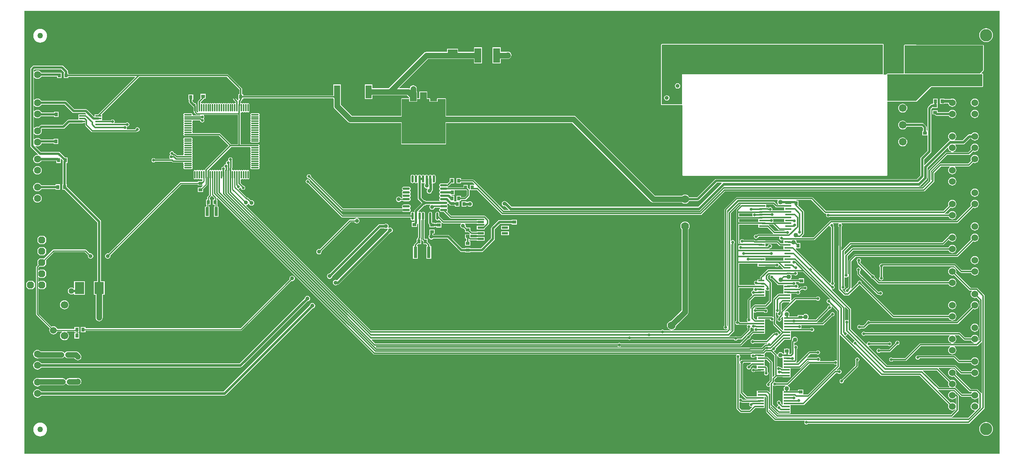
<source format=gbr>
G04 Layer_Physical_Order=1*
G04 Layer_Color=255*
%FSLAX45Y45*%
%MOMM*%
%TF.FileFunction,Copper,L1,Top,Signal*%
%TF.Part,Single*%
G01*
G75*
%TA.AperFunction,SMDPad,CuDef*%
%ADD10R,2.26000X2.16000*%
%ADD11R,2.30000X5.60000*%
%ADD12R,0.90000X0.80000*%
%ADD13R,1.47320X0.55880*%
%ADD14R,0.90000X0.70000*%
%ADD15R,0.70000X0.90000*%
%ADD16R,0.80000X2.60000*%
%ADD17R,1.32080X0.35560*%
%ADD18O,1.65000X0.55000*%
%ADD19O,0.55000X1.65000*%
%ADD20R,0.80000X0.90000*%
%ADD21R,0.71120X2.00660*%
%ADD22R,1.40005X2.99999*%
%ADD23R,2.15900X2.74300*%
%ADD24R,3.80000X2.00000*%
%ADD25R,1.50000X2.00000*%
%ADD26O,1.80000X0.29130*%
%ADD27O,0.29130X1.80000*%
%ADD28R,2.18000X1.52000*%
%ADD29R,1.55000X3.30000*%
%ADD30R,1.47320X0.35560*%
%TA.AperFunction,Conductor*%
%ADD31C,0.50800*%
%ADD32C,0.30480*%
%ADD33C,1.27000*%
%ADD34C,0.60960*%
%ADD35C,0.25400*%
%ADD36C,0.63500*%
%ADD37C,1.30000*%
%TA.AperFunction,ViaPad*%
%ADD38C,1.27000*%
%TA.AperFunction,ComponentPad*%
%ADD39C,1.52400*%
%ADD40C,1.70000*%
%ADD41C,1.60000*%
G04:AMPARAMS|DCode=42|XSize=1.5748mm|YSize=1.5748mm|CornerRadius=0mm|HoleSize=0mm|Usage=FLASHONLY|Rotation=90.000|XOffset=0mm|YOffset=0mm|HoleType=Round|Shape=Octagon|*
%AMOCTAGOND42*
4,1,8,0.39370,0.78740,-0.39370,0.78740,-0.78740,0.39370,-0.78740,-0.39370,-0.39370,-0.78740,0.39370,-0.78740,0.78740,-0.39370,0.78740,0.39370,0.39370,0.78740,0.0*
%
%ADD42OCTAGOND42*%

%ADD43C,2.80000*%
%ADD44C,1.72400*%
%ADD45C,2.70000*%
%TA.AperFunction,ViaPad*%
%ADD46C,0.90000*%
%ADD47C,0.63500*%
%ADD48C,1.77800*%
%ADD49C,1.01600*%
%ADD50C,0.91440*%
G36*
X32156400Y15239999D02*
X10160000D01*
Y25239980D01*
X32156400D01*
Y15239999D01*
D02*
G37*
%LPC*%
G36*
X11534140Y19855482D02*
X11534139Y19855482D01*
X10817861D01*
X10807053Y19853333D01*
X10797890Y19847211D01*
X10604035Y19653355D01*
X10600571Y19656821D01*
X10506831D01*
X10459961Y19609950D01*
Y19516209D01*
X10463425Y19512746D01*
X10427290Y19476611D01*
X10421168Y19467448D01*
X10419018Y19456641D01*
X10419018Y19456639D01*
Y18400542D01*
X10419018Y18400539D01*
X10421168Y18389731D01*
X10427290Y18380569D01*
X10733780Y18074078D01*
X10726428Y18056328D01*
X10723293Y18032520D01*
X10726428Y18008711D01*
X10735617Y17986526D01*
X10750236Y17967474D01*
X10769287Y17952856D01*
X10791472Y17943668D01*
X10815280Y17940533D01*
X10839088Y17943668D01*
X10861274Y17952856D01*
X10880325Y17967474D01*
X10894943Y17986526D01*
X10902296Y18004277D01*
X11005898D01*
X11010209Y17991577D01*
X10992959Y17978342D01*
X10976930Y17957452D01*
X10966854Y17933125D01*
X10963417Y17907021D01*
X10966854Y17880914D01*
X10976930Y17856589D01*
X10992959Y17835699D01*
X11013848Y17819670D01*
X11038175Y17809595D01*
X11064280Y17806157D01*
X11090385Y17809595D01*
X11114711Y17819670D01*
X11135601Y17835699D01*
X11151629Y17856589D01*
X11161706Y17880914D01*
X11165143Y17907021D01*
X11161706Y17933125D01*
X11151629Y17957452D01*
X11135601Y17978342D01*
X11118351Y17991577D01*
X11122662Y18004277D01*
X11289760D01*
Y17989243D01*
X11316517D01*
Y17967000D01*
X11289760D01*
Y17847000D01*
X11399760D01*
Y17967000D01*
X11373003D01*
Y17989243D01*
X11399760D01*
Y18109242D01*
X11289760D01*
Y18060764D01*
X10902296D01*
X10894943Y18078513D01*
X10880325Y18097565D01*
X10861274Y18112183D01*
X10839088Y18121371D01*
X10815280Y18124507D01*
X10791472Y18121371D01*
X10773722Y18114020D01*
X10475504Y18412238D01*
Y18976074D01*
X10487237Y18980934D01*
X10506831Y18961340D01*
X10600571D01*
X10647441Y19008211D01*
Y19101950D01*
X10600571Y19148820D01*
X10506831D01*
X10487237Y19129227D01*
X10475504Y19134087D01*
Y19230074D01*
X10487237Y19234933D01*
X10506831Y19215340D01*
X10600571D01*
X10647441Y19262210D01*
Y19355949D01*
X10600571Y19402820D01*
X10506831D01*
X10487237Y19383226D01*
X10475504Y19388086D01*
Y19444942D01*
X10503367Y19472804D01*
X10506831Y19469341D01*
X10600571D01*
X10647441Y19516209D01*
Y19609950D01*
X10643976Y19613414D01*
X10829559Y19798997D01*
X11522441D01*
X11595518Y19725920D01*
X11591995Y19708209D01*
X11596652Y19684798D01*
X11609913Y19664952D01*
X11629760Y19651691D01*
X11653171Y19647034D01*
X11676582Y19651691D01*
X11696428Y19664952D01*
X11709690Y19684798D01*
X11714346Y19708209D01*
X11709690Y19731619D01*
X11696428Y19751466D01*
X11676582Y19764728D01*
X11653171Y19769385D01*
X11635460Y19765862D01*
X11554111Y19847211D01*
X11544948Y19853333D01*
X11534140Y19855482D01*
D02*
G37*
G36*
X10600571Y19910820D02*
X10506831D01*
X10459961Y19863950D01*
Y19770210D01*
X10506831Y19723340D01*
X10600571D01*
X10647441Y19770210D01*
Y19863950D01*
X10600571Y19910820D01*
D02*
G37*
G36*
Y20164819D02*
X10506831D01*
X10459961Y20117950D01*
Y20024210D01*
X10506831Y19977341D01*
X10600571D01*
X10647441Y20024210D01*
Y20117950D01*
X10600571Y20164819D01*
D02*
G37*
G36*
X31145239Y19538274D02*
X31145239Y19538272D01*
X29509961D01*
X29509961Y19538274D01*
X29498160Y19535925D01*
X29494559Y19533519D01*
X29489401Y19534546D01*
X29471158Y19530917D01*
X29455695Y19520586D01*
X29445361Y19505121D01*
X29441733Y19486880D01*
X29445361Y19468639D01*
X29455695Y19453175D01*
X29458569Y19451256D01*
Y19242261D01*
X29453156Y19238644D01*
X29442822Y19223181D01*
X29439194Y19204939D01*
X29442822Y19186699D01*
X29453156Y19171236D01*
X29468619Y19160902D01*
X29486859Y19157274D01*
X29505099Y19160902D01*
X29520566Y19171236D01*
X29530899Y19186699D01*
X29534525Y19204939D01*
X29530899Y19223181D01*
X29520566Y19238644D01*
X29520233Y19238867D01*
Y19451256D01*
X29523105Y19453175D01*
X29533438Y19468639D01*
X29535022Y19476608D01*
X31132468D01*
X31270999Y19338078D01*
X31270999Y19338078D01*
X31281000Y19331395D01*
X31292801Y19329048D01*
X31511658D01*
X31517938Y19313887D01*
X31532556Y19294835D01*
X31551608Y19280217D01*
X31573792Y19271027D01*
X31597601Y19267892D01*
X31621408Y19271027D01*
X31643594Y19280217D01*
X31662646Y19294835D01*
X31677264Y19313887D01*
X31686453Y19336072D01*
X31689587Y19359880D01*
X31686453Y19383688D01*
X31677264Y19405873D01*
X31662646Y19424925D01*
X31643594Y19439543D01*
X31621408Y19448734D01*
X31597601Y19451868D01*
X31573792Y19448734D01*
X31551608Y19439543D01*
X31532556Y19424925D01*
X31517938Y19405873D01*
X31511658Y19390712D01*
X31305573D01*
X31167041Y19529242D01*
X31157040Y19535925D01*
X31145239Y19538274D01*
D02*
G37*
G36*
X28981400Y19656467D02*
X28963159Y19652838D01*
X28947696Y19642505D01*
X28937363Y19627042D01*
X28933734Y19608800D01*
X28937363Y19590559D01*
X28947696Y19575095D01*
X28950568Y19573177D01*
Y19552921D01*
X28950568Y19552921D01*
X28952914Y19541121D01*
X28959598Y19531117D01*
X29246829Y19243887D01*
X29246155Y19240500D01*
X29249783Y19222260D01*
X29260114Y19206795D01*
X29275580Y19196461D01*
X29293820Y19192834D01*
X29297208Y19193507D01*
X29406638Y19084079D01*
X29406638Y19084077D01*
X29416641Y19077396D01*
X29428439Y19075047D01*
X31003656D01*
X31009937Y19059888D01*
X31024554Y19040836D01*
X31043607Y19026218D01*
X31065793Y19017027D01*
X31089600Y19013893D01*
X31113409Y19017027D01*
X31135593Y19026218D01*
X31154645Y19040836D01*
X31169263Y19059888D01*
X31178452Y19082072D01*
X31181586Y19105881D01*
X31178452Y19129688D01*
X31169263Y19151872D01*
X31154645Y19170924D01*
X31135593Y19185542D01*
X31113409Y19194733D01*
X31089600Y19197867D01*
X31065793Y19194733D01*
X31043607Y19185542D01*
X31024554Y19170924D01*
X31009937Y19151872D01*
X31003656Y19136713D01*
X29441211D01*
X29340811Y19237112D01*
X29341486Y19240500D01*
X29337857Y19258742D01*
X29327524Y19274205D01*
X29312061Y19284538D01*
X29293820Y19288165D01*
X29290433Y19287492D01*
X29015967Y19561955D01*
X29015106Y19575095D01*
X29025439Y19590559D01*
X29029065Y19608800D01*
X29025439Y19627042D01*
X29015106Y19642505D01*
X28999640Y19652838D01*
X28981400Y19656467D01*
D02*
G37*
G36*
X16200121Y19263576D02*
X16176709Y19258919D01*
X16156863Y19245657D01*
X16143600Y19225810D01*
X16138945Y19202400D01*
X16142468Y19184689D01*
X15035263Y18077486D01*
X11539760D01*
Y18109242D01*
X11429760D01*
Y17989243D01*
X11539760D01*
Y18020999D01*
X15046960D01*
X15046962Y18020999D01*
X15057770Y18023149D01*
X15066933Y18029271D01*
X16182410Y19144748D01*
X16200121Y19141225D01*
X16223531Y19145882D01*
X16243378Y19159143D01*
X16256639Y19178989D01*
X16261295Y19202400D01*
X16256639Y19225810D01*
X16243378Y19245657D01*
X16223531Y19258919D01*
X16200121Y19263576D01*
D02*
G37*
G36*
X31597601Y19705867D02*
X31573792Y19702733D01*
X31551608Y19693542D01*
X31532556Y19678925D01*
X31517938Y19659872D01*
X31508746Y19637688D01*
X31505612Y19613879D01*
X31508746Y19590073D01*
X31517938Y19567886D01*
X31532556Y19548836D01*
X31551608Y19534216D01*
X31573792Y19525027D01*
X31597601Y19521893D01*
X31621408Y19525027D01*
X31643594Y19534216D01*
X31662646Y19548836D01*
X31677264Y19567886D01*
X31686453Y19590073D01*
X31689587Y19613879D01*
X31686453Y19637688D01*
X31677264Y19659872D01*
X31662646Y19678925D01*
X31643594Y19693542D01*
X31621408Y19702733D01*
X31597601Y19705867D01*
D02*
G37*
G36*
X21269000Y20528819D02*
X21149001D01*
Y20518671D01*
X21086839D01*
Y20520419D01*
X20909520D01*
Y20518671D01*
X20876260D01*
X20860497Y20515536D01*
X20847133Y20506607D01*
X20699812Y20359286D01*
X20690884Y20345923D01*
X20687749Y20330161D01*
Y20108463D01*
X20461618Y19882332D01*
X20219980D01*
Y19891141D01*
X20099980D01*
Y19882332D01*
X20033601D01*
X19744608Y20171327D01*
X19731242Y20180257D01*
X19715480Y20183391D01*
X19381657D01*
X19380276Y20185457D01*
X19378210Y20186838D01*
Y20210240D01*
X19417340D01*
Y20310240D01*
X19297340D01*
Y20247520D01*
X19295828Y20239920D01*
Y20186838D01*
X19293764Y20185457D01*
X19280501Y20165611D01*
X19275845Y20142200D01*
X19280501Y20118790D01*
X19293764Y20098943D01*
X19313609Y20085681D01*
X19337019Y20081026D01*
X19360431Y20085681D01*
X19380276Y20098943D01*
X19381657Y20101009D01*
X19698418D01*
X19987413Y19812013D01*
X20000777Y19803084D01*
X20016541Y19799950D01*
X20099980D01*
Y19791141D01*
X20219980D01*
Y19799950D01*
X20478680D01*
X20494443Y19803084D01*
X20507806Y19812013D01*
X20758067Y20062273D01*
X20766995Y20075636D01*
X20770131Y20091400D01*
Y20313098D01*
X20893323Y20436288D01*
X20909520D01*
Y20434540D01*
X21086839D01*
Y20436288D01*
X21149001D01*
Y20418820D01*
X21269000D01*
Y20528819D01*
D02*
G37*
G36*
X16578580Y21553847D02*
X16560339Y21550218D01*
X16544875Y21539885D01*
X16534541Y21524422D01*
X16530914Y21506180D01*
X16534541Y21487939D01*
X16544875Y21472475D01*
X16560339Y21462141D01*
X16578580Y21458514D01*
X16584087Y21459610D01*
X17316838Y20726859D01*
X17316838Y20726859D01*
X17326842Y20720174D01*
X17338640Y20717827D01*
X18689426D01*
X18703197Y20708626D01*
X18719780Y20705327D01*
X18829781D01*
X18846362Y20708626D01*
X18860420Y20718019D01*
X18869814Y20732077D01*
X18873112Y20748660D01*
X18869814Y20765242D01*
X18860420Y20779300D01*
X18855917Y20782310D01*
Y20795010D01*
X18860420Y20798019D01*
X18869814Y20812077D01*
X18873112Y20828661D01*
X18869814Y20845242D01*
X18860420Y20859300D01*
X18846362Y20868694D01*
X18829781Y20871992D01*
X18719780D01*
X18703197Y20868694D01*
X18689139Y20859300D01*
X18679745Y20845242D01*
X18676447Y20828661D01*
X18679745Y20812077D01*
X18689139Y20798019D01*
X18687202Y20784328D01*
X18682111Y20779492D01*
X17351411D01*
X16625993Y21504910D01*
X16626247Y21506180D01*
X16622618Y21524422D01*
X16612285Y21539885D01*
X16596822Y21550218D01*
X16578580Y21553847D01*
D02*
G37*
G36*
X10454640Y21106699D02*
X10429840Y21103435D01*
X10406730Y21093861D01*
X10386885Y21078635D01*
X10371658Y21058791D01*
X10362085Y21035680D01*
X10358821Y21010880D01*
X10362085Y20986079D01*
X10371658Y20962970D01*
X10386885Y20943124D01*
X10406730Y20927898D01*
X10429840Y20918324D01*
X10454640Y20915060D01*
X10479440Y20918324D01*
X10502550Y20927898D01*
X10522395Y20943124D01*
X10537622Y20962970D01*
X10547195Y20986079D01*
X10550459Y21010880D01*
X10547195Y21035680D01*
X10537622Y21058791D01*
X10522395Y21078635D01*
X10502550Y21093861D01*
X10479440Y21103435D01*
X10454640Y21106699D01*
D02*
G37*
G36*
X18315939Y20442136D02*
X18292529Y20437479D01*
X18277342Y20427332D01*
X18173701D01*
X18173700Y20427332D01*
X18155956Y20423801D01*
X18140910Y20413750D01*
X18140910Y20413750D01*
X17040443Y19313281D01*
X17022530Y19309718D01*
X17002682Y19296457D01*
X16989421Y19276611D01*
X16984766Y19253200D01*
X16989421Y19229790D01*
X17002682Y19209943D01*
X17022530Y19196681D01*
X17045940Y19192026D01*
X17069351Y19196681D01*
X17089197Y19209943D01*
X17102460Y19229790D01*
X17106023Y19247704D01*
X18192908Y20334589D01*
X18277342D01*
X18292529Y20324442D01*
X18315939Y20319785D01*
X18339351Y20324442D01*
X18347968Y20330199D01*
X18357124Y20321043D01*
X18353401Y20315471D01*
X18349838Y20297556D01*
X17210896Y19158614D01*
X17201431Y19164938D01*
X17178020Y19169595D01*
X17154610Y19164938D01*
X17134763Y19151677D01*
X17121501Y19131831D01*
X17116846Y19108420D01*
X17121501Y19085008D01*
X17134763Y19065163D01*
X17154610Y19051901D01*
X17178020Y19047244D01*
X17201431Y19051901D01*
X17216618Y19062048D01*
X17226279D01*
X17226280Y19062048D01*
X17244025Y19065579D01*
X17259068Y19075632D01*
X18415416Y20231978D01*
X18433331Y20235541D01*
X18453177Y20248804D01*
X18466438Y20268649D01*
X18471095Y20292059D01*
X18466438Y20315471D01*
X18453177Y20335316D01*
X18433331Y20348579D01*
X18409920Y20353235D01*
X18386510Y20348579D01*
X18377892Y20342821D01*
X18368736Y20351978D01*
X18372459Y20357549D01*
X18377115Y20380960D01*
X18372459Y20404372D01*
X18359196Y20424217D01*
X18339351Y20437479D01*
X18315939Y20442136D01*
D02*
G37*
G36*
X21086839Y20266420D02*
X20909520D01*
Y20180540D01*
X21086839D01*
Y20266420D01*
D02*
G37*
G36*
X31597601Y20467867D02*
X31573792Y20464732D01*
X31551608Y20455544D01*
X31532556Y20440926D01*
X31517938Y20421873D01*
X31508746Y20399689D01*
X31505612Y20375880D01*
X31508746Y20352072D01*
X31517938Y20329887D01*
X31532556Y20310835D01*
X31551608Y20296217D01*
X31573792Y20287027D01*
X31597601Y20283893D01*
X31621408Y20287027D01*
X31643594Y20296217D01*
X31662646Y20310835D01*
X31677264Y20329887D01*
X31686453Y20352072D01*
X31689587Y20375880D01*
X31686453Y20399689D01*
X31677264Y20421873D01*
X31662646Y20440926D01*
X31643594Y20455544D01*
X31621408Y20464732D01*
X31597601Y20467867D01*
D02*
G37*
G36*
X21086839Y20393420D02*
X20909520D01*
Y20307539D01*
X21086839D01*
Y20393420D01*
D02*
G37*
G36*
X11527530Y19136110D02*
X11281630D01*
Y18986905D01*
X11268930Y18980643D01*
X11261309Y18986490D01*
X11242213Y18994398D01*
X11221720Y18997096D01*
X11201227Y18994398D01*
X11182131Y18986490D01*
X11165733Y18973907D01*
X11153150Y18957509D01*
X11145241Y18938412D01*
X11142543Y18917920D01*
X11145241Y18897427D01*
X11153150Y18878331D01*
X11165733Y18861932D01*
X11182131Y18849350D01*
X11201227Y18841441D01*
X11221720Y18838744D01*
X11242213Y18841441D01*
X11261309Y18849350D01*
X11268930Y18855199D01*
X11281630Y18848935D01*
Y18831810D01*
X11527530D01*
Y19136110D01*
D02*
G37*
G36*
X16543021Y18811455D02*
X16519609Y18806799D01*
X16499763Y18793536D01*
X16486501Y18773691D01*
X16482938Y18755775D01*
X15012512Y17285352D01*
X10538259D01*
X10537622Y17286890D01*
X10522395Y17306734D01*
X10502550Y17321962D01*
X10479440Y17331535D01*
X10454640Y17334799D01*
X10429840Y17331535D01*
X10406730Y17321962D01*
X10386885Y17306734D01*
X10371658Y17286890D01*
X10362085Y17263780D01*
X10358821Y17238980D01*
X10362085Y17214180D01*
X10371658Y17191071D01*
X10386885Y17171225D01*
X10406730Y17155998D01*
X10429840Y17146425D01*
X10454640Y17143161D01*
X10479440Y17146425D01*
X10502550Y17155998D01*
X10522395Y17171225D01*
X10537622Y17191071D01*
X10538259Y17192609D01*
X15031718D01*
X15031720Y17192609D01*
X15049464Y17196140D01*
X15064510Y17206190D01*
X16548515Y18690198D01*
X16566431Y18693761D01*
X16586276Y18707024D01*
X16599539Y18726869D01*
X16604195Y18750281D01*
X16599539Y18773691D01*
X16586276Y18793536D01*
X16566431Y18806799D01*
X16543021Y18811455D01*
D02*
G37*
G36*
X10454640Y17588799D02*
X10429840Y17585535D01*
X10406730Y17575961D01*
X10386885Y17560735D01*
X10371658Y17540891D01*
X10362085Y17517780D01*
X10358821Y17492979D01*
X10362085Y17468179D01*
X10371658Y17445070D01*
X10386885Y17425224D01*
X10406730Y17409998D01*
X10429840Y17400426D01*
X10454640Y17397160D01*
X10479440Y17400426D01*
X10481075Y17401103D01*
X10989240D01*
X11009733Y17403801D01*
X11028829Y17411711D01*
X11045227Y17424294D01*
X11057234Y17439941D01*
X11064067Y17440886D01*
X11064413D01*
X11071246Y17439941D01*
X11083253Y17424294D01*
X11099651Y17411711D01*
X11118747Y17403801D01*
X11139240Y17401103D01*
X11287983D01*
X11310513Y17378574D01*
X11326912Y17365990D01*
X11346008Y17358081D01*
X11366500Y17355383D01*
X11386993Y17358081D01*
X11406089Y17365990D01*
X11422487Y17378574D01*
X11435070Y17394971D01*
X11442979Y17414067D01*
X11445677Y17434560D01*
X11442979Y17455052D01*
X11435070Y17474149D01*
X11422487Y17490547D01*
X11376767Y17536267D01*
X11360368Y17548849D01*
X11341272Y17556760D01*
X11320780Y17559457D01*
X11139240D01*
X11118747Y17556760D01*
X11099651Y17548849D01*
X11083253Y17536267D01*
X11071246Y17520619D01*
X11064413Y17519675D01*
X11064067D01*
X11057234Y17520619D01*
X11045227Y17536267D01*
X11028829Y17548849D01*
X11009733Y17556760D01*
X10989240Y17559457D01*
X10523374D01*
X10522395Y17560735D01*
X10502550Y17575961D01*
X10479440Y17585535D01*
X10454640Y17588799D01*
D02*
G37*
G36*
X31045270Y17465393D02*
X31045270Y17465392D01*
X30325061D01*
X30325061Y17465393D01*
X30313791Y17463152D01*
X30307281Y17464445D01*
X30289038Y17460818D01*
X30273575Y17450485D01*
X30263242Y17435020D01*
X30259613Y17416780D01*
X30263242Y17398540D01*
X30273575Y17383075D01*
X30289038Y17372742D01*
X30307281Y17369115D01*
X30325522Y17372742D01*
X30340985Y17383075D01*
X30351318Y17398540D01*
X30352350Y17403728D01*
X31044305D01*
X31045511Y17403488D01*
X31120917D01*
X31218326Y17306079D01*
X31218326Y17306078D01*
X31228329Y17299396D01*
X31240128Y17297047D01*
X31511658D01*
X31517938Y17281886D01*
X31532556Y17262836D01*
X31551608Y17248216D01*
X31573792Y17239027D01*
X31597601Y17235893D01*
X31621408Y17239027D01*
X31643594Y17248216D01*
X31662646Y17262836D01*
X31677264Y17281886D01*
X31686453Y17304073D01*
X31689587Y17327879D01*
X31686453Y17351688D01*
X31677264Y17373872D01*
X31662646Y17392924D01*
X31643594Y17407542D01*
X31621408Y17416733D01*
X31597601Y17419867D01*
X31573792Y17416733D01*
X31551608Y17407542D01*
X31532556Y17392924D01*
X31517938Y17373872D01*
X31511658Y17358711D01*
X31252899D01*
X31155490Y17456122D01*
X31145490Y17462805D01*
X31133688Y17465154D01*
X31133688Y17465152D01*
X31046478D01*
X31045270Y17465393D01*
D02*
G37*
G36*
X11366500Y16957477D02*
X11346008Y16954779D01*
X11340257Y16952399D01*
X11172260D01*
X11151767Y16949699D01*
X11132671Y16941789D01*
X11116273Y16929207D01*
X11104266Y16913559D01*
X11097433Y16912614D01*
X11097087D01*
X11090254Y16913559D01*
X11078247Y16929207D01*
X11061849Y16941789D01*
X11042753Y16949699D01*
X11022260Y16952399D01*
X10469880D01*
X10467584Y16952095D01*
X10454640Y16953799D01*
X10429840Y16950536D01*
X10406730Y16940962D01*
X10386885Y16925734D01*
X10371658Y16905890D01*
X10362085Y16882780D01*
X10358821Y16857980D01*
X10362085Y16833180D01*
X10371658Y16810069D01*
X10386885Y16790225D01*
X10406730Y16774998D01*
X10429840Y16765425D01*
X10454640Y16762161D01*
X10479440Y16765425D01*
X10502550Y16774998D01*
X10522395Y16790225D01*
X10525324Y16794043D01*
X11022260D01*
X11042753Y16796741D01*
X11061849Y16804651D01*
X11078247Y16817233D01*
X11090254Y16832883D01*
X11097087Y16833826D01*
X11097433D01*
X11104266Y16832883D01*
X11116273Y16817233D01*
X11132671Y16804651D01*
X11151767Y16796741D01*
X11172260Y16794043D01*
X11361420D01*
X11381913Y16796741D01*
X11401009Y16804651D01*
X11417407Y16817233D01*
X11422487Y16822313D01*
X11435070Y16838712D01*
X11442979Y16857808D01*
X11445677Y16878300D01*
X11442979Y16898793D01*
X11435070Y16917889D01*
X11422487Y16934286D01*
X11406089Y16946870D01*
X11386993Y16954779D01*
X11366500Y16957477D01*
D02*
G37*
G36*
X10515600Y15946629D02*
X10485273Y15943642D01*
X10456112Y15934796D01*
X10429237Y15920432D01*
X10405681Y15901099D01*
X10386349Y15877544D01*
X10371984Y15850668D01*
X10363138Y15821507D01*
X10360151Y15791180D01*
X10363138Y15760854D01*
X10371984Y15731693D01*
X10386349Y15704817D01*
X10405681Y15681261D01*
X10429237Y15661929D01*
X10456112Y15647565D01*
X10485273Y15638718D01*
X10515600Y15635732D01*
X10545927Y15638718D01*
X10575088Y15647565D01*
X10601963Y15661929D01*
X10625519Y15681261D01*
X10644851Y15704817D01*
X10659216Y15731693D01*
X10668062Y15760854D01*
X10671049Y15791180D01*
X10668062Y15821507D01*
X10659216Y15850668D01*
X10644851Y15877544D01*
X10625519Y15901099D01*
X10601963Y15920432D01*
X10575088Y15934796D01*
X10545927Y15943642D01*
X10515600Y15946629D01*
D02*
G37*
G36*
X31851599Y15959630D02*
X31821216Y15956638D01*
X31791998Y15947774D01*
X31765070Y15933382D01*
X31741467Y15914012D01*
X31722098Y15890410D01*
X31707706Y15863483D01*
X31698843Y15834265D01*
X31695850Y15803880D01*
X31698843Y15773495D01*
X31707706Y15744276D01*
X31722098Y15717349D01*
X31741467Y15693748D01*
X31765070Y15674379D01*
X31791998Y15659985D01*
X31821216Y15651123D01*
X31851599Y15648129D01*
X31881985Y15651123D01*
X31911203Y15659985D01*
X31938129Y15674379D01*
X31961731Y15693748D01*
X31981100Y15717349D01*
X31995493Y15744276D01*
X32004358Y15773495D01*
X32007349Y15803880D01*
X32004358Y15834265D01*
X31995493Y15863483D01*
X31981100Y15890410D01*
X31961731Y15914012D01*
X31938129Y15933382D01*
X31911203Y15947774D01*
X31881985Y15956638D01*
X31851599Y15959630D01*
D02*
G37*
G36*
X16657320Y18648895D02*
X16633910Y18644238D01*
X16614062Y18630977D01*
X16600801Y18611131D01*
X16597238Y18593216D01*
X14654372Y16650351D01*
X10538259D01*
X10537622Y16651891D01*
X10522395Y16671735D01*
X10502550Y16686961D01*
X10479440Y16696535D01*
X10454640Y16699799D01*
X10429840Y16696535D01*
X10406730Y16686961D01*
X10386885Y16671735D01*
X10371658Y16651891D01*
X10362085Y16628780D01*
X10358821Y16603979D01*
X10362085Y16579179D01*
X10371658Y16556070D01*
X10386885Y16536226D01*
X10406730Y16520998D01*
X10429840Y16511424D01*
X10454640Y16508160D01*
X10479440Y16511424D01*
X10502550Y16520998D01*
X10522395Y16536226D01*
X10537622Y16556070D01*
X10538259Y16557610D01*
X14673579D01*
X14673579Y16557610D01*
X14691325Y16561139D01*
X14706369Y16571191D01*
X16662816Y18527638D01*
X16680731Y18531201D01*
X16700577Y18544463D01*
X16713840Y18564310D01*
X16718495Y18587720D01*
X16713840Y18611131D01*
X16700577Y18630977D01*
X16680731Y18644238D01*
X16657320Y18648895D01*
D02*
G37*
G36*
X11064280Y18708884D02*
X11038175Y18705446D01*
X11013848Y18695370D01*
X10992959Y18679341D01*
X10976930Y18658450D01*
X10966854Y18634125D01*
X10963417Y18608020D01*
X10966854Y18581915D01*
X10976930Y18557588D01*
X10992959Y18536699D01*
X11013848Y18520670D01*
X11038175Y18510594D01*
X11064280Y18507156D01*
X11090385Y18510594D01*
X11114711Y18520670D01*
X11135601Y18536699D01*
X11151629Y18557588D01*
X11161706Y18581915D01*
X11165143Y18608020D01*
X11161706Y18634125D01*
X11151629Y18658450D01*
X11135601Y18679341D01*
X11114711Y18695370D01*
X11090385Y18705446D01*
X11064280Y18708884D01*
D02*
G37*
G36*
X28976321Y19448186D02*
X28958078Y19444559D01*
X28942615Y19434225D01*
X28932281Y19418761D01*
X28928653Y19400520D01*
X28932281Y19382278D01*
X28942615Y19366815D01*
X28945490Y19364896D01*
Y19301460D01*
X28945486Y19301460D01*
X28947836Y19289661D01*
X28954517Y19279659D01*
X29388858Y18845319D01*
X29388858Y18845319D01*
X29398862Y18838635D01*
X29410660Y18836288D01*
X29438535D01*
X29440454Y18833415D01*
X29455920Y18823082D01*
X29474161Y18819453D01*
X29492401Y18823082D01*
X29507864Y18833415D01*
X29518198Y18848878D01*
X29521826Y18867120D01*
X29518198Y18885361D01*
X29507864Y18900826D01*
X29492401Y18911159D01*
X29474161Y18914786D01*
X29455920Y18911159D01*
X29440454Y18900826D01*
X29438535Y18897952D01*
X29423431D01*
X29007153Y19314230D01*
Y19364896D01*
X29010025Y19366815D01*
X29020358Y19382278D01*
X29023987Y19400520D01*
X29020358Y19418761D01*
X29010025Y19434225D01*
X28994562Y19444559D01*
X28976321Y19448186D01*
D02*
G37*
G36*
X10346571Y19148820D02*
X10252831D01*
X10205961Y19101950D01*
Y19008211D01*
X10252831Y18961340D01*
X10346571D01*
X10393441Y19008211D01*
Y19101950D01*
X10346571Y19148820D01*
D02*
G37*
G36*
X31597601Y18689867D02*
X31573792Y18686732D01*
X31551608Y18677544D01*
X31532556Y18662926D01*
X31517938Y18643874D01*
X31508746Y18621687D01*
X31505612Y18597881D01*
X31508746Y18574072D01*
X31515027Y18558911D01*
X31191129Y18235011D01*
X29241397D01*
X29236084Y18242966D01*
X29220621Y18253297D01*
X29202380Y18256926D01*
X29184140Y18253297D01*
X29168674Y18242966D01*
X29158344Y18227501D01*
X29154715Y18209261D01*
X29155389Y18205872D01*
X29086499Y18136983D01*
X29029724D01*
X29027805Y18139854D01*
X29012341Y18150188D01*
X28994101Y18153816D01*
X28975858Y18150188D01*
X28960394Y18139854D01*
X28950061Y18124391D01*
X28946432Y18106149D01*
X28950061Y18087909D01*
X28960394Y18072446D01*
X28975858Y18062112D01*
X28994101Y18058484D01*
X29012341Y18062112D01*
X29027805Y18072446D01*
X29029724Y18075317D01*
X29099268D01*
X29099271Y18075317D01*
X29111069Y18077666D01*
X29121072Y18084348D01*
X29198993Y18162268D01*
X29202380Y18161594D01*
X29220621Y18165222D01*
X29232782Y18173347D01*
X31203900D01*
X31203900Y18173347D01*
X31215698Y18175694D01*
X31225702Y18182378D01*
X31558630Y18515308D01*
X31573792Y18509027D01*
X31597601Y18505893D01*
X31621408Y18509027D01*
X31643594Y18518217D01*
X31662646Y18532835D01*
X31677264Y18551888D01*
X31686453Y18574072D01*
X31689587Y18597881D01*
X31686453Y18621687D01*
X31677264Y18643874D01*
X31662646Y18662926D01*
X31643594Y18677544D01*
X31621408Y18686732D01*
X31597601Y18689867D01*
D02*
G37*
G36*
X29850079Y17794646D02*
X29831839Y17791019D01*
X29816376Y17780685D01*
X29806042Y17765221D01*
X29802414Y17746980D01*
X29803088Y17743591D01*
X29659509Y17600012D01*
X29464062D01*
X29462146Y17602885D01*
X29446680Y17613219D01*
X29428439Y17616846D01*
X29410199Y17613219D01*
X29394736Y17602885D01*
X29384402Y17587421D01*
X29380774Y17569180D01*
X29384402Y17550938D01*
X29394736Y17535475D01*
X29410199Y17525142D01*
X29428439Y17521513D01*
X29446680Y17525142D01*
X29462146Y17535475D01*
X29464062Y17538348D01*
X29672278D01*
X29672281Y17538347D01*
X29684079Y17540695D01*
X29694083Y17547379D01*
X29846692Y17699988D01*
X29850079Y17699313D01*
X29868320Y17702942D01*
X29883786Y17713275D01*
X29894119Y17728738D01*
X29897745Y17746980D01*
X29894119Y17765221D01*
X29883786Y17780685D01*
X29868320Y17791019D01*
X29850079Y17794646D01*
D02*
G37*
G36*
X31597601Y18181866D02*
X31573792Y18178732D01*
X31551608Y18169543D01*
X31532556Y18154926D01*
X31517938Y18135873D01*
X31508746Y18113689D01*
X31505612Y18089880D01*
X31508746Y18066072D01*
X31517938Y18043887D01*
X31532556Y18024835D01*
X31551608Y18010217D01*
X31573792Y18001027D01*
X31597601Y17997893D01*
X31621408Y18001027D01*
X31643594Y18010217D01*
X31662646Y18024835D01*
X31677264Y18043887D01*
X31686453Y18066072D01*
X31689587Y18089880D01*
X31686453Y18113689D01*
X31677264Y18135873D01*
X31662646Y18154926D01*
X31643594Y18169543D01*
X31621408Y18178732D01*
X31597601Y18181866D01*
D02*
G37*
G36*
X31089600Y18689867D02*
X31065793Y18686732D01*
X31043607Y18677544D01*
X31024554Y18662926D01*
X31009937Y18643874D01*
X31000748Y18621687D01*
X30997614Y18597881D01*
X31000748Y18574072D01*
X31009937Y18551888D01*
X31024554Y18532835D01*
X31043607Y18518217D01*
X31065793Y18509027D01*
X31089600Y18505893D01*
X31113409Y18509027D01*
X31135593Y18518217D01*
X31154645Y18532835D01*
X31169263Y18551888D01*
X31178452Y18574072D01*
X31181586Y18597881D01*
X31178452Y18621687D01*
X31169263Y18643874D01*
X31154645Y18662926D01*
X31135593Y18677544D01*
X31113409Y18686732D01*
X31089600Y18689867D01*
D02*
G37*
G36*
X20210780Y20945055D02*
X20187369Y20940399D01*
X20172182Y20930251D01*
X20122420D01*
Y20943880D01*
X20022420D01*
Y20823880D01*
X20122420D01*
Y20837509D01*
X20172182D01*
X20187369Y20827361D01*
X20210780Y20822704D01*
X20234190Y20827361D01*
X20254037Y20840622D01*
X20267299Y20860469D01*
X20271956Y20883881D01*
X20267299Y20907291D01*
X20254037Y20927138D01*
X20234190Y20940399D01*
X20210780Y20945055D01*
D02*
G37*
G36*
X13925435Y22381345D02*
X13774565D01*
X13763029Y22379050D01*
X13753250Y22372514D01*
X13746716Y22362737D01*
X13744421Y22351199D01*
X13746716Y22339664D01*
X13753250Y22329884D01*
Y22322514D01*
X13746716Y22312737D01*
X13744421Y22301199D01*
X13746716Y22289664D01*
X13753250Y22279884D01*
Y22272514D01*
X13746716Y22262737D01*
X13744421Y22251199D01*
X13746716Y22239664D01*
X13749599Y22235349D01*
X13752202Y22226199D01*
X13749599Y22217052D01*
X13746716Y22212737D01*
X13744421Y22201199D01*
X13746716Y22189664D01*
X13753250Y22179884D01*
Y22172514D01*
X13746716Y22162737D01*
X13744421Y22151199D01*
X13746716Y22139664D01*
X13749599Y22135349D01*
X13752202Y22126199D01*
X13749599Y22117052D01*
X13746716Y22112737D01*
X13744421Y22101199D01*
X13746716Y22089664D01*
X13753250Y22079884D01*
Y22072514D01*
X13746716Y22062737D01*
X13744421Y22051199D01*
X13746716Y22039664D01*
X13753250Y22029884D01*
Y22022514D01*
X13746716Y22012737D01*
X13744421Y22001199D01*
X13745711Y21994720D01*
X13737712Y21982021D01*
X13609702D01*
X13576300Y22015422D01*
X13566296Y22022105D01*
X13554498Y22024454D01*
X13554497Y22024452D01*
X13547028D01*
X13535066Y22029420D01*
X13531438Y22047661D01*
X13521104Y22063126D01*
X13505641Y22073457D01*
X13487399Y22077086D01*
X13469159Y22073457D01*
X13453696Y22063126D01*
X13443362Y22047661D01*
X13439734Y22029420D01*
X13443362Y22011179D01*
X13448880Y22002922D01*
X13452756Y21994658D01*
X13445644Y21986647D01*
X13438455Y21981845D01*
X13428122Y21966380D01*
X13424493Y21948140D01*
X13428122Y21929900D01*
X13438455Y21914435D01*
X13440704Y21912932D01*
X13436852Y21900232D01*
X13111543D01*
X13109625Y21903105D01*
X13094160Y21913438D01*
X13075920Y21917065D01*
X13057680Y21913438D01*
X13042215Y21903105D01*
X13031882Y21887640D01*
X13028255Y21869400D01*
X13031882Y21851160D01*
X13042215Y21835695D01*
X13057680Y21825362D01*
X13075920Y21821735D01*
X13094160Y21825362D01*
X13109625Y21835695D01*
X13111543Y21838568D01*
X13484789D01*
X13493970Y21829387D01*
X13493970Y21829385D01*
X13503973Y21822704D01*
X13515771Y21820357D01*
X13515773Y21820357D01*
X13737695D01*
X13745705Y21807655D01*
X13744421Y21801199D01*
X13746716Y21789664D01*
X13753250Y21779884D01*
Y21772514D01*
X13746716Y21762737D01*
X13744421Y21751199D01*
X13746716Y21739664D01*
X13749599Y21735349D01*
X13752202Y21726199D01*
X13749599Y21717052D01*
X13746716Y21712737D01*
X13744421Y21701199D01*
X13746716Y21689664D01*
X13753250Y21679884D01*
X13763029Y21673351D01*
X13774565Y21671056D01*
X13925435D01*
X13936971Y21673351D01*
X13946750Y21679884D01*
X13953284Y21689664D01*
X13955579Y21701199D01*
X13953284Y21712737D01*
X13950401Y21717052D01*
X13947798Y21726199D01*
X13950401Y21735349D01*
X13953284Y21739664D01*
X13955579Y21751199D01*
X13953284Y21762737D01*
X13946750Y21772514D01*
Y21779884D01*
X13953284Y21789664D01*
X13955579Y21801199D01*
X13953284Y21812737D01*
X13950401Y21817052D01*
X13947798Y21826199D01*
X13950401Y21835350D01*
X13953284Y21839664D01*
X13955579Y21851199D01*
X13953284Y21862737D01*
X13946750Y21872514D01*
Y21879884D01*
X13953284Y21889664D01*
X13955579Y21901199D01*
X13953284Y21912737D01*
X13946750Y21922514D01*
Y21929884D01*
X13953284Y21939664D01*
X13955579Y21951199D01*
X13953284Y21962737D01*
X13950401Y21967052D01*
X13947798Y21976199D01*
X13950401Y21985349D01*
X13953284Y21989664D01*
X13955579Y22001199D01*
X13953284Y22012737D01*
X13946750Y22022514D01*
Y22029884D01*
X13953284Y22039664D01*
X13955579Y22051199D01*
X13953284Y22062737D01*
X13946750Y22072514D01*
Y22079884D01*
X13953284Y22089664D01*
X13955579Y22101199D01*
X13953284Y22112737D01*
X13950401Y22117052D01*
X13947798Y22126199D01*
X13950401Y22135349D01*
X13953284Y22139664D01*
X13955579Y22151199D01*
X13953284Y22162737D01*
X13946750Y22172514D01*
Y22179884D01*
X13953284Y22189664D01*
X13955579Y22201199D01*
X13953284Y22212737D01*
X13950401Y22217052D01*
X13947798Y22226199D01*
X13950401Y22235349D01*
X13953284Y22239664D01*
X13955579Y22251199D01*
X13953284Y22262737D01*
X13946750Y22272514D01*
Y22279884D01*
X13953284Y22289664D01*
X13955579Y22301199D01*
X13953284Y22312737D01*
X13946750Y22322514D01*
Y22329884D01*
X13953284Y22339664D01*
X13955579Y22351199D01*
X13953284Y22362737D01*
X13946750Y22372514D01*
X13936971Y22379050D01*
X13925435Y22381345D01*
D02*
G37*
G36*
X29972000Y22387492D02*
X29945581Y22384015D01*
X29920963Y22373817D01*
X29899823Y22357597D01*
X29883603Y22336456D01*
X29873404Y22311839D01*
X29869928Y22285420D01*
X29873404Y22259001D01*
X29883603Y22234383D01*
X29899823Y22213243D01*
X29920963Y22197021D01*
X29945581Y22186826D01*
X29972000Y22183347D01*
X29998419Y22186826D01*
X30023038Y22197021D01*
X30044177Y22213243D01*
X30060397Y22234383D01*
X30070596Y22259001D01*
X30074072Y22285420D01*
X30070596Y22311839D01*
X30060397Y22336456D01*
X30044177Y22357597D01*
X30023038Y22373817D01*
X29998419Y22384015D01*
X29972000Y22387492D01*
D02*
G37*
G36*
X20904440Y24419220D02*
X20719440D01*
Y24059219D01*
X20904440D01*
Y24158530D01*
X21061681D01*
X21082564Y24161279D01*
X21102025Y24169341D01*
X21118736Y24182162D01*
X21131560Y24198875D01*
X21132391Y24200880D01*
X21135330Y24204710D01*
X21143239Y24223807D01*
X21145937Y24244299D01*
X21143239Y24264793D01*
X21135330Y24283888D01*
X21122746Y24300287D01*
X21106349Y24312869D01*
X21087253Y24320779D01*
X21066760Y24323477D01*
X21046268Y24320779D01*
X21044170Y24319910D01*
X20904440D01*
Y24419220D01*
D02*
G37*
G36*
X10454640Y21741699D02*
X10429840Y21738435D01*
X10406730Y21728862D01*
X10386885Y21713634D01*
X10371658Y21693790D01*
X10362085Y21670680D01*
X10358821Y21645880D01*
X10362085Y21621080D01*
X10371658Y21597971D01*
X10386885Y21578125D01*
X10406730Y21562898D01*
X10429840Y21553325D01*
X10454640Y21550061D01*
X10479440Y21553325D01*
X10502550Y21562898D01*
X10522395Y21578125D01*
X10537622Y21597971D01*
X10547195Y21621080D01*
X10550459Y21645880D01*
X10547195Y21670680D01*
X10537622Y21693790D01*
X10522395Y21713634D01*
X10502550Y21728862D01*
X10479440Y21738435D01*
X10454640Y21741699D01*
D02*
G37*
G36*
X14805000Y21934846D02*
X14786758Y21931218D01*
X14771295Y21920885D01*
X14760962Y21905421D01*
X14757333Y21887180D01*
X14760657Y21870473D01*
X14758151Y21865224D01*
X14752853Y21858215D01*
X14736771Y21855019D01*
X14721307Y21844685D01*
X14710976Y21829221D01*
X14707347Y21810980D01*
X14709619Y21799556D01*
X14705879Y21789815D01*
X14700237Y21786578D01*
X14686758Y21783897D01*
X14671295Y21773566D01*
X14660962Y21758101D01*
X14657333Y21739861D01*
X14658640Y21733292D01*
X14647656Y21723416D01*
X14632478Y21720398D01*
X14617015Y21710065D01*
X14606682Y21694601D01*
X14603053Y21676360D01*
X14605544Y21663850D01*
X14605232Y21656955D01*
X14596742Y21650136D01*
X14593465Y21649484D01*
X14583685Y21642950D01*
X14576315D01*
X14566536Y21649484D01*
X14555000Y21651779D01*
X14543465Y21649484D01*
X14539149Y21646600D01*
X14530000Y21643999D01*
X14520851Y21646600D01*
X14516536Y21649484D01*
X14505000Y21651779D01*
X14493465Y21649484D01*
X14483685Y21642950D01*
X14476315D01*
X14466536Y21649484D01*
X14455000Y21651779D01*
X14443465Y21649484D01*
X14439149Y21646600D01*
X14430000Y21643999D01*
X14420851Y21646600D01*
X14416536Y21649484D01*
X14405000Y21651779D01*
X14393465Y21649484D01*
X14383685Y21642950D01*
X14376315D01*
X14366536Y21649484D01*
X14355000Y21651779D01*
X14343465Y21649484D01*
X14333685Y21642950D01*
X14327151Y21633171D01*
X14324857Y21621635D01*
Y21470766D01*
X14326746Y21461269D01*
Y21090067D01*
X14291589Y21054910D01*
X14285468Y21045747D01*
X14283318Y21034940D01*
X14283318Y21034940D01*
Y20981979D01*
X14261560D01*
Y20861980D01*
X14264922D01*
Y20825117D01*
X14231503D01*
Y20594458D01*
X14332623D01*
Y20825117D01*
X14321407D01*
Y20861980D01*
X14361560D01*
Y20981979D01*
X14339803D01*
Y21023241D01*
X14374957Y21058397D01*
X14374959Y21058397D01*
X14378076Y21063062D01*
X14391017Y21065913D01*
X14393616Y21065482D01*
X14442722Y21016377D01*
Y20981979D01*
X14411560D01*
Y20861980D01*
X14453696D01*
X14453821Y20861276D01*
Y20825117D01*
X14433104D01*
Y20594458D01*
X14534224D01*
Y20825117D01*
X14510307D01*
Y20861980D01*
X14511560D01*
Y20981979D01*
X14499207D01*
Y21011195D01*
X14511906Y21016457D01*
X18033363Y17495000D01*
X18033363Y17494998D01*
X18043367Y17488315D01*
X18055167Y17485968D01*
X18055168Y17485968D01*
X26224649D01*
X26228500Y17473268D01*
X26224814Y17470805D01*
X26214481Y17455341D01*
X26210855Y17437100D01*
X26214481Y17418858D01*
X26224295Y17404175D01*
Y16271092D01*
X26224295Y16271091D01*
X26226642Y16259293D01*
X26233325Y16249289D01*
X26304297Y16178317D01*
X26314297Y16171635D01*
X26326099Y16169287D01*
X26326099Y16169289D01*
X26525220D01*
X26525220Y16169287D01*
X26537018Y16171635D01*
X26547021Y16178317D01*
X26649750Y16281049D01*
X26682941D01*
Y16279100D01*
X26860260D01*
Y16395940D01*
X26860260Y16408159D01*
X26860260D01*
Y16408641D01*
X26860260D01*
Y16472141D01*
Y16527415D01*
X26872961Y16532677D01*
X26888327Y16517310D01*
Y16199881D01*
X26888327Y16199879D01*
X26890674Y16188081D01*
X26897357Y16178078D01*
X27074918Y16000517D01*
X27084921Y15993835D01*
X27096719Y15991487D01*
X27096722Y15991489D01*
X27755719D01*
X27762509Y15978789D01*
X27756262Y15969441D01*
X27752634Y15951199D01*
X27756262Y15932959D01*
X27766595Y15917496D01*
X27782059Y15907162D01*
X27800299Y15903534D01*
X27818542Y15907162D01*
X27834006Y15917496D01*
X27835925Y15920367D01*
X31457898D01*
X31457901Y15920367D01*
X31469699Y15922716D01*
X31479703Y15929398D01*
X31809900Y16259598D01*
X31809903Y16259598D01*
X31816586Y16269601D01*
X31818933Y16281400D01*
X31818933Y16281401D01*
Y18811908D01*
X31818933Y18811909D01*
X31816586Y18823708D01*
X31809903Y18833711D01*
X31809900Y18833711D01*
X31663492Y18980122D01*
X31653488Y18986806D01*
X31641690Y18989153D01*
X31641687Y18989153D01*
X31503931D01*
X31172174Y19320911D01*
X31178452Y19336072D01*
X31181586Y19359880D01*
X31178452Y19383688D01*
X31169263Y19405873D01*
X31154645Y19424925D01*
X31135593Y19439543D01*
X31113409Y19448734D01*
X31089600Y19451868D01*
X31065793Y19448734D01*
X31043607Y19439543D01*
X31024554Y19424925D01*
X31009937Y19405873D01*
X31000748Y19383688D01*
X30997614Y19359880D01*
X31000748Y19336072D01*
X31009937Y19313887D01*
X31024554Y19294835D01*
X31043607Y19280217D01*
X31065793Y19271027D01*
X31089600Y19267892D01*
X31113409Y19271027D01*
X31128568Y19277307D01*
X31469357Y18936519D01*
X31469357Y18936517D01*
X31479361Y18929836D01*
X31491159Y18927487D01*
X31491162Y18927489D01*
X31527383D01*
X31530917Y18914787D01*
X31517938Y18897873D01*
X31508746Y18875688D01*
X31505612Y18851880D01*
X31508746Y18828072D01*
X31517938Y18805887D01*
X31532556Y18786835D01*
X31551608Y18772217D01*
X31573792Y18763026D01*
X31597601Y18759892D01*
X31621408Y18763026D01*
X31636569Y18769307D01*
X31703928Y18701949D01*
Y17808011D01*
X31694690Y17798775D01*
X31683923Y17805968D01*
X31686453Y17812073D01*
X31689587Y17835880D01*
X31686453Y17859688D01*
X31677264Y17881873D01*
X31662646Y17900925D01*
X31643594Y17915543D01*
X31621408Y17924733D01*
X31597601Y17927867D01*
X31573792Y17924733D01*
X31551608Y17915543D01*
X31532556Y17900925D01*
X31517938Y17881873D01*
X31511658Y17866711D01*
X31379230D01*
X31266342Y17979602D01*
X31256339Y17986285D01*
X31244540Y17988634D01*
X31232742Y17986285D01*
X31228650Y17983553D01*
X29126245D01*
X29124326Y17986424D01*
X29108862Y17996758D01*
X29090619Y18000386D01*
X29072379Y17996758D01*
X29056915Y17986424D01*
X29046582Y17970961D01*
X29042953Y17952721D01*
X29046582Y17934479D01*
X29056915Y17919016D01*
X29072379Y17908682D01*
X29090619Y17905054D01*
X29108862Y17908682D01*
X29124326Y17919016D01*
X29126245Y17921889D01*
X31031012D01*
X31035324Y17909187D01*
X31024554Y17900925D01*
X31009937Y17881873D01*
X31000748Y17859688D01*
X30997614Y17835880D01*
X31000748Y17812073D01*
X31009937Y17789886D01*
X31024554Y17770834D01*
X31043607Y17756216D01*
X31065793Y17747028D01*
X31063794Y17734631D01*
X30368240D01*
X30368240Y17734633D01*
X30356442Y17732285D01*
X30346439Y17725603D01*
X30346439Y17725601D01*
X30022729Y17401892D01*
X29748544D01*
X29746625Y17404765D01*
X29731161Y17415099D01*
X29712921Y17418726D01*
X29694678Y17415099D01*
X29679214Y17404765D01*
X29668881Y17389301D01*
X29665253Y17371060D01*
X29668881Y17352818D01*
X29679214Y17337355D01*
X29694678Y17327022D01*
X29712921Y17323393D01*
X29731161Y17327022D01*
X29746625Y17337355D01*
X29748544Y17340228D01*
X30035498D01*
X30035501Y17340227D01*
X30047299Y17342575D01*
X30057303Y17349258D01*
X30381012Y17672968D01*
X31038437D01*
X31041452Y17666302D01*
X31041946Y17660268D01*
X31024554Y17646925D01*
X31009937Y17627873D01*
X31000748Y17605688D01*
X30997614Y17581880D01*
X31000748Y17558072D01*
X31009937Y17535887D01*
X31024554Y17516835D01*
X31043607Y17502217D01*
X31065793Y17493027D01*
X31089600Y17489893D01*
X31113409Y17493027D01*
X31135593Y17502217D01*
X31154645Y17516835D01*
X31169263Y17535887D01*
X31178452Y17558072D01*
X31181586Y17581880D01*
X31178452Y17605688D01*
X31169263Y17627873D01*
X31154645Y17646925D01*
X31137256Y17660268D01*
X31137747Y17666302D01*
X31140762Y17672968D01*
X31643320D01*
X31643320Y17672968D01*
X31655118Y17675314D01*
X31665121Y17681998D01*
X31744568Y17761444D01*
X31757269Y17756184D01*
Y16619235D01*
X31754968Y16617464D01*
X31738782Y16618831D01*
X31663492Y16694122D01*
X31653488Y16700806D01*
X31641690Y16703152D01*
X31641687Y16703152D01*
X31503931D01*
X31172174Y17034911D01*
X31178452Y17050072D01*
X31181586Y17073880D01*
X31178452Y17097688D01*
X31169263Y17119873D01*
X31154645Y17138925D01*
X31135593Y17153543D01*
X31113409Y17162733D01*
X31089600Y17165868D01*
X31065793Y17162733D01*
X31043607Y17153543D01*
X31024554Y17138925D01*
X31009937Y17119873D01*
X31000748Y17097688D01*
X30997614Y17073880D01*
X31000748Y17050072D01*
X31009937Y17027887D01*
X31024554Y17008835D01*
X31043607Y16994217D01*
X31065793Y16985027D01*
X31089600Y16981892D01*
X31113409Y16985027D01*
X31128568Y16991307D01*
X31469357Y16650519D01*
X31469357Y16650517D01*
X31479361Y16643835D01*
X31491159Y16641487D01*
X31491162Y16641489D01*
X31527383D01*
X31530917Y16628789D01*
X31517938Y16611873D01*
X31511658Y16596712D01*
X31313190D01*
X31174661Y16735242D01*
X31164658Y16741925D01*
X31159912Y16742870D01*
X31157126Y16749203D01*
X31155997Y16756598D01*
X31169263Y16773888D01*
X31178452Y16796072D01*
X31181586Y16819881D01*
X31178452Y16843687D01*
X31169263Y16865874D01*
X31154645Y16884924D01*
X31135593Y16899544D01*
X31113409Y16908733D01*
X31089600Y16911867D01*
X31065793Y16908733D01*
X31050632Y16902454D01*
X30783035Y17170049D01*
X30788297Y17182748D01*
X31137790D01*
X31268457Y17052078D01*
X31268457Y17052078D01*
X31278461Y17045395D01*
X31290259Y17043048D01*
X31511658D01*
X31517938Y17027887D01*
X31532556Y17008835D01*
X31551608Y16994217D01*
X31573792Y16985027D01*
X31597601Y16981892D01*
X31621408Y16985027D01*
X31643594Y16994217D01*
X31662646Y17008835D01*
X31677264Y17027887D01*
X31686453Y17050072D01*
X31689587Y17073880D01*
X31686453Y17097688D01*
X31677264Y17119873D01*
X31662646Y17138925D01*
X31643594Y17153543D01*
X31621408Y17162733D01*
X31597601Y17165868D01*
X31573792Y17162733D01*
X31551608Y17153543D01*
X31532556Y17138925D01*
X31517938Y17119873D01*
X31511658Y17104712D01*
X31303030D01*
X31172363Y17235382D01*
X31162360Y17242065D01*
X31150562Y17244414D01*
X31150558Y17244412D01*
X29619830D01*
X29199069Y17665173D01*
X29205325Y17676878D01*
X29207458Y17676454D01*
X29225702Y17680083D01*
X29241165Y17690414D01*
X29243085Y17693288D01*
X29636655D01*
X29638574Y17690414D01*
X29654037Y17680083D01*
X29672281Y17676454D01*
X29690521Y17680083D01*
X29705984Y17690414D01*
X29716318Y17705879D01*
X29719946Y17724120D01*
X29716318Y17742361D01*
X29705984Y17757825D01*
X29690521Y17768158D01*
X29672281Y17771786D01*
X29654037Y17768158D01*
X29638574Y17757825D01*
X29636655Y17754951D01*
X29243085D01*
X29241165Y17757825D01*
X29225702Y17768158D01*
X29207458Y17771786D01*
X29189218Y17768158D01*
X29173755Y17757825D01*
X29163422Y17742361D01*
X29159793Y17724120D01*
X29160220Y17721983D01*
X29148514Y17715729D01*
X28803952Y18060291D01*
Y18503900D01*
X28801605Y18515698D01*
X28794922Y18525702D01*
X28794922Y18525702D01*
X28370654Y18949969D01*
X28376910Y18961674D01*
X28389581Y18959154D01*
X28407822Y18962782D01*
X28423285Y18973116D01*
X28433618Y18988579D01*
X28437247Y19006821D01*
X28433618Y19025061D01*
X28423285Y19040524D01*
Y19051855D01*
X28433618Y19067319D01*
X28437247Y19085561D01*
X28433618Y19103801D01*
X28423285Y19119266D01*
X28420413Y19121184D01*
Y20373340D01*
X28418066Y20385139D01*
X28414325Y20390739D01*
X28416925Y20403819D01*
X28413297Y20422061D01*
X28402966Y20437524D01*
X28401074Y20438788D01*
X28404926Y20451488D01*
X28524094D01*
X28527945Y20438788D01*
X28526056Y20437524D01*
X28515723Y20422061D01*
X28512094Y20403819D01*
X28515723Y20385579D01*
X28526056Y20370116D01*
X28528928Y20368196D01*
Y19947269D01*
X28526196Y19943179D01*
X28523846Y19931380D01*
X28523849Y19931380D01*
Y18961101D01*
X28523846Y18961099D01*
X28526196Y18949301D01*
X28532877Y18939297D01*
X28644638Y18827538D01*
X28654642Y18820856D01*
X28666440Y18818507D01*
X28666440Y18818507D01*
X28740100D01*
X28740100Y18818507D01*
X28751898Y18820856D01*
X28761902Y18827538D01*
X28989062Y19054700D01*
X29004218D01*
X29736838Y18322079D01*
X29736838Y18322078D01*
X29746841Y18315395D01*
X29758640Y18313046D01*
X29758640Y18313048D01*
X31003656D01*
X31009937Y18297887D01*
X31024554Y18278835D01*
X31043607Y18264217D01*
X31065793Y18255026D01*
X31089600Y18251894D01*
X31113409Y18255026D01*
X31135593Y18264217D01*
X31154645Y18278835D01*
X31169263Y18297887D01*
X31178452Y18320071D01*
X31181586Y18343880D01*
X31178452Y18367688D01*
X31169263Y18389873D01*
X31154645Y18408925D01*
X31135593Y18423543D01*
X31113409Y18432733D01*
X31089600Y18435867D01*
X31065793Y18432733D01*
X31043607Y18423543D01*
X31024554Y18408925D01*
X31009937Y18389873D01*
X31003656Y18374712D01*
X29771411D01*
X29043631Y19102492D01*
X29044305Y19105881D01*
X29040677Y19124121D01*
X29030344Y19139584D01*
X29014880Y19149918D01*
X28996640Y19153546D01*
X28978400Y19149918D01*
X28962936Y19139584D01*
X28952603Y19124121D01*
X28948975Y19105881D01*
X28949649Y19102492D01*
X28819592Y18972433D01*
X28809225Y18979781D01*
X28811572Y18991580D01*
Y19588409D01*
X28912891Y19689728D01*
X31196280D01*
X31196280Y19689726D01*
X31208078Y19692075D01*
X31218082Y19698758D01*
X31558630Y20039307D01*
X31573792Y20033028D01*
X31597601Y20029893D01*
X31621408Y20033028D01*
X31643594Y20042216D01*
X31662646Y20056834D01*
X31677264Y20075887D01*
X31686453Y20098071D01*
X31689587Y20121880D01*
X31686453Y20145688D01*
X31677264Y20167873D01*
X31662646Y20186925D01*
X31643594Y20201543D01*
X31621408Y20210733D01*
X31597601Y20213867D01*
X31573792Y20210733D01*
X31551608Y20201543D01*
X31532556Y20186925D01*
X31517938Y20167873D01*
X31508746Y20145688D01*
X31505612Y20121880D01*
X31508746Y20098071D01*
X31515027Y20082912D01*
X31183508Y19751392D01*
X28900119D01*
X28888321Y19749045D01*
X28878317Y19742361D01*
X28878317Y19742361D01*
X28758939Y19622981D01*
X28752255Y19612979D01*
X28749908Y19601180D01*
X28749908Y19601180D01*
Y19298686D01*
X28737207Y19294833D01*
X28730624Y19304684D01*
X28727753Y19306604D01*
Y19705249D01*
X28859552Y19837048D01*
X31003656D01*
X31009937Y19821887D01*
X31024554Y19802835D01*
X31043607Y19788217D01*
X31065793Y19779027D01*
X31089600Y19775893D01*
X31113409Y19779027D01*
X31135593Y19788217D01*
X31154645Y19802835D01*
X31169263Y19821887D01*
X31178452Y19844072D01*
X31181586Y19867880D01*
X31178452Y19891689D01*
X31169263Y19913873D01*
X31154645Y19932925D01*
X31135593Y19947543D01*
X31113409Y19956734D01*
X31089600Y19959866D01*
X31065793Y19956734D01*
X31043607Y19947543D01*
X31024554Y19932925D01*
X31009937Y19913873D01*
X31003656Y19898712D01*
X28846780D01*
X28846780Y19898714D01*
X28834982Y19896365D01*
X28824979Y19889682D01*
X28675119Y19739822D01*
X28658932Y19738455D01*
X28656631Y19740227D01*
Y19804309D01*
X28808752Y19956429D01*
X30876239D01*
X30876239Y19956427D01*
X30888040Y19958775D01*
X30898041Y19965459D01*
X31000241Y20067659D01*
X31017099Y20066554D01*
X31024554Y20056834D01*
X31043607Y20042216D01*
X31065793Y20033028D01*
X31089600Y20029893D01*
X31113409Y20033028D01*
X31135593Y20042216D01*
X31154645Y20056834D01*
X31169263Y20075887D01*
X31178452Y20098071D01*
X31181586Y20121880D01*
X31178452Y20145688D01*
X31169263Y20167873D01*
X31154645Y20186925D01*
X31135593Y20201543D01*
X31113409Y20210733D01*
X31089600Y20213867D01*
X31065793Y20210733D01*
X31043607Y20201543D01*
X31024554Y20186925D01*
X31009937Y20167873D01*
X31003009Y20151151D01*
X30999060Y20150365D01*
X30989059Y20143681D01*
X30989059Y20143681D01*
X30863470Y20018092D01*
X28795981D01*
X28795981Y20018092D01*
X28784180Y20015746D01*
X28774179Y20009062D01*
X28611652Y19846536D01*
X28603998Y19841422D01*
X28587811Y19840054D01*
X28585513Y19841826D01*
Y19920570D01*
X28588245Y19924661D01*
X28590591Y19936459D01*
Y20368196D01*
X28593466Y20370116D01*
X28603799Y20385579D01*
X28607425Y20403819D01*
X28603799Y20422061D01*
X28593466Y20437524D01*
X28591574Y20438788D01*
X28595428Y20451488D01*
X31196280D01*
X31208078Y20453835D01*
X31218082Y20460518D01*
X31218564Y20461243D01*
X31558630Y20801308D01*
X31573792Y20795027D01*
X31597601Y20791893D01*
X31621408Y20795027D01*
X31643594Y20804218D01*
X31662646Y20818835D01*
X31677264Y20837888D01*
X31686453Y20860072D01*
X31689587Y20883881D01*
X31686453Y20907687D01*
X31677264Y20929874D01*
X31662646Y20948924D01*
X31643594Y20963544D01*
X31621408Y20972733D01*
X31597601Y20975867D01*
X31573792Y20972733D01*
X31551608Y20963544D01*
X31532556Y20948924D01*
X31517938Y20929874D01*
X31508746Y20907687D01*
X31505612Y20883881D01*
X31508746Y20860072D01*
X31515027Y20844911D01*
X31183270Y20513152D01*
X28351242D01*
X28351239Y20513153D01*
X28339441Y20510805D01*
X28329437Y20504121D01*
X28329437Y20504121D01*
X27955408Y20130092D01*
X27692517D01*
X27687256Y20142792D01*
X27733203Y20188737D01*
X27739886Y20198741D01*
X27742233Y20210539D01*
X27742233Y20210541D01*
Y20708620D01*
X27742233Y20708620D01*
X27739886Y20720419D01*
X27733203Y20730421D01*
X27630719Y20832903D01*
X27622742Y20841661D01*
X27622739D01*
X27622739Y20841661D01*
Y20961659D01*
X27569547D01*
X27567087Y20965154D01*
X27572885Y20977267D01*
X27907150D01*
X28210297Y20674120D01*
X28210297Y20674118D01*
X28220300Y20667435D01*
X28232101Y20665088D01*
X28242651D01*
X28248639Y20653886D01*
X28246481Y20650661D01*
X28242853Y20632420D01*
X28246481Y20614178D01*
X28256815Y20598715D01*
X28272278Y20588382D01*
X28290521Y20584753D01*
X28308762Y20588382D01*
X28324225Y20598715D01*
X28324448Y20599048D01*
X31003656D01*
X31009937Y20583887D01*
X31024554Y20564835D01*
X31043607Y20550217D01*
X31065793Y20541026D01*
X31089600Y20537894D01*
X31113409Y20541026D01*
X31135593Y20550217D01*
X31154645Y20564835D01*
X31169263Y20583887D01*
X31178452Y20606071D01*
X31181586Y20629880D01*
X31178452Y20653688D01*
X31169263Y20675873D01*
X31154645Y20694925D01*
X31135593Y20709543D01*
X31113409Y20718733D01*
X31089600Y20721867D01*
X31065793Y20718733D01*
X31043607Y20709543D01*
X31024554Y20694925D01*
X31009937Y20675873D01*
X31003656Y20660712D01*
X30926239D01*
X30922385Y20673412D01*
X30923441Y20674118D01*
X31050632Y20801308D01*
X31065793Y20795027D01*
X31089600Y20791893D01*
X31113409Y20795027D01*
X31135593Y20804218D01*
X31154645Y20818835D01*
X31169263Y20837888D01*
X31178452Y20860072D01*
X31181586Y20883881D01*
X31178452Y20907687D01*
X31169263Y20929874D01*
X31154645Y20948924D01*
X31135593Y20963544D01*
X31113409Y20972733D01*
X31089600Y20975867D01*
X31065793Y20972733D01*
X31043607Y20963544D01*
X31024554Y20948924D01*
X31009937Y20929874D01*
X31000748Y20907687D01*
X30997614Y20883881D01*
X31000748Y20860072D01*
X31007028Y20844911D01*
X30888870Y20726752D01*
X28244870D01*
X27941721Y21029903D01*
X27931720Y21036584D01*
X27919919Y21038933D01*
X27919919Y21038931D01*
X26232880D01*
X26232880Y21038933D01*
X26221082Y21036584D01*
X26211078Y21029903D01*
X26211078Y21029901D01*
X25957318Y20776141D01*
X25950635Y20766139D01*
X25948288Y20754340D01*
X25948288Y20754340D01*
Y18135664D01*
X25945416Y18133745D01*
X25935083Y18118282D01*
X25931454Y18100040D01*
X25935083Y18081799D01*
X25945416Y18066335D01*
X25960880Y18056001D01*
X25979120Y18052374D01*
X25997360Y18056001D01*
X26012823Y18066335D01*
X26025616Y18062617D01*
X26026541Y18056445D01*
X25996829Y18026732D01*
X24768416D01*
X24767584Y18039432D01*
X24787044Y18041994D01*
X24812318Y18052464D01*
X24834023Y18069118D01*
X24850676Y18090822D01*
X24861147Y18116096D01*
X24864014Y18137880D01*
X25118166Y18392032D01*
X25118167Y18392033D01*
X25130750Y18408432D01*
X25138660Y18427528D01*
X25141357Y18448019D01*
X25141357Y18448022D01*
Y20316011D01*
X25152936Y20331102D01*
X25163406Y20356377D01*
X25166977Y20383501D01*
X25163406Y20410623D01*
X25152936Y20435898D01*
X25136282Y20457602D01*
X25114578Y20474255D01*
X25089304Y20484726D01*
X25062180Y20488297D01*
X25035057Y20484726D01*
X25009782Y20474255D01*
X24988078Y20457602D01*
X24971423Y20435898D01*
X24960954Y20410623D01*
X24957384Y20383501D01*
X24960954Y20356377D01*
X24971423Y20331102D01*
X24983003Y20316011D01*
Y18480817D01*
X24748730Y18246542D01*
X24732797Y18244446D01*
X24707523Y18233977D01*
X24685818Y18217322D01*
X24669164Y18195618D01*
X24658694Y18170343D01*
X24655122Y18143221D01*
X24658694Y18116096D01*
X24669164Y18090822D01*
X24685818Y18069118D01*
X24707523Y18052464D01*
X24732797Y18041994D01*
X24752255Y18039432D01*
X24751424Y18026732D01*
X24588960D01*
X24585345Y18032146D01*
X24569881Y18042477D01*
X24551640Y18046106D01*
X24533398Y18042477D01*
X24517935Y18032146D01*
X24514319Y18026732D01*
X17978191D01*
X15163277Y20841647D01*
X15167458Y20855428D01*
X15179591Y20857841D01*
X15199437Y20871103D01*
X15212698Y20890948D01*
X15212700Y20890958D01*
X15225648D01*
X15226662Y20885869D01*
X15239923Y20866023D01*
X15259769Y20852760D01*
X15283180Y20848105D01*
X15306590Y20852760D01*
X15326437Y20866023D01*
X15339699Y20885869D01*
X15344354Y20909280D01*
X15339699Y20932690D01*
X15326437Y20952538D01*
X15306590Y20965799D01*
X15283180Y20970454D01*
X15265469Y20966933D01*
X15211711Y21020691D01*
X15202548Y21026813D01*
X15191740Y21028963D01*
X15191739Y21028963D01*
X15180579D01*
X14994025Y21215517D01*
X14998206Y21229297D01*
X15006781Y21231001D01*
X15022244Y21241335D01*
X15026956Y21248386D01*
X15043393Y21251028D01*
X15044962Y21249686D01*
X15045096Y21249226D01*
X15048642Y21231400D01*
X15058975Y21215935D01*
X15074438Y21205602D01*
X15092680Y21201974D01*
X15110921Y21205602D01*
X15126385Y21215935D01*
X15136719Y21231400D01*
X15140346Y21249640D01*
X15136719Y21267880D01*
X15126385Y21283345D01*
X15110921Y21293678D01*
X15098752Y21296098D01*
X15035831Y21359019D01*
Y21433904D01*
X15048532Y21441908D01*
X15055000Y21440620D01*
X15066536Y21442915D01*
X15070850Y21445799D01*
X15080000Y21448402D01*
X15089149Y21445799D01*
X15093465Y21442915D01*
X15105000Y21440620D01*
X15116536Y21442915D01*
X15126315Y21449451D01*
X15133685D01*
X15143465Y21442915D01*
X15155000Y21440620D01*
X15166536Y21442915D01*
X15170851Y21445799D01*
X15180000Y21448402D01*
X15189149Y21445799D01*
X15193465Y21442915D01*
X15205000Y21440620D01*
X15216536Y21442915D01*
X15226315Y21449451D01*
X15232849Y21459229D01*
X15235144Y21470766D01*
Y21621635D01*
X15232849Y21633171D01*
X15226315Y21642950D01*
X15216536Y21649484D01*
X15205000Y21651779D01*
X15193465Y21649484D01*
X15189149Y21646600D01*
X15180000Y21643999D01*
X15170851Y21646600D01*
X15166536Y21649484D01*
X15155000Y21651779D01*
X15143465Y21649484D01*
X15133685Y21642950D01*
X15126315D01*
X15116536Y21649484D01*
X15105000Y21651779D01*
X15093465Y21649484D01*
X15089149Y21646600D01*
X15080000Y21643999D01*
X15070850Y21646600D01*
X15066536Y21649484D01*
X15055000Y21651779D01*
X15043465Y21649484D01*
X15033685Y21642950D01*
X15026315D01*
X15016536Y21649484D01*
X15005000Y21651779D01*
X14993465Y21649484D01*
X14983685Y21642950D01*
X14976315D01*
X14966536Y21649484D01*
X14955000Y21651779D01*
X14943465Y21649484D01*
X14939149Y21646600D01*
X14930000Y21643999D01*
X14920851Y21646600D01*
X14916536Y21649484D01*
X14905000Y21651779D01*
X14893465Y21649484D01*
X14883685Y21642950D01*
X14876315D01*
X14866536Y21649484D01*
X14855000Y21651779D01*
X14851495Y21651082D01*
X14838795Y21660477D01*
Y21678065D01*
X14838803Y21678075D01*
X14838805Y21678076D01*
X14845488Y21688078D01*
X14847835Y21699876D01*
X14847835Y21699879D01*
Y21867139D01*
X14849037Y21868939D01*
X14852666Y21887180D01*
X14849037Y21905421D01*
X14838704Y21920885D01*
X14823241Y21931218D01*
X14805000Y21934846D01*
D02*
G37*
G36*
X31597601Y23261867D02*
X31573792Y23258733D01*
X31551608Y23249544D01*
X31532556Y23234924D01*
X31517938Y23215874D01*
X31508746Y23193687D01*
X31505612Y23169881D01*
X31508746Y23146072D01*
X31517938Y23123888D01*
X31532556Y23104836D01*
X31551608Y23090218D01*
X31573792Y23081027D01*
X31597601Y23077893D01*
X31621408Y23081027D01*
X31643594Y23090218D01*
X31662646Y23104836D01*
X31677264Y23123888D01*
X31686453Y23146072D01*
X31689587Y23169881D01*
X31686453Y23193687D01*
X31677264Y23215874D01*
X31662646Y23234924D01*
X31643594Y23249544D01*
X31621408Y23258733D01*
X31597601Y23261867D01*
D02*
G37*
G36*
X29972000Y23149493D02*
X29945581Y23146014D01*
X29920963Y23135818D01*
X29899823Y23119597D01*
X29883603Y23098457D01*
X29873404Y23073839D01*
X29869928Y23047420D01*
X29873404Y23021001D01*
X29883603Y22996384D01*
X29899823Y22975243D01*
X29920963Y22959023D01*
X29945581Y22948825D01*
X29972000Y22945348D01*
X29998419Y22948825D01*
X30023038Y22959023D01*
X30044177Y22975243D01*
X30060397Y22996384D01*
X30070596Y23021001D01*
X30074072Y23047420D01*
X30070596Y23073839D01*
X30060397Y23098457D01*
X30044177Y23119597D01*
X30023038Y23135818D01*
X29998419Y23146014D01*
X29972000Y23149493D01*
D02*
G37*
G36*
X31089600Y23007867D02*
X31065793Y23004733D01*
X31043607Y22995543D01*
X31024554Y22980925D01*
X31009937Y22961873D01*
X31007947Y22957071D01*
X30758441D01*
Y23002640D01*
X30638440D01*
Y22902640D01*
X30690186D01*
X30706073Y22886752D01*
X30719437Y22877824D01*
X30735199Y22874689D01*
X31007947D01*
X31009937Y22869887D01*
X31024554Y22850835D01*
X31043607Y22836217D01*
X31065793Y22827026D01*
X31089600Y22823894D01*
X31113409Y22827026D01*
X31135593Y22836217D01*
X31154645Y22850835D01*
X31169263Y22869887D01*
X31178452Y22892072D01*
X31181586Y22915880D01*
X31178452Y22939688D01*
X31169263Y22961873D01*
X31154645Y22980925D01*
X31135593Y22995543D01*
X31113409Y23004733D01*
X31089600Y23007867D01*
D02*
G37*
G36*
X31597601D02*
X31573792Y23004733D01*
X31551608Y22995543D01*
X31532556Y22980925D01*
X31517938Y22961873D01*
X31508746Y22939688D01*
X31505612Y22915880D01*
X31508746Y22892072D01*
X31517938Y22869887D01*
X31532556Y22850835D01*
X31551608Y22836217D01*
X31573792Y22827026D01*
X31597601Y22823894D01*
X31621408Y22827026D01*
X31643594Y22836217D01*
X31662646Y22850835D01*
X31677264Y22869887D01*
X31686453Y22892072D01*
X31689587Y22915880D01*
X31686453Y22939688D01*
X31677264Y22961873D01*
X31662646Y22980925D01*
X31643594Y22995543D01*
X31621408Y23004733D01*
X31597601Y23007867D01*
D02*
G37*
G36*
X15435435Y22931345D02*
X15284566D01*
X15273029Y22929050D01*
X15263251Y22922514D01*
X15256715Y22912737D01*
X15254420Y22901199D01*
X15256715Y22889664D01*
X15259599Y22885349D01*
X15262202Y22876199D01*
X15259599Y22867052D01*
X15256715Y22862737D01*
X15254420Y22851199D01*
X15256715Y22839664D01*
X15263251Y22829884D01*
Y22822514D01*
X15256715Y22812737D01*
X15254420Y22801199D01*
X15256715Y22789664D01*
X15263251Y22779884D01*
Y22772514D01*
X15256715Y22762737D01*
X15254420Y22751199D01*
X15256715Y22739664D01*
X15259599Y22735349D01*
X15262202Y22726199D01*
X15259599Y22717052D01*
X15256715Y22712737D01*
X15254420Y22701199D01*
X15256715Y22689664D01*
X15263251Y22679884D01*
Y22672514D01*
X15256715Y22662737D01*
X15254420Y22651199D01*
X15256715Y22639664D01*
X15259599Y22635349D01*
X15262202Y22626199D01*
X15259599Y22617052D01*
X15256715Y22612737D01*
X15254420Y22601199D01*
X15256715Y22589664D01*
X15263251Y22579884D01*
Y22572514D01*
X15256715Y22562737D01*
X15254420Y22551199D01*
X15256715Y22539664D01*
X15263251Y22529884D01*
Y22522514D01*
X15256715Y22512737D01*
X15254420Y22501199D01*
X15256715Y22489664D01*
X15259599Y22485349D01*
X15262202Y22476199D01*
X15259599Y22467052D01*
X15256715Y22462737D01*
X15254420Y22451199D01*
X15256715Y22439664D01*
X15263251Y22429884D01*
Y22422514D01*
X15256715Y22412737D01*
X15254420Y22401199D01*
X15256715Y22389664D01*
X15259599Y22385349D01*
X15262202Y22376199D01*
X15259599Y22367052D01*
X15256715Y22362737D01*
X15254420Y22351199D01*
X15256715Y22339664D01*
X15263251Y22329884D01*
Y22322514D01*
X15256715Y22312737D01*
X15254420Y22301199D01*
X15256715Y22289664D01*
X15263251Y22279884D01*
X15273029Y22273351D01*
X15284566Y22271056D01*
X15435435D01*
X15446971Y22273351D01*
X15456750Y22279884D01*
X15463284Y22289664D01*
X15465579Y22301199D01*
X15463284Y22312737D01*
X15456750Y22322514D01*
Y22329884D01*
X15463284Y22339664D01*
X15465579Y22351199D01*
X15463284Y22362737D01*
X15460400Y22367052D01*
X15457797Y22376199D01*
X15460400Y22385349D01*
X15463284Y22389664D01*
X15465579Y22401199D01*
X15463284Y22412737D01*
X15456750Y22422514D01*
Y22429884D01*
X15463284Y22439664D01*
X15465579Y22451199D01*
X15463284Y22462737D01*
X15460400Y22467052D01*
X15457797Y22476199D01*
X15460400Y22485349D01*
X15463284Y22489664D01*
X15465579Y22501199D01*
X15463284Y22512737D01*
X15456750Y22522514D01*
Y22529884D01*
X15463284Y22539664D01*
X15465579Y22551199D01*
X15463284Y22562737D01*
X15456750Y22572514D01*
Y22579884D01*
X15463284Y22589664D01*
X15465579Y22601199D01*
X15463284Y22612737D01*
X15460400Y22617052D01*
X15457797Y22626199D01*
X15460400Y22635349D01*
X15463284Y22639664D01*
X15465579Y22651199D01*
X15463284Y22662737D01*
X15456750Y22672514D01*
Y22679884D01*
X15463284Y22689664D01*
X15465579Y22701199D01*
X15463284Y22712737D01*
X15460400Y22717052D01*
X15457797Y22726199D01*
X15460400Y22735349D01*
X15463284Y22739664D01*
X15465579Y22751199D01*
X15463284Y22762737D01*
X15456750Y22772514D01*
Y22779884D01*
X15463284Y22789664D01*
X15465579Y22801199D01*
X15463284Y22812737D01*
X15456750Y22822514D01*
Y22829884D01*
X15463284Y22839664D01*
X15465579Y22851199D01*
X15463284Y22862737D01*
X15460400Y22867052D01*
X15457797Y22876199D01*
X15460400Y22885349D01*
X15463284Y22889664D01*
X15465579Y22901199D01*
X15463284Y22912737D01*
X15456750Y22922514D01*
X15446971Y22929050D01*
X15435435Y22931345D01*
D02*
G37*
G36*
X30912341Y23265440D02*
X30812341D01*
Y23145441D01*
X30856802D01*
X30858551Y23144272D01*
X30876791Y23140643D01*
X30895032Y23144272D01*
X30896780Y23145441D01*
X30912341D01*
Y23153894D01*
X30999719D01*
X31000748Y23146072D01*
X31009937Y23123888D01*
X31024554Y23104836D01*
X31043607Y23090218D01*
X31065793Y23081027D01*
X31089600Y23077893D01*
X31113409Y23081027D01*
X31135593Y23090218D01*
X31154645Y23104836D01*
X31169263Y23123888D01*
X31178452Y23146072D01*
X31181586Y23169881D01*
X31178452Y23193687D01*
X31169263Y23215874D01*
X31154645Y23234924D01*
X31135593Y23249544D01*
X31113409Y23258733D01*
X31089600Y23261867D01*
X31065793Y23258733D01*
X31043607Y23249544D01*
X31043192Y23249226D01*
X30912341D01*
Y23265440D01*
D02*
G37*
G36*
X20484441Y24419220D02*
X20299440D01*
Y24318398D01*
X19941080D01*
Y24384979D01*
X19693080D01*
Y24318398D01*
X19227800D01*
X19207307Y24315698D01*
X19188211Y24307790D01*
X19171812Y24295207D01*
X18371384Y23494777D01*
X18011154D01*
Y23580598D01*
X17841148D01*
Y23250600D01*
X18011154D01*
Y23336423D01*
X18787904D01*
X18839220Y23285106D01*
Y23267979D01*
X18672913D01*
X18661430Y23263225D01*
X18656676Y23251744D01*
Y22872987D01*
X17543707D01*
X17294128Y23122565D01*
Y23250600D01*
X17299954D01*
Y23580598D01*
X17129948D01*
Y23332793D01*
X15095760D01*
Y23361960D01*
X15071593D01*
Y23480879D01*
X15071593Y23480881D01*
X15069244Y23492679D01*
X15062563Y23502682D01*
X15062561Y23502682D01*
X14758882Y23806361D01*
X14748878Y23813045D01*
X14737080Y23815392D01*
X14737079Y23815392D01*
X11151140D01*
Y23844560D01*
X11142331D01*
Y23874660D01*
X11139196Y23890424D01*
X11130267Y23903787D01*
X11037487Y23996567D01*
X11024123Y24005496D01*
X11008360Y24008630D01*
X10375900D01*
X10360137Y24005496D01*
X10346773Y23996567D01*
X10305113Y23954907D01*
X10296184Y23941544D01*
X10293049Y23925780D01*
Y22198080D01*
X10296184Y22182317D01*
X10305113Y22168953D01*
X10467213Y22006854D01*
X10461281Y21994826D01*
X10454640Y21995699D01*
X10429840Y21992435D01*
X10406730Y21982861D01*
X10386885Y21967635D01*
X10371658Y21947791D01*
X10362085Y21924680D01*
X10358821Y21899879D01*
X10362085Y21875079D01*
X10371658Y21851970D01*
X10386885Y21832124D01*
X10406730Y21816898D01*
X10429840Y21807326D01*
X10454640Y21804060D01*
X10479440Y21807326D01*
X10502550Y21816898D01*
X10522395Y21832124D01*
X10537622Y21851970D01*
X10538259Y21853510D01*
X10883360D01*
Y21809399D01*
X10983360D01*
Y21894553D01*
X10995093Y21899413D01*
X11027458Y21867049D01*
X11024389Y21851620D01*
Y21327420D01*
X11015580D01*
Y21207420D01*
X11067327D01*
X11805389Y20469357D01*
Y19136110D01*
X11723630D01*
Y18831810D01*
X11767403D01*
Y18315961D01*
X11770101Y18295467D01*
X11778010Y18276370D01*
X11790593Y18259973D01*
X11806991Y18247391D01*
X11826087Y18239481D01*
X11846580Y18236783D01*
X11867073Y18239481D01*
X11886169Y18247391D01*
X11902567Y18259973D01*
X11915150Y18276370D01*
X11923059Y18295467D01*
X11925757Y18315961D01*
Y18831810D01*
X11969530D01*
Y19136110D01*
X11887771D01*
Y20486420D01*
X11884636Y20502184D01*
X11875707Y20515547D01*
X11115580Y21275674D01*
Y21327420D01*
X11106772D01*
Y21809399D01*
X11133360D01*
Y21929401D01*
X11081614D01*
X10962627Y22048387D01*
X10949264Y22057317D01*
X10933500Y22060451D01*
X10530122D01*
X10406204Y22184370D01*
X10413398Y22195135D01*
X10429840Y22188326D01*
X10454640Y22185062D01*
X10479440Y22188326D01*
X10502550Y22197897D01*
X10522395Y22213126D01*
X10537622Y22232970D01*
X10545665Y22252390D01*
X10822400D01*
Y22233580D01*
X10922400D01*
Y22353580D01*
X10822400D01*
Y22334772D01*
X10533032D01*
X10522395Y22348634D01*
X10502550Y22363863D01*
X10479440Y22373434D01*
X10454640Y22376698D01*
X10429840Y22373434D01*
X10406730Y22363863D01*
X10388131Y22349591D01*
X10377451Y22351837D01*
X10375431Y22352522D01*
Y22463237D01*
X10377451Y22463924D01*
X10388131Y22466170D01*
X10406730Y22451898D01*
X10429840Y22442325D01*
X10454640Y22439061D01*
X10479440Y22442325D01*
X10502550Y22451898D01*
X10522395Y22467126D01*
X10537622Y22486971D01*
X10547195Y22510080D01*
X10550459Y22534880D01*
X10547195Y22559680D01*
X10544412Y22566399D01*
X10560602Y22582590D01*
X11038840D01*
X11054603Y22585724D01*
X11067967Y22594653D01*
X11175282Y22701968D01*
X11463020D01*
X11478783Y22705104D01*
X11486679Y22710381D01*
X11528468D01*
Y22669740D01*
X11528467Y22669740D01*
X11530815Y22657941D01*
X11537498Y22647939D01*
X11669818Y22515619D01*
X11669818Y22515617D01*
X11679821Y22508936D01*
X11691620Y22506589D01*
X12682219D01*
X12682220Y22506587D01*
X12694019Y22508936D01*
X12704022Y22515617D01*
X12709312Y22520908D01*
X12712700Y22520235D01*
X12730941Y22523862D01*
X12746405Y22534195D01*
X12756738Y22549660D01*
X12760366Y22567900D01*
X12756738Y22586140D01*
X12746405Y22601605D01*
X12730941Y22611938D01*
X12712700Y22615565D01*
X12694459Y22611938D01*
X12678995Y22601605D01*
X12668662Y22586140D01*
X12665104Y22568253D01*
X12469391D01*
X12464315Y22580952D01*
X12472258Y22592839D01*
X12475886Y22611079D01*
X12474002Y22620547D01*
X12481441Y22631813D01*
X12483608Y22632402D01*
X12499801Y22635622D01*
X12515265Y22645955D01*
X12525598Y22661420D01*
X12529226Y22679660D01*
X12525598Y22697900D01*
X12515265Y22713365D01*
X12499801Y22723698D01*
X12481560Y22727325D01*
X12463319Y22723698D01*
X12447855Y22713365D01*
X12445936Y22710492D01*
X12199229D01*
X12193242Y22721693D01*
X12195398Y22724919D01*
X12199026Y22743159D01*
X12195398Y22761401D01*
X12185065Y22776865D01*
X12169601Y22787198D01*
X12151360Y22790826D01*
X12133119Y22787198D01*
X12117655Y22776865D01*
X12115736Y22773991D01*
X11921514D01*
X11909820Y22776421D01*
Y22839920D01*
Y22905479D01*
X11909820Y22905479D01*
X11909820D01*
X11915466Y22915782D01*
X12753411Y23753728D01*
X14724309D01*
X15009927Y23468109D01*
Y23361960D01*
X14985760D01*
Y23241962D01*
X14985760D01*
X14987105Y23238713D01*
X14981728Y23230843D01*
X14967287Y23229659D01*
X14931592Y23265350D01*
Y23301961D01*
X14929245Y23313759D01*
X14922562Y23323763D01*
X14912560Y23330446D01*
X14900760Y23332793D01*
X14888960Y23330446D01*
X14878958Y23323763D01*
X14872275Y23313759D01*
X14869928Y23301961D01*
Y23252580D01*
X14869928Y23252580D01*
X14872275Y23240781D01*
X14878958Y23230779D01*
X14924181Y23185558D01*
Y23168488D01*
X14911479Y23160490D01*
X14905000Y23161778D01*
X14893465Y23159483D01*
X14883685Y23152950D01*
X14876315D01*
X14866536Y23159483D01*
X14855000Y23161778D01*
X14843465Y23159483D01*
X14833685Y23152950D01*
X14826315D01*
X14816536Y23159483D01*
X14805000Y23161778D01*
X14793465Y23159483D01*
X14789149Y23156601D01*
X14780000Y23153998D01*
X14770851Y23156601D01*
X14766536Y23159483D01*
X14755000Y23161778D01*
X14743465Y23159483D01*
X14733685Y23152950D01*
X14726315D01*
X14716536Y23159483D01*
X14705000Y23161778D01*
X14693465Y23159483D01*
X14689149Y23156601D01*
X14680000Y23153998D01*
X14670851Y23156601D01*
X14666536Y23159483D01*
X14655000Y23161778D01*
X14643465Y23159483D01*
X14633685Y23152950D01*
X14626315D01*
X14616536Y23159483D01*
X14605000Y23161778D01*
X14593465Y23159483D01*
X14583685Y23152950D01*
X14576315D01*
X14566536Y23159483D01*
X14555000Y23161778D01*
X14543465Y23159483D01*
X14539149Y23156601D01*
X14530000Y23153998D01*
X14520851Y23156601D01*
X14516536Y23159483D01*
X14505000Y23161778D01*
X14493465Y23159483D01*
X14483685Y23152950D01*
X14476315D01*
X14466536Y23159483D01*
X14455000Y23161778D01*
X14443465Y23159483D01*
X14439149Y23156601D01*
X14430000Y23153998D01*
X14420851Y23156601D01*
X14416536Y23159483D01*
X14405000Y23161778D01*
X14393465Y23159483D01*
X14383685Y23152950D01*
X14376315D01*
X14366536Y23159483D01*
X14355000Y23161778D01*
X14343465Y23159483D01*
X14333685Y23152950D01*
X14326315D01*
X14316536Y23159483D01*
X14305000Y23161778D01*
X14293465Y23159483D01*
X14289149Y23156601D01*
X14280000Y23153998D01*
X14270851Y23156601D01*
X14266536Y23159483D01*
X14255000Y23161778D01*
X14243465Y23159483D01*
X14233685Y23152950D01*
X14226315D01*
X14216536Y23159483D01*
X14205000Y23161778D01*
X14193465Y23159483D01*
X14189149Y23156601D01*
X14180000Y23153998D01*
X14170851Y23156601D01*
X14166536Y23159483D01*
X14155000Y23161778D01*
X14148534Y23160493D01*
X14136646Y23167986D01*
X14135876Y23180394D01*
X14216263Y23260780D01*
X14248441D01*
Y23370779D01*
X14128439D01*
Y23260780D01*
X14128439Y23260780D01*
X14128439D01*
X14120291Y23252014D01*
X14083199Y23214923D01*
X14076517Y23204919D01*
X14074168Y23193121D01*
X14074168Y23193120D01*
Y23101198D01*
X14074857Y23097743D01*
Y22980765D01*
X14077151Y22969229D01*
X14078651Y22966983D01*
X14071863Y22954283D01*
X14056499D01*
X14040532Y22970248D01*
Y23093909D01*
X14040533Y23093910D01*
X14039932Y23096930D01*
X14040781Y23101198D01*
X14037646Y23116962D01*
X14035144Y23120706D01*
Y23131635D01*
X14032849Y23143172D01*
X14026315Y23152950D01*
X14016536Y23159483D01*
X14005000Y23161778D01*
X13998546Y23160495D01*
X13953891Y23205150D01*
Y23236880D01*
X13967700D01*
Y23356880D01*
X13857700D01*
Y23236880D01*
X13871507D01*
Y23188087D01*
X13874644Y23172325D01*
X13883572Y23158961D01*
X13970464Y23072072D01*
X13974857Y23069136D01*
Y22980765D01*
X13977151Y22969229D01*
X13983685Y22959450D01*
X13984047Y22959209D01*
Y22958553D01*
X13984047Y22958551D01*
X13986197Y22947743D01*
X13992319Y22938580D01*
X14024829Y22906070D01*
X14024831Y22906068D01*
X14033992Y22899947D01*
X14044800Y22897797D01*
X14122124D01*
X14128516Y22885097D01*
X14126253Y22882043D01*
X13962305D01*
X13954295Y22894743D01*
X13955579Y22901199D01*
X13953284Y22912737D01*
X13946750Y22922514D01*
X13936971Y22929050D01*
X13925435Y22931345D01*
X13774565D01*
X13763029Y22929050D01*
X13753250Y22922514D01*
X13746716Y22912737D01*
X13744421Y22901199D01*
X13746716Y22889664D01*
X13749599Y22885349D01*
X13752202Y22876199D01*
X13749599Y22867052D01*
X13746716Y22862737D01*
X13744421Y22851199D01*
X13746716Y22839664D01*
X13753250Y22829884D01*
Y22822514D01*
X13746716Y22812737D01*
X13744421Y22801199D01*
X13746716Y22789664D01*
X13753250Y22779884D01*
Y22772514D01*
X13746716Y22762737D01*
X13744421Y22751199D01*
X13746716Y22739664D01*
X13749599Y22735349D01*
X13752202Y22726199D01*
X13749599Y22717052D01*
X13746716Y22712737D01*
X13744421Y22701199D01*
X13746716Y22689664D01*
X13753250Y22679884D01*
Y22672514D01*
X13746716Y22662737D01*
X13744421Y22651199D01*
X13746716Y22639664D01*
X13749599Y22635349D01*
X13752202Y22626199D01*
X13749599Y22617052D01*
X13746716Y22612737D01*
X13744421Y22601199D01*
X13746716Y22589664D01*
X13753250Y22579884D01*
Y22572514D01*
X13746716Y22562737D01*
X13744421Y22551199D01*
X13746716Y22539664D01*
X13753250Y22529884D01*
Y22522514D01*
X13746716Y22512737D01*
X13744421Y22501199D01*
X13746716Y22489664D01*
X13749599Y22485349D01*
X13752202Y22476199D01*
X13749599Y22467052D01*
X13746716Y22462737D01*
X13744421Y22451199D01*
X13746716Y22439664D01*
X13753250Y22429884D01*
X13763029Y22423351D01*
X13774565Y22421056D01*
X13801604D01*
X13805002Y22420380D01*
X14546356D01*
X14765656Y22201082D01*
X14237959Y21673387D01*
X14231277Y21663385D01*
X14229788Y21655904D01*
X14219530Y21649991D01*
X14216556Y21649487D01*
X14216229Y21649545D01*
X14205000Y21651779D01*
X14193465Y21649484D01*
X14189149Y21646600D01*
X14180000Y21643999D01*
X14170851Y21646600D01*
X14166536Y21649484D01*
X14155000Y21651779D01*
X14143465Y21649484D01*
X14133685Y21642950D01*
X14126315D01*
X14116536Y21649484D01*
X14105000Y21651779D01*
X14093465Y21649484D01*
X14083685Y21642950D01*
X14076315D01*
X14066536Y21649484D01*
X14055000Y21651779D01*
X14043465Y21649484D01*
X14039149Y21646600D01*
X14030000Y21643999D01*
X14020851Y21646600D01*
X14016536Y21649484D01*
X14005000Y21651779D01*
X13993465Y21649484D01*
X13983685Y21642950D01*
X13977151Y21633171D01*
X13974857Y21621635D01*
Y21470766D01*
X13977151Y21459229D01*
X13983685Y21449451D01*
X13993465Y21442915D01*
X14005000Y21440620D01*
X14016536Y21442915D01*
X14020851Y21445799D01*
X14030000Y21448402D01*
X14039149Y21445799D01*
X14043465Y21442915D01*
X14055000Y21440620D01*
X14066536Y21442915D01*
X14076315Y21449451D01*
X14083685D01*
X14093465Y21442915D01*
X14105000Y21440620D01*
X14116536Y21442915D01*
X14126315Y21449451D01*
X14133685D01*
X14143465Y21442915D01*
X14155000Y21440620D01*
X14164058Y21442422D01*
X14172769Y21437767D01*
X14176758Y21434473D01*
Y21407439D01*
X14171899Y21402580D01*
X14072560D01*
Y21380823D01*
X13684322D01*
X13684320Y21380823D01*
X13673512Y21378673D01*
X13664349Y21372551D01*
X13664349Y21372549D01*
X12057660Y19765862D01*
X12039949Y19769385D01*
X12016538Y19764728D01*
X11996692Y19751466D01*
X11983430Y19731619D01*
X11978774Y19708209D01*
X11983430Y19684798D01*
X11996692Y19664952D01*
X12016538Y19651691D01*
X12039949Y19647034D01*
X12063360Y19651691D01*
X12083207Y19664952D01*
X12096468Y19684798D01*
X12101125Y19708209D01*
X12097602Y19725920D01*
X13696017Y21324336D01*
X14072560D01*
Y21302580D01*
X14174658D01*
X14179919Y21289880D01*
X14142619Y21252580D01*
X14072560D01*
Y21152580D01*
X14192560D01*
Y21222638D01*
X14274957Y21305035D01*
X14274959Y21305037D01*
X14281081Y21314200D01*
X14283231Y21325008D01*
X14283231Y21325009D01*
Y21461147D01*
X14285144Y21470766D01*
Y21489532D01*
X14288248Y21494176D01*
X14290594Y21505975D01*
X14290594Y21505977D01*
Y21638814D01*
X14822148Y22170367D01*
X15247704D01*
X15255708Y22157668D01*
X15254420Y22151199D01*
X15256715Y22139664D01*
X15259599Y22135349D01*
X15262202Y22126199D01*
X15259599Y22117052D01*
X15256715Y22112737D01*
X15254420Y22101199D01*
X15256715Y22089664D01*
X15263251Y22079884D01*
Y22072514D01*
X15256715Y22062737D01*
X15254420Y22051199D01*
X15256715Y22039664D01*
X15263251Y22029884D01*
Y22022514D01*
X15256715Y22012737D01*
X15254420Y22001199D01*
X15256715Y21989664D01*
X15259599Y21985349D01*
X15262202Y21976199D01*
X15259599Y21967052D01*
X15256715Y21962737D01*
X15254420Y21951199D01*
X15256715Y21939664D01*
X15263251Y21929884D01*
Y21922514D01*
X15256715Y21912737D01*
X15254420Y21901199D01*
X15256715Y21889664D01*
X15263251Y21879884D01*
Y21872514D01*
X15256715Y21862737D01*
X15254420Y21851199D01*
X15256715Y21839664D01*
X15259599Y21835350D01*
X15262202Y21826199D01*
X15259599Y21817052D01*
X15256715Y21812737D01*
X15254420Y21801199D01*
X15256715Y21789664D01*
X15263251Y21779884D01*
Y21772514D01*
X15256715Y21762737D01*
X15254420Y21751199D01*
X15256715Y21739664D01*
X15259599Y21735349D01*
X15262202Y21726199D01*
X15259599Y21717052D01*
X15256715Y21712737D01*
X15254420Y21701199D01*
X15256715Y21689664D01*
X15263251Y21679884D01*
X15273029Y21673351D01*
X15284566Y21671056D01*
X15435435D01*
X15446971Y21673351D01*
X15456750Y21679884D01*
X15463284Y21689664D01*
X15465579Y21701199D01*
X15463284Y21712737D01*
X15460400Y21717052D01*
X15457797Y21726199D01*
X15460400Y21735349D01*
X15463284Y21739664D01*
X15465579Y21751199D01*
X15463284Y21762737D01*
X15456750Y21772514D01*
Y21779884D01*
X15463284Y21789664D01*
X15465579Y21801199D01*
X15463284Y21812737D01*
X15460400Y21817052D01*
X15457797Y21826199D01*
X15460400Y21835350D01*
X15463284Y21839664D01*
X15465579Y21851199D01*
X15463284Y21862737D01*
X15456750Y21872514D01*
Y21879884D01*
X15463284Y21889664D01*
X15465579Y21901199D01*
X15463284Y21912737D01*
X15456750Y21922514D01*
Y21929884D01*
X15463284Y21939664D01*
X15465579Y21951199D01*
X15463284Y21962737D01*
X15460400Y21967052D01*
X15457797Y21976199D01*
X15460400Y21985349D01*
X15463284Y21989664D01*
X15465579Y22001199D01*
X15463284Y22012737D01*
X15456750Y22022514D01*
Y22029884D01*
X15463284Y22039664D01*
X15465579Y22051199D01*
X15463284Y22062737D01*
X15456750Y22072514D01*
Y22079884D01*
X15463284Y22089664D01*
X15465579Y22101199D01*
X15463284Y22112737D01*
X15460400Y22117052D01*
X15457797Y22126199D01*
X15460400Y22135349D01*
X15463284Y22139664D01*
X15465579Y22151199D01*
X15463284Y22162737D01*
X15456750Y22172514D01*
Y22179884D01*
X15463284Y22189664D01*
X15465579Y22201199D01*
X15463284Y22212737D01*
X15456750Y22222514D01*
X15446971Y22229050D01*
X15435435Y22231345D01*
X15408459D01*
X15404997Y22232031D01*
X15035831D01*
Y22926041D01*
Y22943904D01*
X15048532Y22951907D01*
X15055000Y22950621D01*
X15066536Y22952916D01*
X15070850Y22955798D01*
X15080000Y22958401D01*
X15089149Y22955798D01*
X15093465Y22952916D01*
X15105000Y22950621D01*
X15116536Y22952916D01*
X15126315Y22959450D01*
X15133685D01*
X15143465Y22952916D01*
X15155000Y22950621D01*
X15166536Y22952916D01*
X15170851Y22955798D01*
X15180000Y22958401D01*
X15189149Y22955798D01*
X15193465Y22952916D01*
X15205000Y22950621D01*
X15216536Y22952916D01*
X15226315Y22959450D01*
X15232849Y22969229D01*
X15235144Y22980765D01*
Y23131635D01*
X15232849Y23143172D01*
X15226315Y23152950D01*
X15216536Y23159483D01*
X15205000Y23161778D01*
X15193465Y23159483D01*
X15189149Y23156601D01*
X15180000Y23153998D01*
X15170851Y23156601D01*
X15166536Y23159483D01*
X15155000Y23161778D01*
X15143465Y23159483D01*
X15133685Y23152950D01*
X15126315D01*
X15116536Y23159483D01*
X15105000Y23161778D01*
X15093465Y23159483D01*
X15089149Y23156601D01*
X15080000Y23153998D01*
X15070850Y23156601D01*
X15066536Y23159483D01*
X15055000Y23161778D01*
X15053307Y23161443D01*
X15040605Y23171686D01*
Y23193674D01*
X15062561Y23215630D01*
X15062563Y23215630D01*
X15069244Y23225632D01*
X15071593Y23237431D01*
Y23241960D01*
X15095760D01*
Y23271127D01*
X17129948D01*
Y23250600D01*
X17135774D01*
Y23089767D01*
X17138472Y23069276D01*
X17146382Y23050180D01*
X17158965Y23033781D01*
X17454922Y22737823D01*
X17471321Y22725240D01*
X17490417Y22717329D01*
X17510910Y22714632D01*
X18656676D01*
Y22247861D01*
X18661430Y22236378D01*
X18672913Y22231624D01*
X18801244D01*
X18813780Y22229131D01*
X18826315Y22231624D01*
X19655891D01*
X19667372Y22236378D01*
X19672128Y22247861D01*
Y22712827D01*
X22516739D01*
X24292453Y20937112D01*
X24308852Y20924530D01*
X24327946Y20916621D01*
X24348441Y20913922D01*
X24348442Y20913924D01*
X24992151D01*
X25007242Y20902344D01*
X25032516Y20891875D01*
X25059641Y20888303D01*
X25086763Y20891875D01*
X25112038Y20902344D01*
X25133742Y20918999D01*
X25150397Y20940701D01*
X25155038Y20951909D01*
X25351740D01*
X25367503Y20955045D01*
X25380867Y20963972D01*
X25780042Y21363148D01*
X25880917D01*
X25885776Y21351414D01*
X25355632Y20821271D01*
X21146687D01*
X21046210Y20921748D01*
X21036459Y20928264D01*
X21033817Y20932217D01*
X21013971Y20945479D01*
X20990559Y20950134D01*
X20967149Y20945479D01*
X20947302Y20932217D01*
X20934041Y20912370D01*
X20929385Y20888960D01*
X20934041Y20865549D01*
X20947302Y20845703D01*
X20967149Y20832442D01*
X20990559Y20827785D01*
X21005956Y20830847D01*
X21080057Y20756746D01*
X21075195Y20745012D01*
X20979991D01*
X20298622Y21426382D01*
X20288618Y21433066D01*
X20276820Y21435413D01*
X20276817Y21435413D01*
X20005580D01*
Y21464580D01*
X19905580D01*
Y21344580D01*
X20005580D01*
Y21373747D01*
X20264047D01*
X20310376Y21327420D01*
X20305115Y21314722D01*
X20304131Y21314720D01*
Y21314720D01*
X20303453Y21314720D01*
X20212920D01*
Y21207420D01*
X20212920Y21202534D01*
X20200220Y21201283D01*
X20198625Y21209299D01*
X20191942Y21219302D01*
X20162920Y21248325D01*
Y21314720D01*
X20062920D01*
Y21259492D01*
X19706586D01*
X19702019Y21270934D01*
X19702357Y21272992D01*
X19707449Y21277827D01*
X19709659D01*
X19709660Y21277827D01*
X19721458Y21280174D01*
X19731462Y21286858D01*
X19789185Y21344580D01*
X19855580D01*
Y21464580D01*
X19755580D01*
Y21398184D01*
X19698187Y21340791D01*
X19686363Y21348694D01*
X19669780Y21351991D01*
X19559779D01*
X19543198Y21348694D01*
X19529140Y21339301D01*
X19519746Y21325243D01*
X19516447Y21308659D01*
X19519746Y21292078D01*
X19529140Y21278020D01*
X19533643Y21275011D01*
Y21262309D01*
X19529140Y21259300D01*
X19519746Y21245242D01*
X19516447Y21228661D01*
X19519746Y21212077D01*
X19529140Y21198019D01*
X19533643Y21195010D01*
Y21182310D01*
X19529140Y21179300D01*
X19519746Y21165242D01*
X19516447Y21148660D01*
X19519746Y21132077D01*
X19529140Y21118019D01*
X19533643Y21115010D01*
Y21102310D01*
X19529140Y21099300D01*
X19519746Y21085243D01*
X19516447Y21068660D01*
X19519746Y21052077D01*
X19529140Y21038019D01*
X19533643Y21035010D01*
Y21022310D01*
X19529140Y21019299D01*
X19519746Y21005241D01*
X19516447Y20988660D01*
X19519746Y20972076D01*
X19526111Y20962550D01*
X19520244Y20949850D01*
X19222258D01*
X19220879Y20951917D01*
X19201031Y20965179D01*
X19177620Y20969835D01*
X19175183Y20969350D01*
X19115971Y21028561D01*
Y21354124D01*
X19128671Y21359991D01*
X19138197Y21353625D01*
X19154781Y21350327D01*
X19171362Y21353625D01*
X19175710Y21356531D01*
X19188409Y21349742D01*
Y21333318D01*
X19178261Y21318130D01*
X19173605Y21294720D01*
X19178261Y21271309D01*
X19191522Y21251462D01*
X19211369Y21238200D01*
X19234779Y21233545D01*
X19249808Y21236533D01*
X19254762Y21224570D01*
X19250583Y21221777D01*
X19237321Y21201932D01*
X19232664Y21178520D01*
X19237321Y21155109D01*
X19250583Y21135263D01*
X19270428Y21122002D01*
X19293840Y21117345D01*
X19317252Y21122002D01*
X19337097Y21135263D01*
X19350359Y21155109D01*
X19353922Y21173024D01*
X19358049Y21177150D01*
X19358049Y21177151D01*
X19368102Y21192195D01*
X19371631Y21209940D01*
X19371631Y21209941D01*
Y21332198D01*
X19369212Y21344354D01*
X19373615Y21348897D01*
X19379991Y21353268D01*
X19394780Y21350327D01*
X19411362Y21353625D01*
X19425420Y21363019D01*
X19434814Y21377077D01*
X19438112Y21393660D01*
Y21503661D01*
X19434814Y21520242D01*
X19425420Y21534302D01*
X19411362Y21543694D01*
X19394780Y21546992D01*
X19378197Y21543694D01*
X19364139Y21534302D01*
X19361130Y21529797D01*
X19348430D01*
X19345421Y21534302D01*
X19331363Y21543694D01*
X19314780Y21546992D01*
X19298196Y21543694D01*
X19284138Y21534302D01*
X19281129Y21529797D01*
X19268430D01*
X19265421Y21534302D01*
X19251363Y21543694D01*
X19234779Y21546992D01*
X19218198Y21543694D01*
X19204140Y21534302D01*
X19201131Y21529797D01*
X19188429D01*
X19185420Y21534302D01*
X19171362Y21543694D01*
X19154781Y21546992D01*
X19138197Y21543694D01*
X19124139Y21534302D01*
X19121130Y21529797D01*
X19108430D01*
X19105421Y21534302D01*
X19091364Y21543694D01*
X19074780Y21546992D01*
X19058197Y21543694D01*
X19044139Y21534302D01*
X19041130Y21529797D01*
X19028430D01*
X19025420Y21534302D01*
X19011363Y21543694D01*
X18994780Y21546992D01*
X18978197Y21543694D01*
X18964139Y21534302D01*
X18961130Y21529797D01*
X18948430D01*
X18945419Y21534302D01*
X18931361Y21543694D01*
X18914780Y21546992D01*
X18898196Y21543694D01*
X18884138Y21534302D01*
X18874747Y21520242D01*
X18871448Y21503661D01*
Y21393660D01*
X18874747Y21377077D01*
X18884138Y21363019D01*
X18898196Y21353625D01*
X18914780Y21350327D01*
X18931361Y21353625D01*
X18945419Y21363019D01*
X18948430Y21367523D01*
X18961130D01*
X18964139Y21363019D01*
X18978197Y21353625D01*
X18994780Y21350327D01*
X19011363Y21353625D01*
X19020889Y21359991D01*
X19033589Y21354124D01*
Y21011501D01*
X19036723Y20995737D01*
X19045653Y20982373D01*
X19116930Y20911098D01*
X19116444Y20908659D01*
X19117567Y20903020D01*
X18965652Y20751106D01*
X18956725Y20737743D01*
X18953587Y20721980D01*
Y20703197D01*
X18940887Y20697330D01*
X18931361Y20703694D01*
X18914780Y20706992D01*
X18898196Y20703694D01*
X18884138Y20694299D01*
X18874747Y20680243D01*
X18871448Y20663660D01*
Y20639491D01*
X17347939D01*
X16598940Y21388492D01*
X16599612Y21391879D01*
X16595984Y21410121D01*
X16585652Y21425584D01*
X16570187Y21435918D01*
X16551947Y21439546D01*
X16533707Y21435918D01*
X16518242Y21425584D01*
X16507909Y21410121D01*
X16504282Y21391879D01*
X16507909Y21373639D01*
X16518242Y21358176D01*
X16533707Y21347842D01*
X16551947Y21344214D01*
X16555334Y21344888D01*
X17313365Y20586859D01*
X17313365Y20586858D01*
X17323367Y20580174D01*
X17335167Y20577827D01*
X17335168Y20577827D01*
X17649449D01*
X17650700Y20565128D01*
X17634669Y20561938D01*
X17614822Y20548677D01*
X17604790Y20533662D01*
X17503140D01*
X17492332Y20531512D01*
X17483170Y20525391D01*
X17483170Y20525391D01*
X16822351Y19864574D01*
X16804640Y19868095D01*
X16781229Y19863438D01*
X16761383Y19850177D01*
X16748122Y19830331D01*
X16743465Y19806920D01*
X16748122Y19783508D01*
X16761383Y19763663D01*
X16781229Y19750401D01*
X16804640Y19745744D01*
X16828052Y19750401D01*
X16847897Y19763663D01*
X16861159Y19783508D01*
X16865816Y19806920D01*
X16862292Y19824631D01*
X17514838Y20477177D01*
X17604790D01*
X17614822Y20462163D01*
X17634669Y20448901D01*
X17658080Y20444244D01*
X17681491Y20448901D01*
X17701337Y20462163D01*
X17714600Y20482008D01*
X17719255Y20505420D01*
X17714600Y20528831D01*
X17701337Y20548677D01*
X17681491Y20561938D01*
X17665460Y20565128D01*
X17666711Y20577827D01*
X18871448D01*
Y20553661D01*
X18874747Y20537077D01*
X18884138Y20523019D01*
X18898196Y20513626D01*
X18914780Y20510327D01*
X18931361Y20513626D01*
X18940887Y20519991D01*
X18953587Y20514124D01*
Y20476302D01*
X18952766Y20475481D01*
X18896021D01*
Y20365480D01*
X19016020D01*
Y20422226D01*
X19023907Y20430115D01*
X19031248Y20441100D01*
X19043121Y20439320D01*
X19043948Y20438988D01*
Y20139111D01*
X19034479Y20129642D01*
X19027795Y20119640D01*
X19025447Y20107840D01*
X19025449Y20107838D01*
Y20092979D01*
X19006281D01*
Y20026584D01*
X18959479Y19979782D01*
X18952795Y19969778D01*
X18950447Y19957980D01*
X18950449Y19957979D01*
Y19934140D01*
X18926280D01*
Y19644141D01*
X19036279D01*
Y19934140D01*
X19016051D01*
X19013744Y19946840D01*
X19039883Y19972980D01*
X19106281D01*
Y20092979D01*
X19102985D01*
X19098418Y20101222D01*
X19097345Y20105679D01*
X19103265Y20114542D01*
X19105612Y20126340D01*
Y20516853D01*
X19117055Y20521420D01*
X19119112Y20521082D01*
X19123949Y20515990D01*
Y20084480D01*
X19123947Y20084480D01*
X19126294Y20072681D01*
X19132977Y20062679D01*
X19156281Y20039375D01*
Y19972980D01*
X19222676D01*
X19248816Y19946840D01*
X19246509Y19934140D01*
X19226280D01*
Y19644141D01*
X19336279D01*
Y19934140D01*
X19312112D01*
Y19957980D01*
X19309766Y19969778D01*
X19303082Y19979781D01*
X19303081Y19979782D01*
X19256281Y20026584D01*
Y20092979D01*
X19189883D01*
X19185612Y20097250D01*
Y20523306D01*
X19194814Y20537077D01*
X19198112Y20553661D01*
Y20663660D01*
X19194814Y20680243D01*
X19185420Y20694299D01*
X19171362Y20703694D01*
X19154781Y20706992D01*
X19138197Y20703694D01*
X19124139Y20694299D01*
X19121130Y20689796D01*
X19108430D01*
X19105421Y20694299D01*
X19091364Y20703694D01*
X19074780Y20706992D01*
X19058949Y20703844D01*
X19057977Y20703799D01*
X19044933Y20710104D01*
X19044362Y20713309D01*
X19178766Y20847713D01*
X19201031Y20852141D01*
X19220879Y20865402D01*
X19222258Y20867468D01*
X19310101D01*
X19313248Y20854768D01*
X19300821Y20836171D01*
X19296165Y20812759D01*
X19300821Y20789349D01*
X19314082Y20769502D01*
X19333929Y20756241D01*
X19357339Y20751585D01*
X19380751Y20756241D01*
X19400597Y20769502D01*
X19413860Y20789349D01*
X19415546Y20797829D01*
X19529427D01*
X19533643Y20795010D01*
Y20782310D01*
X19529140Y20779300D01*
X19519746Y20765242D01*
X19516447Y20748660D01*
X19519746Y20732077D01*
X19529140Y20718019D01*
X19543198Y20708626D01*
X19559779Y20705327D01*
X19614510D01*
X19754938Y20564899D01*
X19754938Y20564899D01*
X19764941Y20558215D01*
X19776740Y20555867D01*
X19776741Y20555869D01*
X20525668D01*
X20543367Y20538168D01*
X20543369Y20533032D01*
X20530759Y20520419D01*
X20365961D01*
Y20508311D01*
X19618732D01*
X19518112Y20608931D01*
Y20663660D01*
X19514815Y20680243D01*
X19505420Y20694299D01*
X19491364Y20703694D01*
X19474780Y20706992D01*
X19458197Y20703694D01*
X19444139Y20694299D01*
X19434746Y20680243D01*
X19431448Y20663660D01*
Y20553661D01*
X19434746Y20537077D01*
X19444139Y20523019D01*
X19458197Y20513626D01*
X19474780Y20510327D01*
X19491364Y20513626D01*
X19505420Y20523019D01*
X19515794Y20524042D01*
X19564355Y20475481D01*
X19559096Y20462781D01*
X19554265Y20462781D01*
X19444659D01*
Y20451431D01*
X19417340D01*
Y20460240D01*
X19365594D01*
X19355971Y20469862D01*
Y20542896D01*
X19358112Y20553661D01*
Y20663660D01*
X19354814Y20680243D01*
X19345421Y20694299D01*
X19331363Y20703694D01*
X19314780Y20706992D01*
X19298196Y20703694D01*
X19284138Y20694299D01*
X19274747Y20680243D01*
X19271448Y20663660D01*
Y20553661D01*
X19273589Y20542896D01*
Y20452800D01*
X19276724Y20437038D01*
X19285654Y20423672D01*
X19297340Y20411986D01*
Y20360240D01*
X19417340D01*
Y20369048D01*
X19444659D01*
Y20352780D01*
X19564661D01*
Y20451752D01*
X19564661Y20457214D01*
X19577361Y20462476D01*
X19584158Y20455678D01*
X19594160Y20448994D01*
X19605960Y20446648D01*
X19605962Y20446648D01*
X20003485D01*
X20008058Y20433948D01*
X19996780Y20417072D01*
X19992125Y20393660D01*
X19996780Y20370248D01*
X20010043Y20350403D01*
X20029889Y20337141D01*
X20053300Y20332484D01*
X20067957Y20335400D01*
X20102521Y20300838D01*
Y20251019D01*
X20168916D01*
X20206216Y20213721D01*
X20200957Y20201019D01*
X20102521D01*
Y20101019D01*
X20129147D01*
Y20041141D01*
X20099980D01*
Y19941141D01*
X20219980D01*
Y20041141D01*
X20190813D01*
Y20060143D01*
X20203513Y20067332D01*
X20211980Y20065646D01*
X20211981Y20065648D01*
X20365961D01*
Y20053540D01*
X20543280D01*
Y20139420D01*
X20365961D01*
Y20127312D01*
X20224751D01*
X20222520Y20129544D01*
Y20184718D01*
X20235220Y20193610D01*
X20240060Y20192648D01*
X20365961D01*
Y20180540D01*
X20543280D01*
Y20266420D01*
X20365961D01*
Y20254312D01*
X20252831D01*
X20222520Y20284624D01*
Y20351019D01*
X20139543D01*
X20111560Y20379002D01*
X20114474Y20393660D01*
X20109819Y20417072D01*
X20098541Y20433948D01*
X20103114Y20446648D01*
X20365961D01*
Y20434540D01*
X20530759D01*
X20543369Y20421928D01*
X20543367Y20416791D01*
X20519997Y20393420D01*
X20365961D01*
Y20307539D01*
X20543280D01*
Y20329495D01*
X20633900Y20420119D01*
X20633902Y20420119D01*
X20640585Y20430121D01*
X20642934Y20441920D01*
X20642932Y20441920D01*
Y20513039D01*
X20642934Y20513040D01*
X20640585Y20524838D01*
X20633902Y20534842D01*
X20560242Y20608502D01*
X20550240Y20615186D01*
X20538440Y20617532D01*
X20538438Y20617532D01*
X19789511D01*
X19699399Y20707645D01*
X19700421Y20718021D01*
X19709814Y20732077D01*
X19713112Y20748660D01*
X19709814Y20765242D01*
X19700421Y20779300D01*
X19695917Y20782310D01*
Y20795010D01*
X19700421Y20798019D01*
X19709814Y20812077D01*
X19713112Y20828661D01*
X19709814Y20845242D01*
X19700421Y20859300D01*
X19695917Y20862309D01*
Y20875011D01*
X19700421Y20878020D01*
X19709286Y20891286D01*
X19711462Y20893205D01*
X19722099Y20896432D01*
X19752000Y20866531D01*
Y20845380D01*
X19872000D01*
X19872420Y20832854D01*
Y20823880D01*
X19972420D01*
Y20943880D01*
X19983272Y20948340D01*
X20005580D01*
Y20977509D01*
X20101559D01*
X20101559Y20977509D01*
X20113359Y20979855D01*
X20123363Y20986539D01*
X20191940Y21055118D01*
X20191942Y21055118D01*
X20198625Y21065121D01*
X20200972Y21076920D01*
Y21188792D01*
X20200974Y21192905D01*
X20212920Y21194720D01*
X20213599Y21194720D01*
X20222383Y21194720D01*
X20312920D01*
Y21197829D01*
X20368849D01*
X20919778Y20646899D01*
X20919778Y20646898D01*
X20929781Y20640215D01*
X20941580Y20637868D01*
X20941582Y20637868D01*
X25418828D01*
X25418829Y20637868D01*
X25430627Y20640215D01*
X25440631Y20646898D01*
X25961981Y21168248D01*
X30449759D01*
X30449759Y21168246D01*
X30461560Y21170595D01*
X30471561Y21177278D01*
X30674521Y21380238D01*
X30674521Y21380238D01*
X30681204Y21390240D01*
X30683551Y21402040D01*
Y21579768D01*
X30835672Y21731888D01*
X31031012D01*
X31035324Y21719188D01*
X31024554Y21710925D01*
X31009937Y21691873D01*
X31000748Y21669688D01*
X30997614Y21645880D01*
X31000748Y21622072D01*
X31009937Y21599887D01*
X31024554Y21580835D01*
X31043607Y21566217D01*
X31065793Y21557027D01*
X31089600Y21553893D01*
X31113409Y21557027D01*
X31135593Y21566217D01*
X31154645Y21580835D01*
X31169263Y21599887D01*
X31178452Y21622072D01*
X31181586Y21645880D01*
X31178452Y21669688D01*
X31169263Y21691873D01*
X31154645Y21710925D01*
X31143875Y21719188D01*
X31148187Y21731888D01*
X31460440D01*
X31460440Y21731886D01*
X31472238Y21734235D01*
X31482242Y21740918D01*
X31558630Y21817307D01*
X31573792Y21811028D01*
X31597601Y21807893D01*
X31621408Y21811028D01*
X31643594Y21820216D01*
X31662646Y21834834D01*
X31677264Y21853886D01*
X31686453Y21876073D01*
X31689587Y21899879D01*
X31686453Y21923688D01*
X31677264Y21945872D01*
X31662646Y21964925D01*
X31643594Y21979543D01*
X31621408Y21988733D01*
X31597601Y21991867D01*
X31573792Y21988733D01*
X31551608Y21979543D01*
X31532556Y21964925D01*
X31517938Y21945872D01*
X31508746Y21923688D01*
X31505612Y21899879D01*
X31508746Y21876073D01*
X31515027Y21860912D01*
X31447668Y21793552D01*
X30822900D01*
X30822900Y21793553D01*
X30811102Y21791205D01*
X30801099Y21784521D01*
X30630917Y21614342D01*
X30624234Y21604340D01*
X30621887Y21592540D01*
X30621887Y21592538D01*
Y21425961D01*
X30620053Y21424736D01*
X30607352Y21431525D01*
Y21625488D01*
X30972830Y21990968D01*
X31465518D01*
X31465521Y21990967D01*
X31477319Y21993315D01*
X31487323Y21999998D01*
X31558630Y22071307D01*
X31573792Y22065027D01*
X31597601Y22061893D01*
X31621408Y22065027D01*
X31643594Y22074217D01*
X31662646Y22088835D01*
X31677264Y22107887D01*
X31686453Y22130072D01*
X31689587Y22153880D01*
X31686453Y22177689D01*
X31677264Y22199873D01*
X31662646Y22218925D01*
X31643594Y22233543D01*
X31621408Y22242732D01*
X31597601Y22245866D01*
X31573792Y22242732D01*
X31551608Y22233543D01*
X31532556Y22218925D01*
X31517938Y22199873D01*
X31508746Y22177689D01*
X31505612Y22153880D01*
X31508746Y22130072D01*
X31515027Y22114911D01*
X31452750Y22052632D01*
X31115405D01*
X31113409Y22065027D01*
X31135593Y22074217D01*
X31154645Y22088835D01*
X31169263Y22107887D01*
X31178452Y22130072D01*
X31181586Y22153880D01*
X31178452Y22177689D01*
X31169263Y22199873D01*
X31156516Y22216489D01*
X31160333Y22229189D01*
X31338278D01*
X31338281Y22229189D01*
X31356024Y22232719D01*
X31371069Y22242770D01*
X31489807Y22361510D01*
X31518228D01*
X31532556Y22342834D01*
X31551608Y22328217D01*
X31573792Y22319028D01*
X31597601Y22315894D01*
X31621408Y22319028D01*
X31643594Y22328217D01*
X31662646Y22342834D01*
X31677264Y22361887D01*
X31686453Y22384071D01*
X31689587Y22407880D01*
X31686453Y22431688D01*
X31677264Y22453873D01*
X31662646Y22472925D01*
X31643594Y22487543D01*
X31621408Y22496733D01*
X31597601Y22499867D01*
X31573792Y22496733D01*
X31551608Y22487543D01*
X31532556Y22472925D01*
X31518228Y22454251D01*
X31470599D01*
X31452856Y22450722D01*
X31437811Y22440669D01*
X31437811Y22440669D01*
X31319073Y22321931D01*
X31148264D01*
X31143951Y22334631D01*
X31154645Y22342834D01*
X31169263Y22361887D01*
X31178452Y22384071D01*
X31181586Y22407880D01*
X31178452Y22431688D01*
X31169263Y22453873D01*
X31154645Y22472925D01*
X31135593Y22487543D01*
X31113409Y22496733D01*
X31089600Y22499867D01*
X31065793Y22496733D01*
X31043607Y22487543D01*
X31024554Y22472925D01*
X31009937Y22453873D01*
X31000748Y22431688D01*
X30997614Y22407880D01*
X31000748Y22384071D01*
X31009937Y22361887D01*
X31024554Y22342834D01*
X31035803Y22334206D01*
X31032635Y22320625D01*
X31021454Y22318401D01*
X31006409Y22308350D01*
X31006409Y22308350D01*
X30464584Y21766525D01*
X30452850Y21771385D01*
Y21888138D01*
X30603107Y22038393D01*
X30612036Y22051756D01*
X30615170Y22067520D01*
Y23028358D01*
X30639453Y23052640D01*
X30758441D01*
Y23145441D01*
X30762341D01*
Y23265440D01*
X30662341D01*
Y23152640D01*
X30638440D01*
Y23143831D01*
X30631201D01*
X30615436Y23140697D01*
X30602072Y23131767D01*
X30544852Y23074547D01*
X30535925Y23061183D01*
X30532788Y23045419D01*
Y22546899D01*
X30530939Y22539700D01*
X30517654Y22537779D01*
X30511032Y22544400D01*
Y22617360D01*
X30507895Y22633122D01*
X30498965Y22646487D01*
X30449908Y22695547D01*
X30436542Y22704475D01*
X30420779Y22707611D01*
X30064474D01*
X30060397Y22717458D01*
X30044177Y22738597D01*
X30023038Y22754819D01*
X29998419Y22765015D01*
X29972000Y22768494D01*
X29945581Y22765015D01*
X29920963Y22754819D01*
X29899823Y22738597D01*
X29883603Y22717458D01*
X29873404Y22692839D01*
X29869928Y22666420D01*
X29873404Y22640001D01*
X29883603Y22615382D01*
X29899823Y22594243D01*
X29920963Y22578021D01*
X29945581Y22567825D01*
X29972000Y22564346D01*
X29998419Y22567825D01*
X30023038Y22578021D01*
X30044177Y22594243D01*
X30060397Y22615382D01*
X30064474Y22625229D01*
X30403717D01*
X30428647Y22600298D01*
Y22535420D01*
X30409839D01*
Y22435420D01*
X30529840Y22435420D01*
X30532788Y22423943D01*
Y22084583D01*
X30382532Y21934328D01*
X30373605Y21920963D01*
X30370468Y21905200D01*
Y21522121D01*
X30293878Y21445531D01*
X25762979D01*
X25747217Y21442397D01*
X25733853Y21433467D01*
X25334679Y21034291D01*
X25155038D01*
X25150397Y21045499D01*
X25133742Y21067203D01*
X25112038Y21083856D01*
X25086763Y21094325D01*
X25059641Y21097897D01*
X25032516Y21094325D01*
X25007242Y21083856D01*
X24992151Y21072276D01*
X24381236D01*
X22605524Y22847990D01*
X22589124Y22860574D01*
X22570029Y22868484D01*
X22549536Y22871182D01*
X19672128D01*
Y23251744D01*
X19667372Y23263225D01*
X19655891Y23267979D01*
X19479221D01*
X19467738Y23263225D01*
X19462984Y23251744D01*
Y23208316D01*
X19315456D01*
Y23251744D01*
X19310701Y23263225D01*
X19299220Y23267979D01*
X19249220D01*
Y23422079D01*
X19069220D01*
Y23267979D01*
X19019220D01*
Y23422079D01*
X19008397D01*
Y23484821D01*
X19005699Y23505313D01*
X18997791Y23524409D01*
X18988080Y23537064D01*
Y23540961D01*
X18985008D01*
X18968810Y23553391D01*
X18949713Y23561301D01*
X18929221Y23563998D01*
X18908727Y23561301D01*
X18889632Y23553391D01*
X18873431Y23540961D01*
X18868080D01*
Y23534093D01*
X18860651Y23524409D01*
X18852740Y23505313D01*
X18851805Y23498206D01*
X18850346Y23497363D01*
X18838240Y23492468D01*
X18820700Y23494777D01*
X18611925D01*
X18607063Y23506509D01*
X19260596Y24160043D01*
X20299440D01*
Y24059219D01*
X20484441D01*
Y24419220D01*
D02*
G37*
G36*
X24542786Y24496756D02*
X24542783Y24496754D01*
X24542781Y24496756D01*
X24537102Y24494402D01*
X24531305Y24492001D01*
X24531303Y24491998D01*
X24531300Y24491997D01*
X24522324Y24483014D01*
X24522324Y24483012D01*
X24522321Y24483011D01*
X24519856Y24477052D01*
X24517570Y24471532D01*
X24517574Y24471530D01*
X24517570Y24471529D01*
X24518330Y23131770D01*
X24520686Y23126093D01*
X24523085Y23120299D01*
X24523090Y23120297D01*
X24523093Y23120293D01*
X24528894Y23117892D01*
X24534566Y23115544D01*
X24994380D01*
X24995204Y23115886D01*
X25005763Y23108830D01*
Y21534419D01*
X25010519Y21522939D01*
X25022000Y21518184D01*
X29612000D01*
X29623480Y21522939D01*
X29628235Y21534419D01*
Y23191743D01*
X30271719D01*
X30283200Y23196500D01*
X30598160Y23511459D01*
X30613724Y23527023D01*
X31767780D01*
X31779260Y23531779D01*
X31784015Y23543260D01*
Y23811449D01*
X31782779Y23814432D01*
X31782779Y23817661D01*
X31780496Y23819943D01*
X31779260Y23822928D01*
X31776276Y23824164D01*
X31773993Y23826447D01*
X31771454Y23827499D01*
X31768225Y23827499D01*
X31765240Y23828735D01*
X31749911D01*
X31745050Y23840469D01*
X31794501Y23889919D01*
X31799255Y23901401D01*
Y24460201D01*
X31794501Y24471681D01*
X31783020Y24476436D01*
X30276419D01*
Y24480881D01*
X30016422D01*
Y24475787D01*
X30015002Y24475200D01*
X30011774D01*
X30009488Y24472917D01*
X30006506Y24471681D01*
X30005270Y24468697D01*
X30002985Y24466412D01*
X30001419Y24462633D01*
Y24459402D01*
X30000183Y24456419D01*
Y23828735D01*
X29627856D01*
X29627682Y23828664D01*
X29627509Y23828732D01*
X29621970Y23826299D01*
X29616376Y23823981D01*
X29616302Y23823808D01*
X29616132Y23823734D01*
X29603964Y23811034D01*
X29603894Y23810858D01*
X29603726Y23810779D01*
X29602325Y23806940D01*
X29600717Y23805330D01*
Y23802692D01*
X29599924Y23800656D01*
X29551526D01*
X29543039Y23813356D01*
X29543738Y23815041D01*
X29543735Y24480521D01*
X29538980Y24492000D01*
X29527499Y24496756D01*
X24542786Y24496756D01*
D02*
G37*
G36*
X31597601Y21229868D02*
X31573792Y21226733D01*
X31551608Y21217543D01*
X31532556Y21202925D01*
X31517938Y21183873D01*
X31508746Y21161688D01*
X31505612Y21137880D01*
X31508746Y21114072D01*
X31517938Y21091887D01*
X31532556Y21072835D01*
X31551608Y21058217D01*
X31573792Y21049026D01*
X31597601Y21045892D01*
X31621408Y21049026D01*
X31643594Y21058217D01*
X31662646Y21072835D01*
X31677264Y21091887D01*
X31686453Y21114072D01*
X31689587Y21137880D01*
X31686453Y21161688D01*
X31677264Y21183873D01*
X31662646Y21202925D01*
X31643594Y21217543D01*
X31621408Y21226733D01*
X31597601Y21229868D01*
D02*
G37*
G36*
X10515600Y24836629D02*
X10485273Y24833643D01*
X10456112Y24824796D01*
X10429237Y24810431D01*
X10405681Y24791100D01*
X10386349Y24767543D01*
X10371984Y24740668D01*
X10363138Y24711507D01*
X10360151Y24681180D01*
X10363138Y24650853D01*
X10371984Y24621692D01*
X10386349Y24594817D01*
X10405681Y24571262D01*
X10429237Y24551929D01*
X10456112Y24537564D01*
X10485273Y24528719D01*
X10515600Y24525731D01*
X10545927Y24528719D01*
X10575088Y24537564D01*
X10601963Y24551929D01*
X10625519Y24571262D01*
X10644851Y24594817D01*
X10659216Y24621692D01*
X10668062Y24650853D01*
X10671049Y24681180D01*
X10668062Y24711507D01*
X10659216Y24740668D01*
X10644851Y24767543D01*
X10625519Y24791100D01*
X10601963Y24810431D01*
X10575088Y24824796D01*
X10545927Y24833643D01*
X10515600Y24836629D01*
D02*
G37*
G36*
X18829781Y21271992D02*
X18719780D01*
X18703197Y21268694D01*
X18689139Y21259300D01*
X18679745Y21245242D01*
X18676447Y21228661D01*
X18679745Y21212077D01*
X18689139Y21198019D01*
X18693643Y21195010D01*
Y21182310D01*
X18689139Y21179300D01*
X18679745Y21165242D01*
X18676447Y21148660D01*
X18679745Y21132077D01*
X18689139Y21118019D01*
X18693643Y21115010D01*
Y21102310D01*
X18689139Y21099300D01*
X18679745Y21085243D01*
X18676447Y21068660D01*
X18679745Y21052077D01*
X18689139Y21038019D01*
X18689243Y21037952D01*
X18690205Y21023730D01*
X18683183Y21016904D01*
X18656889D01*
X18646857Y21031917D01*
X18627011Y21045180D01*
X18603600Y21049835D01*
X18580190Y21045180D01*
X18560342Y21031917D01*
X18547081Y21012071D01*
X18542424Y20988660D01*
X18547081Y20965250D01*
X18560342Y20945403D01*
X18580190Y20932141D01*
X18603600Y20927484D01*
X18627011Y20932141D01*
X18646857Y20945403D01*
X18656889Y20960417D01*
X18687537D01*
X18689139Y20958018D01*
X18703197Y20948627D01*
X18719780Y20945328D01*
X18829781D01*
X18846362Y20948627D01*
X18860420Y20958018D01*
X18869814Y20972076D01*
X18873112Y20988660D01*
X18869814Y21005241D01*
X18860420Y21019299D01*
X18855917Y21022310D01*
Y21035010D01*
X18860420Y21038019D01*
X18869814Y21052077D01*
X18873112Y21068660D01*
X18869814Y21085243D01*
X18860420Y21099300D01*
X18855917Y21102310D01*
Y21115010D01*
X18860420Y21118019D01*
X18869814Y21132077D01*
X18873112Y21148660D01*
X18869814Y21165242D01*
X18860420Y21179300D01*
X18855917Y21182310D01*
Y21195010D01*
X18860420Y21198019D01*
X18869814Y21212077D01*
X18873112Y21228661D01*
X18869814Y21245242D01*
X18860420Y21259300D01*
X18846362Y21268694D01*
X18829781Y21271992D01*
D02*
G37*
G36*
X31851599Y24849631D02*
X31821216Y24846637D01*
X31791998Y24837775D01*
X31765070Y24823381D01*
X31741467Y24804012D01*
X31722098Y24780409D01*
X31707706Y24753484D01*
X31698843Y24724265D01*
X31695850Y24693880D01*
X31698843Y24663495D01*
X31707706Y24634277D01*
X31722098Y24607350D01*
X31741467Y24583748D01*
X31765070Y24564378D01*
X31791998Y24549986D01*
X31821216Y24541122D01*
X31851599Y24538130D01*
X31881985Y24541122D01*
X31911203Y24549986D01*
X31938129Y24564378D01*
X31961731Y24583748D01*
X31981100Y24607350D01*
X31995493Y24634277D01*
X32004358Y24663495D01*
X32007349Y24693880D01*
X32004358Y24724265D01*
X31995493Y24753484D01*
X31981100Y24780409D01*
X31961731Y24804012D01*
X31938129Y24823381D01*
X31911203Y24837775D01*
X31881985Y24846637D01*
X31851599Y24849631D01*
D02*
G37*
G36*
X10454640Y21360699D02*
X10429840Y21357436D01*
X10406730Y21347862D01*
X10386885Y21332635D01*
X10371658Y21312790D01*
X10362085Y21289680D01*
X10358821Y21264880D01*
X10362085Y21240080D01*
X10371658Y21216969D01*
X10386885Y21197125D01*
X10406730Y21181898D01*
X10429840Y21172325D01*
X10454640Y21169061D01*
X10479440Y21172325D01*
X10502550Y21181898D01*
X10522395Y21197125D01*
X10537622Y21216969D01*
X10540405Y21223689D01*
X10865580D01*
Y21207420D01*
X10965580D01*
Y21327420D01*
X10865580D01*
Y21306071D01*
X10540405D01*
X10537622Y21312790D01*
X10522395Y21332635D01*
X10502550Y21347862D01*
X10479440Y21357436D01*
X10454640Y21360699D01*
D02*
G37*
G36*
X31089600Y21483867D02*
X31065793Y21480733D01*
X31043607Y21471542D01*
X31024554Y21456924D01*
X31009937Y21437872D01*
X31000748Y21415688D01*
X30997614Y21391879D01*
X31000748Y21368073D01*
X31009937Y21345888D01*
X31024554Y21326836D01*
X31043607Y21312218D01*
X31065793Y21303027D01*
X31089600Y21299893D01*
X31113409Y21303027D01*
X31135593Y21312218D01*
X31154645Y21326836D01*
X31169263Y21345888D01*
X31178452Y21368073D01*
X31181586Y21391879D01*
X31178452Y21415688D01*
X31169263Y21437872D01*
X31154645Y21456924D01*
X31135593Y21471542D01*
X31113409Y21480733D01*
X31089600Y21483867D01*
D02*
G37*
%LPD*%
G36*
X26979022Y18267220D02*
X26989355Y18251755D01*
X27004819Y18241422D01*
X27023059Y18237794D01*
X27035406Y18240250D01*
X27048108Y18231859D01*
Y18173701D01*
X27048108Y18173700D01*
X27050455Y18161900D01*
X27057138Y18151898D01*
X27227106Y17981931D01*
X27189774Y17944598D01*
X27176141Y17948924D01*
X27173779Y17960802D01*
X27163446Y17976265D01*
X27147980Y17986598D01*
X27129739Y17990227D01*
X27111499Y17986598D01*
X27096036Y17976265D01*
X27094116Y17973392D01*
X27073862D01*
X27073859Y17973393D01*
X27062061Y17971045D01*
X27052057Y17964362D01*
X26893448Y17805753D01*
X26624344D01*
X26622424Y17808624D01*
X26606961Y17818958D01*
X26588721Y17822586D01*
X26570480Y17818958D01*
X26555014Y17808624D01*
X26544681Y17793161D01*
X26541055Y17774921D01*
X26544681Y17756679D01*
X26555014Y17741216D01*
X26570480Y17730882D01*
X26588721Y17727254D01*
X26606961Y17730882D01*
X26622424Y17741216D01*
X26624344Y17744089D01*
X26906219D01*
X26906219Y17744087D01*
X26910031Y17744846D01*
X26917831Y17734373D01*
X26913586Y17725502D01*
X26878003D01*
X26866205Y17723155D01*
X26856201Y17716472D01*
X26856201Y17716470D01*
X26780933Y17641202D01*
X26527908D01*
X26527905Y17641202D01*
X26516107Y17638855D01*
X26515714Y17638593D01*
X18105615D01*
X18085512Y17658694D01*
X18090373Y17670428D01*
X23540656D01*
X23542575Y17667555D01*
X23558038Y17657222D01*
X23576280Y17653593D01*
X23594521Y17657222D01*
X23609985Y17667555D01*
X23611903Y17670428D01*
X26311859D01*
X26311859Y17670427D01*
X26323660Y17672775D01*
X26333661Y17679459D01*
X26484573Y17830371D01*
X26492200Y17828854D01*
X26510440Y17832481D01*
X26525906Y17842815D01*
X26536237Y17858279D01*
X26539865Y17876520D01*
X26538348Y17884146D01*
X26608081Y17953877D01*
X26688019D01*
Y17952960D01*
X26865341D01*
Y18016460D01*
Y18082019D01*
X26865341Y18082021D01*
Y18082501D01*
X26865341D01*
X26865341Y18094720D01*
Y18199339D01*
X26865341Y18211559D01*
X26865341D01*
Y18212041D01*
X26865341D01*
Y18277600D01*
X26877036Y18280028D01*
X26976474D01*
X26979022Y18267220D01*
D02*
G37*
G36*
X26546747Y17473268D02*
X26543594Y17457420D01*
X26547223Y17439178D01*
X26557556Y17423715D01*
X26573019Y17413382D01*
X26591260Y17409753D01*
X26609500Y17413382D01*
X26624966Y17423715D01*
X26626883Y17426588D01*
X26642059D01*
X26642059Y17426587D01*
X26653860Y17428935D01*
X26663861Y17435619D01*
X26664990Y17436748D01*
X26672299D01*
X26682941Y17431779D01*
X26682941Y17366220D01*
X26671246Y17363792D01*
X26357581D01*
X26357581Y17363792D01*
X26345782Y17361446D01*
X26342511Y17359261D01*
X26337259Y17360306D01*
X26319019Y17356677D01*
X26303555Y17346346D01*
X26298660Y17339017D01*
X26285959Y17342870D01*
Y17399208D01*
X26292224Y17403395D01*
X26302557Y17418858D01*
X26306186Y17437100D01*
X26302557Y17455341D01*
X26292224Y17470805D01*
X26288538Y17473268D01*
X26292392Y17485968D01*
X26539999D01*
X26546747Y17473268D01*
D02*
G37*
G36*
X26317209Y20865443D02*
X26318704Y20858128D01*
X26226559Y20765982D01*
X26219876Y20755978D01*
X26217526Y20744180D01*
X26217529Y20744179D01*
Y19019521D01*
Y18244896D01*
X26207034Y18237885D01*
X26196701Y18222421D01*
X26193073Y18204179D01*
X26196701Y18185939D01*
X26207034Y18170474D01*
X26222498Y18160143D01*
X26240741Y18156514D01*
X26258981Y18160143D01*
X26259341Y18160384D01*
X26270767Y18163087D01*
X26280771Y18156406D01*
X26292569Y18154057D01*
X26457614D01*
X26464401Y18141357D01*
X26460861Y18136061D01*
X26457233Y18117821D01*
X26460861Y18099579D01*
X26471194Y18084116D01*
X26474069Y18082196D01*
Y18046771D01*
X26314328Y17887032D01*
X26231781D01*
X26223422Y17892618D01*
X26205179Y17896246D01*
X26186938Y17892618D01*
X26178580Y17887032D01*
X26063416D01*
X26059564Y17899731D01*
X26064423Y17902979D01*
X26160941Y17999498D01*
X26160941Y17999498D01*
X26167624Y18009502D01*
X26169971Y18021300D01*
Y19987196D01*
X26172845Y19989114D01*
X26183179Y20004579D01*
X26186807Y20022820D01*
X26183179Y20041061D01*
X26172845Y20056525D01*
X26157382Y20066858D01*
X26139139Y20070486D01*
X26120898Y20066858D01*
X26105435Y20056525D01*
X26103931Y20054276D01*
X26091232Y20058128D01*
Y20670448D01*
X26291611Y20870828D01*
X26313940D01*
X26317209Y20865443D01*
D02*
G37*
G36*
X28886499Y17803355D02*
X28882321Y17789577D01*
X28876797Y17788478D01*
X28861334Y17778145D01*
X28851001Y17762682D01*
X28847375Y17744440D01*
X28835666Y17738196D01*
X28678638Y17895226D01*
X28682965Y17908859D01*
X28694839Y17911221D01*
X28710306Y17921555D01*
X28720639Y17937019D01*
X28723001Y17948895D01*
X28736633Y17953223D01*
X28886499Y17803355D01*
D02*
G37*
G36*
X26570255Y18089195D02*
X26585718Y18078862D01*
X26603961Y18075233D01*
X26610864Y18076607D01*
X26618500Y18065176D01*
X26618341Y18064941D01*
X26614713Y18046700D01*
X26618341Y18028459D01*
X26619489Y18026743D01*
X26613504Y18015543D01*
X26595312D01*
X26595309Y18015543D01*
X26583511Y18013194D01*
X26573508Y18006512D01*
X26573508Y18006511D01*
X26490930Y17923933D01*
X26473959Y17920558D01*
X26458496Y17910225D01*
X26448163Y17894762D01*
X26444788Y17877789D01*
X26299088Y17732092D01*
X23611903D01*
X23609985Y17734966D01*
X23594521Y17745297D01*
X23576280Y17748926D01*
X23558038Y17745297D01*
X23542575Y17734966D01*
X23540656Y17732092D01*
X18076433D01*
X17994891Y17813634D01*
X17999751Y17825368D01*
X23776033D01*
X23776254Y17825035D01*
X23791719Y17814702D01*
X23809959Y17811073D01*
X23828201Y17814702D01*
X23843665Y17825035D01*
X23843887Y17825368D01*
X26164465D01*
X26171475Y17814874D01*
X26186938Y17804543D01*
X26205179Y17800914D01*
X26223422Y17804543D01*
X26238885Y17814874D01*
X26245895Y17825368D01*
X26327100D01*
X26327100Y17825368D01*
X26338898Y17827715D01*
X26348901Y17834398D01*
X26526700Y18012198D01*
X26526703Y18012198D01*
X26533386Y18022202D01*
X26535733Y18034000D01*
Y18082196D01*
X26538605Y18084116D01*
X26548938Y18099579D01*
X26548953Y18099660D01*
X26562216Y18101228D01*
X26570255Y18089195D01*
D02*
G37*
G36*
X26108307Y19979776D02*
Y18034071D01*
X26094135Y18019899D01*
X26084271Y18027995D01*
X26088885Y18034901D01*
X26091232Y18046700D01*
X26091232Y18046701D01*
Y19976988D01*
X26103931Y19983189D01*
X26108307Y19979776D01*
D02*
G37*
G36*
X27077557Y17458859D02*
Y17019031D01*
X27077557Y17019031D01*
X27079153Y17011015D01*
X27045306Y16977168D01*
X27033572Y16982030D01*
Y17307559D01*
X27033572Y17307561D01*
X27031226Y17319359D01*
X27024542Y17329362D01*
X27024542Y17329362D01*
X26933102Y17420802D01*
X26923099Y17427486D01*
X26911301Y17429832D01*
X26911298Y17429832D01*
X26871954D01*
X26860260Y17432260D01*
Y17497820D01*
X26860260Y17497820D01*
X26860260D01*
X26864536Y17508961D01*
X26895432Y17539857D01*
X26996558D01*
X27077557Y17458859D01*
D02*
G37*
G36*
X31344659Y17814079D02*
X31344659Y17814078D01*
X31354660Y17807394D01*
X31366461Y17805048D01*
X31366461Y17805048D01*
X31511658D01*
X31517938Y17789886D01*
X31532556Y17770834D01*
X31551608Y17756216D01*
X31573792Y17747028D01*
X31571793Y17734631D01*
X31115405D01*
X31113409Y17747028D01*
X31135593Y17756216D01*
X31154645Y17770834D01*
X31169263Y17789886D01*
X31178452Y17812073D01*
X31181586Y17835880D01*
X31178452Y17859688D01*
X31169263Y17881873D01*
X31154645Y17900925D01*
X31143875Y17909187D01*
X31148187Y17921889D01*
X31236850D01*
X31344659Y17814079D01*
D02*
G37*
G36*
X28421915Y17271315D02*
X28437378Y17260982D01*
X28455621Y17257355D01*
X28473047Y17260822D01*
X28475797Y17260773D01*
X28485748Y17255453D01*
Y17231432D01*
X28423123Y17168806D01*
X28419904Y17168166D01*
X28409900Y17161482D01*
X27829889Y16581471D01*
X27742776D01*
X27730759Y16583121D01*
X27730759Y16594173D01*
Y16693120D01*
X27610760D01*
Y16667831D01*
X27444461D01*
Y16669780D01*
X27417831D01*
X27412213Y16681171D01*
X27413275Y16682556D01*
X27419907Y16698563D01*
X27422168Y16715739D01*
X27419907Y16732916D01*
X27413275Y16748924D01*
X27402728Y16762669D01*
X27388983Y16773216D01*
X27379285Y16777232D01*
X27380585Y16790440D01*
X27385379Y16791396D01*
X27395383Y16798077D01*
X27871490Y17274188D01*
X28419995D01*
X28421915Y17271315D01*
D02*
G37*
G36*
X31007028Y16858849D02*
X31000748Y16843687D01*
X30997614Y16819881D01*
X31000748Y16796072D01*
X31009937Y16773888D01*
X31022916Y16756972D01*
X31019385Y16744272D01*
X30794791D01*
X30428143Y17110922D01*
X30427084Y17111629D01*
X30430939Y17124329D01*
X30741550D01*
X31007028Y16858849D01*
D02*
G37*
G36*
X26303555Y17278935D02*
X26306427Y17277016D01*
Y16619221D01*
X26306427Y16619220D01*
X26308774Y16607420D01*
X26315457Y16597418D01*
X26429758Y16483119D01*
X26429758Y16483118D01*
X26439761Y16476434D01*
X26451559Y16474088D01*
X26451562Y16474088D01*
X26490891D01*
X26490894Y16474088D01*
X26496072Y16475117D01*
X26682941D01*
Y16459552D01*
X26364255D01*
X26361154Y16475140D01*
X26350821Y16490605D01*
X26335358Y16500938D01*
X26317117Y16504565D01*
X26298877Y16500938D01*
X26297159Y16499791D01*
X26285959Y16505779D01*
Y17282410D01*
X26298660Y17286263D01*
X26303555Y17278935D01*
D02*
G37*
G36*
X26298877Y16412863D02*
X26317117Y16409235D01*
X26320505Y16409908D01*
X26323495Y16406918D01*
X26333496Y16400235D01*
X26345297Y16397887D01*
X26345297Y16397888D01*
X26516589D01*
X26520105Y16390303D01*
X26521301Y16385188D01*
X26511661Y16370761D01*
X26508035Y16352521D01*
X26511661Y16334279D01*
X26521994Y16318816D01*
X26537460Y16308482D01*
X26555701Y16304854D01*
X26571542Y16308005D01*
X26577396Y16301045D01*
X26579028Y16297531D01*
X26512448Y16230952D01*
X26338870D01*
X26285959Y16283862D01*
Y16408023D01*
X26297159Y16414009D01*
X26298877Y16412863D01*
D02*
G37*
G36*
X30782019Y16682607D02*
X30782022Y16682608D01*
X31140088D01*
X31278619Y16544080D01*
X31278619Y16544078D01*
X31288620Y16537395D01*
X31300421Y16535048D01*
X31511658D01*
X31517938Y16519887D01*
X31532556Y16500835D01*
X31551608Y16486217D01*
X31573792Y16477026D01*
X31597601Y16473894D01*
X31621408Y16477026D01*
X31643594Y16486217D01*
X31662646Y16500835D01*
X31673447Y16514914D01*
X31686148Y16510603D01*
Y16367157D01*
X31673447Y16362846D01*
X31662646Y16376926D01*
X31643594Y16391544D01*
X31621408Y16400732D01*
X31597601Y16403867D01*
X31573792Y16400732D01*
X31551608Y16391544D01*
X31532556Y16376926D01*
X31517938Y16357874D01*
X31508746Y16335687D01*
X31505612Y16311880D01*
X31508746Y16288072D01*
X31517938Y16265887D01*
X31532556Y16246835D01*
X31551608Y16232217D01*
X31573792Y16223027D01*
X31594928Y16220245D01*
X31601413Y16208768D01*
X31445798Y16053152D01*
X27109491D01*
X26949991Y16212651D01*
Y16230769D01*
X26961725Y16235631D01*
X27120639Y16076720D01*
X27120639Y16076718D01*
X27130640Y16070035D01*
X27142441Y16067688D01*
X31069278D01*
X31069281Y16067686D01*
X31081079Y16070035D01*
X31091083Y16076718D01*
X31225702Y16211337D01*
X31225702Y16211337D01*
X31232385Y16221341D01*
X31234732Y16233141D01*
Y16543021D01*
X31232385Y16554819D01*
X31225702Y16564822D01*
X31225702Y16564822D01*
X31202841Y16587682D01*
X31192838Y16594365D01*
X31181039Y16596713D01*
X31181039Y16596712D01*
X31175543D01*
X31169263Y16611873D01*
X31154645Y16630925D01*
X31135593Y16645543D01*
X31113409Y16654733D01*
X31089600Y16657867D01*
X31065793Y16654733D01*
X31043607Y16645543D01*
X31024554Y16630925D01*
X31009937Y16611873D01*
X31000748Y16589688D01*
X30997614Y16565880D01*
X31000748Y16542072D01*
X31009937Y16519887D01*
X31024554Y16500835D01*
X31043607Y16486217D01*
X31065793Y16477026D01*
X31089600Y16473894D01*
X31113409Y16477026D01*
X31135593Y16486217D01*
X31154645Y16500835D01*
X31160367Y16508295D01*
X31173068Y16503983D01*
Y16373776D01*
X31160367Y16369466D01*
X31154645Y16376926D01*
X31135593Y16391544D01*
X31113409Y16400732D01*
X31089600Y16403867D01*
X31065793Y16400732D01*
X31050632Y16394453D01*
X30773788Y16671297D01*
X30780045Y16683002D01*
X30782019Y16682607D01*
D02*
G37*
G36*
X27330176Y16776347D02*
X27322617Y16773216D01*
X27308871Y16762669D01*
X27298325Y16748924D01*
X27291693Y16732916D01*
X27289432Y16715739D01*
X27291693Y16698563D01*
X27298325Y16682556D01*
X27299387Y16681171D01*
X27293771Y16669780D01*
X27267139D01*
X27267139Y16604221D01*
X27267139Y16591521D01*
Y16538181D01*
X27267139Y16538181D01*
Y16537698D01*
X27267139D01*
X27267139Y16525481D01*
Y16408641D01*
X27267139D01*
Y16408159D01*
X27267139D01*
Y16357964D01*
X27254440Y16352704D01*
X27225003Y16382140D01*
X27228207Y16398241D01*
X27224579Y16416481D01*
X27214246Y16431944D01*
X27198782Y16442278D01*
X27180539Y16445906D01*
X27162299Y16442278D01*
X27146835Y16431944D01*
X27136502Y16416481D01*
X27132874Y16398241D01*
X27136502Y16379999D01*
X27146835Y16364536D01*
X27162299Y16354202D01*
X27167572Y16346169D01*
X27162595Y16333116D01*
X27162299Y16333058D01*
X27146835Y16322725D01*
X27136502Y16307262D01*
X27132874Y16289020D01*
X27133502Y16285863D01*
X27121799Y16279607D01*
X27040952Y16360451D01*
Y16781129D01*
X27049417Y16784718D01*
X27053653Y16785643D01*
X27068320Y16775842D01*
X27086560Y16772214D01*
X27104800Y16775842D01*
X27120264Y16786176D01*
X27122183Y16789047D01*
X27327649D01*
X27330176Y16776347D01*
D02*
G37*
G36*
X26971909Y17294789D02*
Y16900816D01*
X26917438Y16846347D01*
X26914313Y16841670D01*
X26905536Y16835805D01*
X26895203Y16820341D01*
X26891574Y16802100D01*
X26895203Y16783859D01*
X26905536Y16768394D01*
X26920999Y16758063D01*
X26939240Y16754434D01*
X26957480Y16758063D01*
X26966589Y16764146D01*
X26979288Y16757359D01*
Y16636829D01*
X26967554Y16631969D01*
X26940723Y16658801D01*
X26930719Y16665485D01*
X26918921Y16667833D01*
X26918918Y16667831D01*
X26860260D01*
Y16669780D01*
X26682941D01*
Y16604221D01*
X26682941D01*
Y16603738D01*
X26682941D01*
X26682941Y16538181D01*
X26670819Y16536781D01*
X26491925D01*
X26491922Y16536783D01*
X26486746Y16535751D01*
X26464331D01*
X26368091Y16631992D01*
Y17277016D01*
X26370966Y17278935D01*
X26381299Y17294398D01*
X26382834Y17302129D01*
X26545081D01*
X26548349Y17296742D01*
X26549844Y17289429D01*
X26503207Y17242792D01*
X26499820Y17243466D01*
X26481580Y17239838D01*
X26466116Y17229504D01*
X26455783Y17214041D01*
X26452155Y17195799D01*
X26455783Y17177559D01*
X26466116Y17162096D01*
X26481580Y17151762D01*
X26499820Y17148134D01*
X26518060Y17151762D01*
X26533524Y17162096D01*
X26543857Y17177559D01*
X26547485Y17195799D01*
X26546811Y17199188D01*
X26586252Y17238628D01*
X26671246D01*
X26682941Y17236200D01*
X26682941Y17223981D01*
Y17165672D01*
X26639584D01*
X26637665Y17168546D01*
X26622202Y17178877D01*
X26603961Y17182506D01*
X26585718Y17178877D01*
X26570255Y17168546D01*
X26559921Y17153081D01*
X26556293Y17134840D01*
X26559921Y17116599D01*
X26570255Y17101135D01*
X26585718Y17090802D01*
X26603961Y17087173D01*
X26622202Y17090802D01*
X26637665Y17101135D01*
X26639584Y17104008D01*
X26766519D01*
X26766519Y17104007D01*
X26778320Y17106355D01*
X26779495Y17107140D01*
X26855298D01*
X26858997Y17097099D01*
X26859518Y17094440D01*
X26849481Y17079420D01*
X26845853Y17061180D01*
X26849481Y17042940D01*
X26859814Y17027475D01*
X26875278Y17017142D01*
X26893521Y17013515D01*
X26911761Y17017142D01*
X26927225Y17027475D01*
X26937558Y17042940D01*
X26941187Y17061180D01*
X26937558Y17079420D01*
X26927225Y17094885D01*
X26924353Y17096803D01*
Y17180559D01*
X26924353Y17180560D01*
X26922006Y17192358D01*
X26915323Y17202362D01*
X26895001Y17222682D01*
X26884998Y17229366D01*
X26873199Y17231712D01*
X26873199Y17231712D01*
X26870901D01*
X26860260Y17236681D01*
X26860260Y17248900D01*
Y17300180D01*
X26860260Y17365739D01*
X26871954Y17368169D01*
X26898529D01*
X26971909Y17294789D01*
D02*
G37*
G36*
X27855176Y17335149D02*
X27846921Y17333505D01*
X27836917Y17326822D01*
X27360809Y16850713D01*
X27122183D01*
X27120264Y16853584D01*
X27104800Y16863918D01*
X27091476Y16866568D01*
X27086511Y16867622D01*
X27079053Y16879002D01*
Y16923709D01*
X27132352Y16977008D01*
X27267139D01*
Y16975060D01*
X27444461D01*
Y17040619D01*
X27444461Y17040620D01*
Y17041101D01*
X27444461D01*
X27444461Y17053320D01*
Y17106659D01*
X27444461D01*
Y17107141D01*
X27444461D01*
Y17172588D01*
X27645358D01*
X27645361Y17172588D01*
X27657159Y17174934D01*
X27667163Y17181618D01*
X27833392Y17347849D01*
X27853925D01*
X27855176Y17335149D01*
D02*
G37*
G36*
X29472678Y17013979D02*
X29472678Y17013979D01*
X29482681Y17007295D01*
X29494479Y17004947D01*
X29494482Y17004948D01*
X30352930D01*
X31007028Y16350848D01*
X31000748Y16335687D01*
X30997614Y16311880D01*
X31000748Y16288072D01*
X31009937Y16265887D01*
X31024554Y16246835D01*
X31043607Y16232217D01*
X31065793Y16223027D01*
X31089600Y16219893D01*
X31113409Y16223027D01*
X31135593Y16232217D01*
X31151733Y16244601D01*
X31161923Y16242641D01*
X31165744Y16240439D01*
X31166095Y16238937D01*
X31056509Y16129352D01*
X27155212D01*
X26995471Y16289091D01*
Y16302130D01*
X27007205Y16306992D01*
X27156198Y16157999D01*
X27156198Y16157999D01*
X27166202Y16151315D01*
X27178000Y16148969D01*
X27267139D01*
Y16147020D01*
X27444461D01*
Y16212579D01*
X27444461D01*
Y16213062D01*
X27444461D01*
Y16278619D01*
X27444461D01*
Y16279102D01*
X27444461D01*
Y16344548D01*
X27731720D01*
X27731720Y16344547D01*
X27743518Y16346895D01*
X27753522Y16353578D01*
X28463312Y17063368D01*
X28508896D01*
X28510815Y17060495D01*
X28526279Y17050162D01*
X28544519Y17046535D01*
X28562762Y17050162D01*
X28578226Y17060495D01*
X28588559Y17075958D01*
X28592188Y17094200D01*
X28588559Y17112440D01*
X28578226Y17127905D01*
X28562762Y17138239D01*
X28544519Y17141866D01*
X28526279Y17138239D01*
X28510815Y17127905D01*
X28508896Y17125032D01*
X28483151D01*
X28478290Y17136766D01*
X28538382Y17196858D01*
X28538382Y17196858D01*
X28545065Y17206860D01*
X28547412Y17218660D01*
X28547412Y17218661D01*
Y17274165D01*
X28548444Y17279343D01*
X28548441Y17279344D01*
Y17920839D01*
X28549838Y17921909D01*
X28561142Y17925514D01*
X29472678Y17013979D01*
D02*
G37*
G36*
X27156085Y17439476D02*
X27166632Y17425731D01*
X27180377Y17415184D01*
X27196384Y17408554D01*
X27213559Y17406293D01*
X27230737Y17408554D01*
X27246744Y17415184D01*
X27254440Y17421089D01*
X27267139Y17414825D01*
Y17378439D01*
X27267139Y17366222D01*
X27267139D01*
Y17365739D01*
X27267139D01*
Y17300180D01*
X27267139Y17236681D01*
X27267139Y17223981D01*
Y17170752D01*
X27254272D01*
X27237903Y17187122D01*
X27227899Y17193805D01*
X27216101Y17196153D01*
X27216098Y17196152D01*
X27206003D01*
X27204086Y17199025D01*
X27188620Y17209358D01*
X27170380Y17212987D01*
X27152139Y17209358D01*
X27150424Y17208211D01*
X27139221Y17214197D01*
Y17446997D01*
X27151923Y17449522D01*
X27156085Y17439476D01*
D02*
G37*
G36*
X28323703Y20393219D02*
X28325223Y20385579D01*
X28335556Y20370116D01*
X28351019Y20359782D01*
X28358749Y20358244D01*
Y19121184D01*
X28355875Y19119266D01*
X28345541Y19103801D01*
X28345139Y19101778D01*
X28332986Y19098090D01*
X27562234Y19868840D01*
X27567496Y19881540D01*
X27663379D01*
Y20001540D01*
X27591983D01*
X27576953Y20016570D01*
X27577109Y20017740D01*
X27574847Y20034917D01*
X27568216Y20050925D01*
X27564529Y20055728D01*
X27570792Y20068428D01*
X27968179D01*
X27968179Y20068427D01*
X27979980Y20070775D01*
X27989981Y20077458D01*
X28309921Y20397398D01*
X28323703Y20393219D01*
D02*
G37*
G36*
X26715961Y20413741D02*
Y20348180D01*
X26893280D01*
Y20350128D01*
X26918848D01*
X27048715Y20220262D01*
X27043985Y20207562D01*
X26714691D01*
X26714691Y20207562D01*
X26702890Y20205215D01*
X26692889Y20198532D01*
X26692889Y20198531D01*
X26681110Y20186754D01*
X26678082Y20188779D01*
X26659839Y20192406D01*
X26641599Y20188779D01*
X26626135Y20178445D01*
X26615802Y20162981D01*
X26612173Y20144740D01*
X26615802Y20126498D01*
X26626135Y20111035D01*
X26641599Y20100702D01*
X26659839Y20097073D01*
X26678082Y20100702D01*
X26693546Y20111035D01*
X26699075Y20119313D01*
X26704501Y20122939D01*
X26727460Y20145898D01*
X27186914D01*
X27193701Y20133199D01*
X27189841Y20127422D01*
X27186215Y20109180D01*
X27189841Y20090939D01*
X27200174Y20075475D01*
X27215640Y20065141D01*
X27233881Y20061514D01*
X27252121Y20065141D01*
X27257037Y20068428D01*
X27276556D01*
X27282379Y20058141D01*
Y19992693D01*
X27221252D01*
X27166782Y20047162D01*
X27156778Y20053845D01*
X27144980Y20056194D01*
X27144980Y20056192D01*
X26875500D01*
Y20058141D01*
X26698181D01*
Y20056192D01*
X26639590D01*
X26633383Y20062402D01*
X26623380Y20069086D01*
X26611581Y20071432D01*
X26611578Y20071432D01*
X26380505D01*
X26378586Y20074306D01*
X26363120Y20084637D01*
X26344879Y20088266D01*
X26326639Y20084637D01*
X26311176Y20074306D01*
X26300842Y20058841D01*
X26297214Y20040601D01*
X26300842Y20022359D01*
X26309793Y20008961D01*
X26307458Y20001205D01*
X26304230Y19996262D01*
X26279193D01*
Y20416168D01*
X26704266D01*
X26715961Y20413741D01*
D02*
G37*
G36*
X27171439Y20295657D02*
X27181442Y20288976D01*
X27193240Y20286627D01*
X27193240Y20286629D01*
X27300159D01*
Y20284680D01*
X27325146D01*
X27331943Y20271980D01*
X27330591Y20269952D01*
X27329651Y20269553D01*
X27086630D01*
X26953745Y20402438D01*
X26953796Y20403830D01*
X26957758Y20415138D01*
X27051959D01*
X27171439Y20295657D01*
D02*
G37*
G36*
X27186679Y19940059D02*
X27186679Y19940057D01*
X27196680Y19933376D01*
X27208481Y19931029D01*
X27270685D01*
X27282379Y19928600D01*
Y19863040D01*
X27270685Y19860612D01*
X26963837D01*
X26959985Y19873312D01*
X26961041Y19874017D01*
X26971411Y19884389D01*
X26974799Y19883714D01*
X26993042Y19887341D01*
X27008505Y19897675D01*
X27018839Y19913139D01*
X27022467Y19931380D01*
X27018839Y19949622D01*
X27008505Y19965085D01*
X26993042Y19975418D01*
X26974799Y19979047D01*
X26956558Y19975418D01*
X26941095Y19965085D01*
X26930762Y19949622D01*
X26927133Y19931380D01*
X26915125Y19926653D01*
X26887195D01*
X26875500Y19929080D01*
Y19994528D01*
X27132208D01*
X27186679Y19940059D01*
D02*
G37*
G36*
X26698181Y19471880D02*
X26796561D01*
X26799539Y19471288D01*
X26802518Y19471880D01*
X26875500D01*
Y19473828D01*
X27096655D01*
X27098575Y19470955D01*
X27114038Y19460622D01*
X27132281Y19456995D01*
X27150522Y19460622D01*
X27165985Y19470955D01*
X27176318Y19486420D01*
X27179102Y19500414D01*
X27191684Y19505794D01*
X27275253Y19422221D01*
X27271649Y19410918D01*
X27270578Y19409521D01*
X26940271D01*
X26940271Y19409523D01*
X26928470Y19407175D01*
X26918469Y19400491D01*
X26762497Y19244522D01*
X26755814Y19234518D01*
X26753467Y19222720D01*
X26753467Y19222719D01*
Y19184380D01*
X26695639D01*
Y19152510D01*
X26684439Y19146523D01*
X26683160Y19147379D01*
X26664920Y19151006D01*
X26646680Y19147379D01*
X26631216Y19137045D01*
X26620883Y19121581D01*
X26617255Y19103340D01*
X26620883Y19085098D01*
X26631216Y19069635D01*
X26641068Y19063052D01*
X26637213Y19050352D01*
X26279193D01*
Y19536298D01*
X26698181D01*
Y19471880D01*
D02*
G37*
G36*
X27282379Y19603960D02*
X27270685Y19601532D01*
X27170380D01*
X27170380Y19601534D01*
X27170380Y19601532D01*
X26887195D01*
X26875500Y19603960D01*
Y19669408D01*
X27282379D01*
Y19603960D01*
D02*
G37*
G36*
X27102859Y20816359D02*
X27102859Y20816357D01*
X27112860Y20809676D01*
X27124661Y20807327D01*
X27288467D01*
X27300159Y20804900D01*
Y20739340D01*
X27288892Y20735883D01*
X27033838D01*
X27027850Y20747083D01*
X27028998Y20748799D01*
X27032626Y20767039D01*
X27028998Y20785281D01*
X27018665Y20800745D01*
X27003201Y20811078D01*
X26984961Y20814706D01*
X26966718Y20811078D01*
X26951254Y20800745D01*
X26949335Y20797871D01*
X26948770D01*
X26940878Y20803145D01*
X26929080Y20805493D01*
X26929080Y20805492D01*
X26893280D01*
Y20870828D01*
X27048389D01*
X27102859Y20816359D01*
D02*
G37*
G36*
X27154321Y20964568D02*
X27151004Y20960245D01*
X27144373Y20944237D01*
X27142111Y20927060D01*
X27144373Y20909883D01*
X27151004Y20893877D01*
X27160352Y20881693D01*
X27158893Y20875468D01*
X27155206Y20868993D01*
X27137430D01*
X27082962Y20923462D01*
X27072958Y20930145D01*
X27061160Y20932494D01*
X27061160Y20932492D01*
X26893280D01*
Y20934441D01*
X26715961D01*
Y20932492D01*
X26278842D01*
X26278839Y20932494D01*
X26267041Y20930145D01*
X26257037Y20923462D01*
X26257037Y20923460D01*
X26038599Y20705022D01*
X26031915Y20695020D01*
X26029568Y20683220D01*
X26029568Y20683218D01*
Y18135109D01*
X26017178Y18130797D01*
X26009952Y18137198D01*
Y20741570D01*
X26245651Y20977267D01*
X27148059D01*
X27154321Y20964568D01*
D02*
G37*
G36*
X26584946Y20656438D02*
X26582782Y20653201D01*
X26579153Y20634959D01*
X26582782Y20616719D01*
X26583929Y20615002D01*
X26577942Y20603802D01*
X26279193D01*
Y20669138D01*
X26578156D01*
X26584946Y20656438D01*
D02*
G37*
G36*
X26715961Y20480260D02*
X26704266Y20477832D01*
X26279193D01*
Y20542139D01*
X26715961D01*
Y20480260D01*
D02*
G37*
G36*
X27300159D02*
X27288467Y20477832D01*
X27063702D01*
X27063699Y20477834D01*
X27058521Y20476802D01*
X27054156D01*
X27048172Y20488004D01*
X27049319Y20489719D01*
X27052945Y20507961D01*
X27049319Y20526201D01*
X27044769Y20533008D01*
X27051559Y20545708D01*
X27300159D01*
Y20480260D01*
D02*
G37*
G36*
X26989062Y19268088D02*
X26986816Y19266585D01*
X26976483Y19251122D01*
X26972855Y19232880D01*
X26976483Y19214639D01*
X26986816Y19199174D01*
X27002280Y19188841D01*
X27020520Y19185214D01*
X27023907Y19185889D01*
X27146039Y19063759D01*
X27146039Y19063757D01*
X27156042Y19057076D01*
X27167841Y19054727D01*
X27167841Y19054729D01*
X27268146D01*
X27279840Y19052299D01*
Y18986740D01*
Y18923241D01*
X27279840D01*
Y18922758D01*
X27279840D01*
Y18857312D01*
X27178000D01*
X27166202Y18854965D01*
X27156198Y18848282D01*
X27156198Y18848280D01*
X27057138Y18749222D01*
X27050455Y18739220D01*
X27048108Y18727420D01*
X27048108Y18727419D01*
Y18340108D01*
X27047720Y18339503D01*
X27041010Y18335123D01*
X27036786Y18333696D01*
X27035858Y18333588D01*
X27027240Y18339345D01*
X27015439Y18341693D01*
X27015439Y18341692D01*
X26865341D01*
Y18343640D01*
X26688019D01*
Y18278081D01*
X26676328Y18275652D01*
X26647211D01*
X26609393Y18313470D01*
Y18428091D01*
X26620593Y18434077D01*
X26623819Y18431921D01*
X26642059Y18428294D01*
X26660300Y18431921D01*
X26675766Y18442255D01*
X26677682Y18445128D01*
X26839261D01*
X26844574Y18437175D01*
X26860040Y18426842D01*
X26878281Y18423215D01*
X26896521Y18426842D01*
X26911984Y18437175D01*
X26922318Y18452638D01*
X26925946Y18470880D01*
X26922318Y18489120D01*
X26911984Y18504585D01*
X26896521Y18514919D01*
X26878281Y18518546D01*
X26860040Y18514919D01*
X26847879Y18506792D01*
X26677682D01*
X26675766Y18509665D01*
X26660300Y18519998D01*
X26644186Y18523203D01*
X26640533Y18529753D01*
X26638986Y18535963D01*
X26652292Y18549268D01*
X26878278D01*
X26878281Y18549268D01*
X26890079Y18551614D01*
X26900082Y18558298D01*
X27009302Y18667519D01*
X27009302Y18667519D01*
X27015985Y18677521D01*
X27018332Y18689320D01*
X27018332Y18689320D01*
Y19100800D01*
X27015985Y19112599D01*
X27009302Y19122601D01*
X27009302Y19122601D01*
X26930942Y19200961D01*
Y19249559D01*
X26962170Y19280788D01*
X26985211D01*
X26989062Y19268088D01*
D02*
G37*
G36*
X28742288Y18491129D02*
Y18264749D01*
X28731088Y18258762D01*
X28727859Y18260918D01*
X28709619Y18264546D01*
X28691379Y18260918D01*
X28684573Y18256369D01*
X28671872Y18263158D01*
Y18540279D01*
X28671051Y18544405D01*
X28682755Y18550661D01*
X28742288Y18491129D01*
D02*
G37*
G36*
X27415002Y18649887D02*
X27246997Y18481879D01*
X27235263Y18486740D01*
Y18626779D01*
X27268008Y18659525D01*
X27279840Y18661620D01*
X27279840Y18661620D01*
X27279840Y18661620D01*
X27410144D01*
X27415002Y18649887D01*
D02*
G37*
G36*
X28486777Y18459619D02*
Y17353897D01*
X28475577Y17347911D01*
X28473862Y17349059D01*
X28455621Y17352686D01*
X28437378Y17349059D01*
X28421915Y17338725D01*
X28419995Y17335852D01*
X28105630D01*
X28100555Y17348552D01*
X28108499Y17360439D01*
X28112125Y17378680D01*
X28108499Y17396921D01*
X28098166Y17412386D01*
X28082700Y17422717D01*
X28064459Y17426346D01*
X28046219Y17422717D01*
X28030756Y17412386D01*
X28028836Y17409512D01*
X27820621D01*
X27815472Y17408488D01*
X27809216Y17420193D01*
X27886731Y17497708D01*
X28023755D01*
X28025674Y17494835D01*
X28041138Y17484502D01*
X28059381Y17480875D01*
X28077621Y17484502D01*
X28093085Y17494835D01*
X28103418Y17510300D01*
X28107047Y17528540D01*
X28103418Y17546780D01*
X28093085Y17562245D01*
X28077621Y17572578D01*
X28059381Y17576205D01*
X28041138Y17572578D01*
X28025674Y17562245D01*
X28023755Y17559372D01*
X27873962D01*
X27873959Y17559373D01*
X27862161Y17557025D01*
X27852158Y17550342D01*
X27852158Y17550340D01*
X27602109Y17300291D01*
X27567078D01*
X27563809Y17305676D01*
X27562317Y17312991D01*
X27578262Y17328938D01*
X27584946Y17338940D01*
X27587292Y17350740D01*
X27587292Y17350742D01*
Y17614836D01*
X27590164Y17616756D01*
X27600497Y17632219D01*
X27604126Y17650459D01*
X27600497Y17668701D01*
X27590164Y17684164D01*
X27574701Y17694498D01*
X27556461Y17698126D01*
X27538220Y17694498D01*
X27536502Y17693352D01*
X27525302Y17699336D01*
Y17746404D01*
X27534851Y17754778D01*
X27538681Y17754272D01*
X27555856Y17756534D01*
X27571863Y17763164D01*
X27585608Y17773711D01*
X27596155Y17787456D01*
X27602786Y17803464D01*
X27605048Y17820641D01*
X27602786Y17837817D01*
X27596155Y17853824D01*
X27585608Y17867569D01*
X27571863Y17878116D01*
X27555856Y17884746D01*
X27538681Y17887009D01*
X27521503Y17884746D01*
X27505496Y17878116D01*
X27491751Y17867569D01*
X27481204Y17853824D01*
X27474573Y17837817D01*
X27472311Y17820641D01*
X27474573Y17803464D01*
X27475549Y17801111D01*
X27472668Y17798232D01*
X27465985Y17788229D01*
X27463638Y17776430D01*
X27463638Y17776430D01*
Y17624783D01*
X27463638Y17624783D01*
X27464667Y17619604D01*
Y17518451D01*
X27444037Y17497820D01*
X27428009D01*
X27418341Y17505141D01*
Y17615140D01*
X27381155D01*
X27375220Y17619106D01*
X27363419Y17621452D01*
X27351620Y17619106D01*
X27345685Y17615140D01*
X27298340D01*
Y17505141D01*
X27286322Y17503493D01*
X27272009D01*
X27271036Y17505844D01*
X27260489Y17519589D01*
X27246744Y17530136D01*
X27230737Y17536766D01*
X27213559Y17539027D01*
X27196384Y17536766D01*
X27180377Y17530136D01*
X27166632Y17519589D01*
X27156085Y17505844D01*
X27149454Y17489838D01*
X27149002Y17486401D01*
X27141254Y17484502D01*
X27135977Y17484773D01*
X27130191Y17493433D01*
X27130191Y17493433D01*
X27066284Y17557339D01*
X27070465Y17571120D01*
X27081940Y17573402D01*
X27097406Y17583736D01*
X27107739Y17599199D01*
X27111365Y17617439D01*
X27109427Y17627184D01*
X27303122Y17820880D01*
X27449539D01*
Y17886440D01*
X27449539Y17886440D01*
Y17886922D01*
X27449539D01*
X27449539Y17899139D01*
Y17952480D01*
X27449539Y17952480D01*
Y17952962D01*
X27449539D01*
X27449539Y17965179D01*
Y18013329D01*
X27891675D01*
X27893594Y18010455D01*
X27909058Y18000122D01*
X27927301Y17996494D01*
X27945541Y18000122D01*
X27961005Y18010455D01*
X27971338Y18025919D01*
X27974966Y18044160D01*
X27971338Y18062401D01*
X27961005Y18077866D01*
X27945541Y18088197D01*
X27927301Y18091826D01*
X27909058Y18088197D01*
X27893594Y18077866D01*
X27891675Y18074992D01*
X27686557D01*
X27679770Y18087692D01*
X27684317Y18094499D01*
X27687946Y18112740D01*
X27684317Y18130981D01*
X27681467Y18135248D01*
X27688254Y18147948D01*
X28171140D01*
X28171140Y18147948D01*
X28182938Y18150294D01*
X28192941Y18156978D01*
X28383652Y18347688D01*
X28387039Y18347014D01*
X28405280Y18350642D01*
X28420746Y18360976D01*
X28431079Y18376439D01*
X28434705Y18394679D01*
X28431079Y18412921D01*
X28420746Y18428384D01*
X28405280Y18438718D01*
X28387039Y18442346D01*
X28368799Y18438718D01*
X28353336Y18428384D01*
X28343002Y18412921D01*
X28339374Y18394679D01*
X28340048Y18391292D01*
X28158368Y18209612D01*
X28045877D01*
X28042026Y18222311D01*
X28043082Y18223018D01*
X28317612Y18497548D01*
X28320999Y18496873D01*
X28339240Y18500502D01*
X28354706Y18510835D01*
X28365039Y18526299D01*
X28368665Y18544540D01*
X28365039Y18562781D01*
X28363794Y18564641D01*
X28373660Y18572737D01*
X28486777Y18459619D01*
D02*
G37*
G36*
X28749908Y19243274D02*
Y19004350D01*
X28723169Y18977612D01*
X28719781Y18978287D01*
X28701538Y18974658D01*
X28686075Y18964325D01*
X28675742Y18948862D01*
X28672113Y18930620D01*
X28675742Y18912379D01*
X28686075Y18896915D01*
X28682358Y18884125D01*
X28676184Y18883199D01*
X28610043Y18949339D01*
X28616302Y18961044D01*
X28625800Y18959154D01*
X28644040Y18962782D01*
X28659506Y18973116D01*
X28669839Y18988579D01*
X28673465Y19006821D01*
X28669839Y19025061D01*
X28659506Y19040524D01*
X28656631Y19042444D01*
Y19226399D01*
X28669333Y19233188D01*
X28678680Y19226942D01*
X28696921Y19223314D01*
X28715161Y19226942D01*
X28730624Y19237276D01*
X28737207Y19247127D01*
X28749908Y19243274D01*
D02*
G37*
G36*
X28339072Y18734325D02*
X28330978Y18724458D01*
X28321460Y18730818D01*
X28303220Y18734447D01*
X28284979Y18730818D01*
X28269516Y18720485D01*
X28259183Y18705022D01*
X28255554Y18686780D01*
X28259183Y18668539D01*
X28269516Y18653075D01*
X28284979Y18642741D01*
X28303220Y18639114D01*
X28306607Y18639787D01*
X28349197Y18597198D01*
X28341101Y18587334D01*
X28339240Y18588577D01*
X28320999Y18592206D01*
X28302759Y18588577D01*
X28287296Y18578246D01*
X28276962Y18562781D01*
X28273334Y18544540D01*
X28274008Y18541151D01*
X28008508Y18275652D01*
X27832486D01*
X27828174Y18288351D01*
X27829449Y18289331D01*
X27839996Y18303076D01*
X27846625Y18319083D01*
X27848889Y18336259D01*
X27846625Y18353436D01*
X27839996Y18369444D01*
X27829449Y18383189D01*
X27815704Y18393736D01*
X27799698Y18400366D01*
X27782520Y18402628D01*
X27765344Y18400366D01*
X27749335Y18393736D01*
X27735590Y18383189D01*
X27733160Y18380020D01*
X27720599Y18379680D01*
X27720599Y18379681D01*
X27720599Y18379680D01*
X27600601D01*
Y18341692D01*
X27449539D01*
Y18343640D01*
X27413043D01*
X27406781Y18356340D01*
X27410736Y18361496D01*
X27417365Y18377502D01*
X27419629Y18394679D01*
X27417365Y18411858D01*
X27410736Y18427864D01*
X27400189Y18441609D01*
X27386444Y18452156D01*
X27370438Y18458786D01*
X27353259Y18461047D01*
X27336084Y18458786D01*
X27324112Y18453828D01*
X27316919Y18464595D01*
X27566690Y18714368D01*
X28023755D01*
X28025674Y18711494D01*
X28041138Y18701163D01*
X28059381Y18697534D01*
X28077621Y18701163D01*
X28093085Y18711494D01*
X28103418Y18726959D01*
X28107047Y18745200D01*
X28103418Y18763441D01*
X28093085Y18778905D01*
X28077621Y18789238D01*
X28059381Y18792867D01*
X28041138Y18789238D01*
X28025674Y18778905D01*
X28023755Y18776031D01*
X27553922D01*
X27553922Y18776033D01*
X27542120Y18773685D01*
X27532117Y18767001D01*
X27468893Y18703777D01*
X27457159Y18708636D01*
Y18727179D01*
X27457159D01*
Y18727661D01*
X27457159D01*
Y18793219D01*
X27457159D01*
Y18793701D01*
X27457159D01*
Y18856609D01*
X27574176D01*
X27576096Y18853735D01*
X27591559Y18843402D01*
X27609799Y18839774D01*
X27628040Y18843402D01*
X27643506Y18853735D01*
X27653839Y18869199D01*
X27657465Y18887440D01*
X27653839Y18905681D01*
X27648987Y18912939D01*
X27648972Y18913103D01*
X27655118Y18926624D01*
X27659698Y18927534D01*
X27669702Y18934218D01*
X27688611Y18953128D01*
X27731656D01*
X27733575Y18950255D01*
X27749039Y18939922D01*
X27767279Y18936295D01*
X27785522Y18939922D01*
X27800986Y18950255D01*
X27811319Y18965720D01*
X27814948Y18983960D01*
X27811319Y19002200D01*
X27800986Y19017665D01*
X27785522Y19027998D01*
X27767279Y19031625D01*
X27749039Y19027998D01*
X27733575Y19017665D01*
X27731656Y19014792D01*
X27675839D01*
X27664041Y19012445D01*
X27654037Y19005762D01*
X27654037Y19005762D01*
X27635129Y18986852D01*
X27617978D01*
X27611188Y18999551D01*
X27615738Y19006358D01*
X27619366Y19024600D01*
X27615738Y19042841D01*
X27605405Y19058305D01*
X27589941Y19068639D01*
X27571701Y19072266D01*
X27564670Y19083817D01*
X27566025Y19090640D01*
X27562399Y19108881D01*
X27561252Y19110597D01*
X27567236Y19121799D01*
X27626001D01*
Y19092641D01*
X27745999D01*
Y19202640D01*
X27626001D01*
Y19183463D01*
X27458649D01*
X27456750Y19185654D01*
X27453091Y19197079D01*
X27458997Y19204776D01*
X27465625Y19220782D01*
X27467889Y19237959D01*
X27465625Y19255138D01*
X27460263Y19268086D01*
X27465945Y19280788D01*
X27523520D01*
X27535678Y19272662D01*
X27553922Y19269034D01*
X27572162Y19272662D01*
X27587625Y19282996D01*
X27597958Y19298459D01*
X27601587Y19316701D01*
X27597958Y19334941D01*
X27596811Y19336658D01*
X27602798Y19347858D01*
X27725540D01*
X28339072Y18734325D01*
D02*
G37*
G36*
X26611887Y18975987D02*
X26605643Y18966641D01*
X26602014Y18948399D01*
X26602841Y18944247D01*
X26592566Y18930804D01*
X26583179Y18928938D01*
X26567715Y18918605D01*
X26557382Y18903140D01*
X26553754Y18884900D01*
X26557382Y18866660D01*
X26567715Y18851195D01*
X26576489Y18845332D01*
X26578873Y18829756D01*
X26578107Y18828992D01*
X26575476Y18825053D01*
X26544427Y18794003D01*
X26540488Y18791373D01*
X26540488Y18791371D01*
X26483099Y18733981D01*
X26476416Y18723979D01*
X26474066Y18712180D01*
X26474069Y18712180D01*
Y18303304D01*
X26471194Y18301385D01*
X26460861Y18285921D01*
X26457233Y18267680D01*
X26460861Y18249438D01*
X26471194Y18233975D01*
X26479507Y18228423D01*
X26475653Y18215723D01*
X26305341D01*
X26295081Y18225983D01*
X26285080Y18232664D01*
X26279193Y18233836D01*
Y18988689D01*
X26605099D01*
X26611887Y18975987D01*
D02*
G37*
G36*
X26890295Y18937555D02*
X26905759Y18927222D01*
X26923999Y18923595D01*
X26942242Y18927222D01*
X26945468Y18929378D01*
X26956668Y18923392D01*
Y18702090D01*
X26865509Y18610931D01*
X26639520D01*
X26627722Y18608585D01*
X26617719Y18601901D01*
X26617719Y18601901D01*
X26556757Y18540942D01*
X26550076Y18530939D01*
X26548431Y18522684D01*
X26535733Y18523933D01*
Y18699409D01*
X26581461Y18745135D01*
X26585400Y18747768D01*
X26621713Y18784081D01*
X26624344Y18788020D01*
X26628400Y18792078D01*
X26780728D01*
X26780731Y18792078D01*
X26788885Y18793700D01*
X26872961D01*
Y18857201D01*
Y18922758D01*
X26872961D01*
Y18923241D01*
X26872961D01*
Y18940640D01*
X26885660Y18944492D01*
X26890295Y18937555D01*
D02*
G37*
G36*
X27124200Y18434462D02*
X27138013Y18431715D01*
X27145050Y18419389D01*
X27144122Y18418001D01*
X27140494Y18399760D01*
X27144122Y18381519D01*
X27154456Y18366055D01*
X27169919Y18355722D01*
X27171942Y18355321D01*
X27175629Y18343167D01*
X27166772Y18334309D01*
X27160089Y18324307D01*
X27157742Y18312508D01*
X27157742Y18312506D01*
Y18308385D01*
X27154868Y18306465D01*
X27144537Y18291000D01*
X27140909Y18272760D01*
X27144537Y18254520D01*
X27154868Y18239055D01*
X27170334Y18228722D01*
X27188574Y18225095D01*
X27206815Y18228722D01*
X27222278Y18239055D01*
X27232611Y18254520D01*
X27236240Y18272760D01*
X27232611Y18291000D01*
X27223825Y18304153D01*
X27259521Y18339850D01*
X27272220Y18334589D01*
Y18278081D01*
X27272220D01*
Y18277599D01*
X27272220D01*
Y18212041D01*
X27272220D01*
Y18211559D01*
X27272220D01*
Y18094720D01*
X27272220Y18082501D01*
X27272220D01*
Y18082019D01*
X27272220D01*
Y18040617D01*
X27260486Y18035757D01*
X27109772Y18186472D01*
Y18242352D01*
X27113535Y18247984D01*
X27115884Y18259782D01*
X27115881Y18259784D01*
Y18328915D01*
X27115884Y18328917D01*
X27113535Y18340717D01*
X27109772Y18346349D01*
Y18430630D01*
X27120972Y18436618D01*
X27124200Y18434462D01*
D02*
G37*
%LPC*%
G36*
X28948380Y17418726D02*
X28930139Y17415099D01*
X28914676Y17404765D01*
X28904343Y17389301D01*
X28900714Y17371060D01*
X28904343Y17352818D01*
X28907388Y17348260D01*
Y17239050D01*
X28598709Y16930373D01*
X28595319Y16931046D01*
X28577078Y16927419D01*
X28561615Y16917085D01*
X28551282Y16901620D01*
X28547653Y16883380D01*
X28551282Y16865138D01*
X28561615Y16849675D01*
X28577078Y16839342D01*
X28595319Y16835715D01*
X28613562Y16839342D01*
X28629025Y16849675D01*
X28639359Y16865138D01*
X28642987Y16883380D01*
X28642313Y16886768D01*
X28960022Y17204478D01*
X28960022Y17204478D01*
X28966705Y17214481D01*
X28969052Y17226280D01*
Y17328647D01*
X28982086Y17337355D01*
X28992419Y17352818D01*
X28996045Y17371060D01*
X28992419Y17389301D01*
X28982086Y17404765D01*
X28966620Y17415099D01*
X28948380Y17418726D01*
D02*
G37*
%LPD*%
G36*
X11059948Y23857597D02*
Y23844560D01*
X11051140D01*
Y23724561D01*
X11151140D01*
Y23753728D01*
X12649610D01*
X12654471Y23741994D01*
X11817956Y22905479D01*
X11747740D01*
Y22854211D01*
X11735040Y22851973D01*
X11578507Y23008507D01*
X11565143Y23017436D01*
X11549380Y23020570D01*
X11287042D01*
X11108607Y23199007D01*
X11095243Y23207936D01*
X11079480Y23211070D01*
X10540405D01*
X10537622Y23217790D01*
X10522395Y23237634D01*
X10502550Y23252863D01*
X10479440Y23262434D01*
X10454640Y23265698D01*
X10429840Y23262434D01*
X10406730Y23252863D01*
X10388131Y23238591D01*
X10377451Y23240837D01*
X10375431Y23241524D01*
Y23733237D01*
X10377451Y23733923D01*
X10388131Y23736169D01*
X10406730Y23721898D01*
X10429840Y23712325D01*
X10454640Y23709061D01*
X10479440Y23712325D01*
X10502550Y23721898D01*
X10522395Y23737125D01*
X10537622Y23756970D01*
X10540405Y23763689D01*
X10901140D01*
Y23724561D01*
X11001140D01*
Y23844560D01*
X10938420D01*
X10930820Y23846071D01*
X10540405D01*
X10537622Y23852789D01*
X10522395Y23872633D01*
X10502550Y23887862D01*
X10479440Y23897435D01*
X10454640Y23900699D01*
X10429840Y23897435D01*
X10406730Y23887862D01*
X10388131Y23873592D01*
X10377451Y23875838D01*
X10375431Y23876523D01*
Y23908717D01*
X10392962Y23926250D01*
X10991298D01*
X11059948Y23857597D01*
D02*
G37*
G36*
X14974167Y22232031D02*
X14821912D01*
X14580930Y22473013D01*
X14570927Y22479698D01*
X14559128Y22482045D01*
X14559126Y22482045D01*
X13962305D01*
X13954295Y22494745D01*
X13955579Y22501199D01*
X13953284Y22512737D01*
X13946750Y22522514D01*
Y22529884D01*
X13953284Y22539664D01*
X13955579Y22551199D01*
X13953284Y22562737D01*
X13946750Y22572514D01*
Y22579884D01*
X13953284Y22589664D01*
X13955579Y22601199D01*
X13953284Y22612737D01*
X13950401Y22617052D01*
X13947798Y22626199D01*
X13950401Y22635349D01*
X13953284Y22639664D01*
X13955579Y22651199D01*
X13953284Y22662737D01*
X13946750Y22672514D01*
Y22679884D01*
X13953284Y22689664D01*
X13955579Y22701199D01*
X13953284Y22712737D01*
X13950401Y22717052D01*
X13947798Y22726199D01*
X13950401Y22735349D01*
X13953284Y22739664D01*
X13955579Y22751199D01*
X13954292Y22757666D01*
X13962297Y22770367D01*
X14121606D01*
X14123521Y22768452D01*
X14126622Y22752859D01*
X14136955Y22737395D01*
X14152419Y22727061D01*
X14170660Y22723434D01*
X14188901Y22727061D01*
X14204366Y22737395D01*
X14214697Y22752859D01*
X14218326Y22771100D01*
X14214697Y22789342D01*
X14204366Y22804805D01*
Y22816589D01*
X14205736Y22817506D01*
X14216069Y22832971D01*
X14219698Y22851212D01*
X14216069Y22869453D01*
X14205736Y22884917D01*
X14205466Y22885097D01*
X14209319Y22897797D01*
X14974167D01*
Y22232031D01*
D02*
G37*
G36*
X20062920Y21194720D02*
X20129317D01*
X20139308Y21184729D01*
Y21089691D01*
X20088789Y21039172D01*
X20005580D01*
Y21068340D01*
X19905580D01*
Y20948341D01*
X19894728Y20943880D01*
X19872420D01*
X19872000Y20945380D01*
X19867055D01*
X19855580Y20948341D01*
Y21068340D01*
X19793176D01*
X19791895Y21070261D01*
X19798682Y21082961D01*
X19865581D01*
Y21197829D01*
X20062920D01*
Y21194720D01*
D02*
G37*
G36*
X30998013Y22150836D02*
X31000748Y22130072D01*
X31009937Y22107887D01*
X31024554Y22088835D01*
X31043607Y22074217D01*
X31065793Y22065027D01*
X31063794Y22052632D01*
X30960059D01*
X30948260Y22050285D01*
X30938257Y22043602D01*
X30938257Y22043600D01*
X30554718Y21660062D01*
X30548035Y21650060D01*
X30545688Y21638260D01*
X30545688Y21638258D01*
Y21414812D01*
X30406268Y21275392D01*
X30346597D01*
X30345346Y21288092D01*
X30358044Y21290619D01*
X30373090Y21300671D01*
X30515329Y21442909D01*
X30515329Y21442911D01*
X30525381Y21457954D01*
X30528912Y21475700D01*
X30528912Y21475700D01*
Y21699693D01*
X30986334Y22157117D01*
X30998013Y22150836D01*
D02*
G37*
G36*
X19655891Y22247861D02*
X18672913D01*
Y23251744D01*
X18839220D01*
Y23192081D01*
X19019220D01*
Y23251744D01*
X19299220D01*
Y23192081D01*
X19479221D01*
Y23251744D01*
X19655891D01*
Y22247861D01*
D02*
G37*
G36*
X11240853Y22950253D02*
X11254217Y22941324D01*
X11269980Y22938190D01*
X11532318D01*
X11548640Y22921867D01*
X11546077Y22906470D01*
X11544060Y22905479D01*
X11381980D01*
Y22784351D01*
X11158220D01*
X11142457Y22781216D01*
X11129093Y22772287D01*
X11021778Y22664970D01*
X10543540D01*
X10527777Y22661836D01*
X10514413Y22652907D01*
X10486158Y22624652D01*
X10479440Y22627435D01*
X10454640Y22630699D01*
X10429840Y22627435D01*
X10406730Y22617862D01*
X10388131Y22603590D01*
X10377451Y22605836D01*
X10375431Y22606523D01*
Y22844237D01*
X10377451Y22844923D01*
X10388131Y22847169D01*
X10406730Y22832898D01*
X10429840Y22823325D01*
X10454640Y22820061D01*
X10479440Y22823325D01*
X10502550Y22832898D01*
X10522395Y22848126D01*
X10533032Y22861989D01*
X10832560D01*
Y22843179D01*
X10932560D01*
Y22963181D01*
X10832560D01*
Y22944373D01*
X10545665D01*
X10537622Y22963789D01*
X10522395Y22983633D01*
X10502550Y22998862D01*
X10479440Y23008435D01*
X10454640Y23011699D01*
X10429840Y23008435D01*
X10406730Y22998862D01*
X10388131Y22984592D01*
X10377451Y22986836D01*
X10375431Y22987523D01*
Y23098238D01*
X10377451Y23098923D01*
X10388131Y23101169D01*
X10406730Y23086897D01*
X10429840Y23077325D01*
X10454640Y23074062D01*
X10479440Y23077325D01*
X10502550Y23086897D01*
X10522395Y23102126D01*
X10537622Y23121970D01*
X10540405Y23128690D01*
X11062418D01*
X11240853Y22950253D01*
D02*
G37*
G36*
X31765240Y23812500D02*
X31767780Y23811449D01*
Y23543260D01*
X30607001D01*
X30586679Y23522940D01*
X30271719Y23207980D01*
X29628235D01*
Y23784419D01*
X29623480Y23795901D01*
X29615714Y23799117D01*
X29615686Y23799800D01*
X29627856Y23812500D01*
X31765240D01*
D02*
G37*
G36*
X31783020Y23901401D02*
X31710355Y23828735D01*
X30016422D01*
Y24456419D01*
X30017987Y24460201D01*
X31783020D01*
Y23901401D01*
D02*
G37*
G36*
X29527499Y24480521D02*
X29527502Y23815041D01*
X24996140Y23815041D01*
X24994380Y23813280D01*
X24994380Y23131779D01*
X24534566D01*
X24533807Y24471536D01*
X24542786Y24480521D01*
X29527499Y24480521D01*
D02*
G37*
%LPC*%
G36*
X24894540Y23612054D02*
X24871129Y23607399D01*
X24851283Y23594138D01*
X24838020Y23574290D01*
X24833365Y23550880D01*
X24838020Y23527469D01*
X24851283Y23507623D01*
X24871129Y23494360D01*
X24894540Y23489705D01*
X24917950Y23494360D01*
X24937798Y23507623D01*
X24951059Y23527469D01*
X24955714Y23550880D01*
X24951059Y23574290D01*
X24937798Y23594138D01*
X24917950Y23607399D01*
X24894540Y23612054D01*
D02*
G37*
G36*
X24650700Y23337735D02*
X24627289Y23333080D01*
X24607443Y23319817D01*
X24594180Y23299971D01*
X24589525Y23276559D01*
X24594180Y23253149D01*
X24607443Y23233302D01*
X24627289Y23220041D01*
X24650700Y23215385D01*
X24674110Y23220041D01*
X24693958Y23233302D01*
X24707219Y23253149D01*
X24711874Y23276559D01*
X24707219Y23299971D01*
X24693958Y23319817D01*
X24674110Y23333080D01*
X24650700Y23337735D01*
D02*
G37*
%LPD*%
D10*
X28153360Y24613760D02*
D03*
Y24123759D02*
D03*
D11*
X29406421Y24185880D02*
D03*
X30146420D02*
D03*
D12*
X21209000Y20473820D02*
D03*
Y20333820D02*
D03*
X18956020Y20280479D02*
D03*
Y20420480D02*
D03*
X18928081Y23625960D02*
D03*
Y23485960D02*
D03*
X27685999Y19287640D02*
D03*
Y19147639D02*
D03*
X27660599Y18464680D02*
D03*
Y18324680D02*
D03*
X27670761Y16778120D02*
D03*
Y16638120D02*
D03*
X27358340Y17700140D02*
D03*
Y17560139D02*
D03*
X14188440Y23315781D02*
D03*
Y23455780D02*
D03*
X19504660Y20267780D02*
D03*
Y20407780D02*
D03*
D13*
X20454620Y20477480D02*
D03*
Y20350481D02*
D03*
Y20223480D02*
D03*
Y20096480D02*
D03*
X20998180D02*
D03*
Y20223480D02*
D03*
Y20350481D02*
D03*
Y20477480D02*
D03*
D14*
X20159979Y19841141D02*
D03*
Y19991141D02*
D03*
X20162520Y20151019D02*
D03*
Y20301019D02*
D03*
X14132561Y21202580D02*
D03*
Y21352580D02*
D03*
X30469839Y22485420D02*
D03*
Y22335420D02*
D03*
X30698441Y23102640D02*
D03*
Y22952640D02*
D03*
X19357339Y20260240D02*
D03*
Y20410240D02*
D03*
X19812000Y20745380D02*
D03*
Y20895380D02*
D03*
D15*
X19206281Y20032980D02*
D03*
X19056281D02*
D03*
X11022260Y16873219D02*
D03*
X11172260D02*
D03*
X10989240Y17480280D02*
D03*
X11139240D02*
D03*
X11032560Y22903180D02*
D03*
X10882560D02*
D03*
X11022400Y22293581D02*
D03*
X10872400D02*
D03*
X11083360Y21869400D02*
D03*
X10933360D02*
D03*
X11065580Y21267419D02*
D03*
X10915580D02*
D03*
X10951140Y23784560D02*
D03*
X11101140D02*
D03*
X30712341Y23205440D02*
D03*
X30862341D02*
D03*
X14311560Y20921980D02*
D03*
X14461560D02*
D03*
X19955580Y21008340D02*
D03*
X19805580D02*
D03*
X19922420Y20883881D02*
D03*
X20072420D02*
D03*
X20262920Y21254720D02*
D03*
X20112920D02*
D03*
X19955580Y21404581D02*
D03*
X19805580D02*
D03*
D16*
X19281281Y19789140D02*
D03*
X18981281D02*
D03*
X19131281D02*
D03*
D17*
X11828780Y22872701D02*
D03*
Y22809200D02*
D03*
Y22743159D02*
D03*
Y22679660D02*
D03*
X11463020D02*
D03*
Y22743159D02*
D03*
Y22809200D02*
D03*
Y22872701D02*
D03*
D18*
X19614780Y20748660D02*
D03*
Y20828661D02*
D03*
Y20908659D02*
D03*
Y20988660D02*
D03*
Y21068660D02*
D03*
Y21148660D02*
D03*
Y21228661D02*
D03*
Y21308659D02*
D03*
X18774780D02*
D03*
Y21228661D02*
D03*
Y21148660D02*
D03*
Y21068660D02*
D03*
Y20988660D02*
D03*
Y20908659D02*
D03*
Y20828661D02*
D03*
Y20748660D02*
D03*
D19*
X19474780Y21448660D02*
D03*
X19394780D02*
D03*
X19314780D02*
D03*
X19234779D02*
D03*
X19154781D02*
D03*
X19074780D02*
D03*
X18994780D02*
D03*
X18914780D02*
D03*
Y20608659D02*
D03*
X18994780D02*
D03*
X19074780D02*
D03*
X19154781D02*
D03*
X19234779D02*
D03*
X19314780D02*
D03*
X19394780D02*
D03*
X19474780D02*
D03*
D20*
X11344760Y17907001D02*
D03*
X11484760D02*
D03*
X11484760Y18049242D02*
D03*
X11344760D02*
D03*
X13912700Y23296880D02*
D03*
X14052699D02*
D03*
X19950580Y21142960D02*
D03*
X19810580D02*
D03*
X15040759Y23301961D02*
D03*
X14900760D02*
D03*
X27707739Y20901660D02*
D03*
X27567740D02*
D03*
X27748380Y19941541D02*
D03*
X27608380D02*
D03*
D21*
X14282063Y20709789D02*
D03*
X14382063D02*
D03*
X14483664Y20709789D02*
D03*
D22*
X17214952Y23895609D02*
D03*
Y23415601D02*
D03*
X17926152Y23895609D02*
D03*
Y23415601D02*
D03*
D23*
X11846580Y18983960D02*
D03*
X11404580D02*
D03*
D24*
X19159219Y22677080D02*
D03*
D25*
X18929221Y23307080D02*
D03*
X19159219D02*
D03*
X19389220D02*
D03*
D26*
X13850000Y22901199D02*
D03*
Y22851199D02*
D03*
Y22801199D02*
D03*
Y22751199D02*
D03*
Y22701199D02*
D03*
Y22651199D02*
D03*
Y22601199D02*
D03*
Y22551199D02*
D03*
Y22501199D02*
D03*
Y22451199D02*
D03*
Y22401199D02*
D03*
Y22351199D02*
D03*
Y22301199D02*
D03*
Y22251199D02*
D03*
Y22201199D02*
D03*
Y22151199D02*
D03*
Y22101199D02*
D03*
Y22051199D02*
D03*
Y22001199D02*
D03*
Y21951199D02*
D03*
Y21901199D02*
D03*
Y21851199D02*
D03*
Y21801199D02*
D03*
Y21751199D02*
D03*
Y21701199D02*
D03*
X15360001D02*
D03*
Y21751199D02*
D03*
Y21801199D02*
D03*
Y21851199D02*
D03*
Y21901199D02*
D03*
Y21951199D02*
D03*
Y22001199D02*
D03*
Y22051199D02*
D03*
Y22101199D02*
D03*
Y22151199D02*
D03*
Y22201199D02*
D03*
Y22251199D02*
D03*
Y22301199D02*
D03*
Y22351199D02*
D03*
Y22401199D02*
D03*
Y22451199D02*
D03*
Y22501199D02*
D03*
Y22551199D02*
D03*
Y22601199D02*
D03*
Y22651199D02*
D03*
Y22701199D02*
D03*
Y22751199D02*
D03*
Y22801199D02*
D03*
Y22851199D02*
D03*
Y22901199D02*
D03*
D27*
X14005000Y21546201D02*
D03*
X14055000D02*
D03*
X14105000D02*
D03*
X14155000D02*
D03*
X14205000D02*
D03*
X14255000D02*
D03*
X14305000D02*
D03*
X14355000D02*
D03*
X14405000D02*
D03*
X14455000D02*
D03*
X14505000D02*
D03*
X14555000D02*
D03*
X14605000D02*
D03*
X14655000D02*
D03*
X14705000D02*
D03*
X14755000D02*
D03*
X14805000D02*
D03*
X14855000D02*
D03*
X14905000D02*
D03*
X14955000D02*
D03*
X15005000D02*
D03*
X15055000D02*
D03*
X15105000D02*
D03*
X15155000D02*
D03*
X15205000D02*
D03*
Y23056200D02*
D03*
X15155000D02*
D03*
X15105000D02*
D03*
X15055000D02*
D03*
X15005000D02*
D03*
X14955000D02*
D03*
X14905000D02*
D03*
X14855000D02*
D03*
X14805000D02*
D03*
X14755000D02*
D03*
X14705000D02*
D03*
X14655000D02*
D03*
X14605000D02*
D03*
X14555000D02*
D03*
X14505000D02*
D03*
X14455000D02*
D03*
X14405000D02*
D03*
X14355000D02*
D03*
X14305000D02*
D03*
X14255000D02*
D03*
X14205000D02*
D03*
X14155000D02*
D03*
X14105000D02*
D03*
X14055000D02*
D03*
X14005000D02*
D03*
D28*
X19817081Y24661980D02*
D03*
Y24293980D02*
D03*
D29*
X20391940Y24239220D02*
D03*
X20811940D02*
D03*
D30*
X27388821Y20901660D02*
D03*
Y20838161D02*
D03*
Y20772121D02*
D03*
Y20706081D02*
D03*
Y20642580D02*
D03*
Y20576540D02*
D03*
Y20513040D02*
D03*
Y20447000D02*
D03*
Y20380960D02*
D03*
Y20317461D02*
D03*
X26804620D02*
D03*
Y20380960D02*
D03*
Y20447000D02*
D03*
Y20513040D02*
D03*
Y20576540D02*
D03*
Y20642580D02*
D03*
Y20706081D02*
D03*
Y20772121D02*
D03*
Y20838161D02*
D03*
Y20901660D02*
D03*
X26784299Y19151601D02*
D03*
Y19085561D02*
D03*
Y19019521D02*
D03*
Y18956020D02*
D03*
Y18889980D02*
D03*
Y18826480D02*
D03*
Y18760440D02*
D03*
Y18694400D02*
D03*
X27368500D02*
D03*
Y18760440D02*
D03*
Y18826480D02*
D03*
Y18889980D02*
D03*
Y18956020D02*
D03*
Y19019521D02*
D03*
Y19085561D02*
D03*
Y19151601D02*
D03*
X26771600Y16637000D02*
D03*
Y16570959D02*
D03*
Y16504919D02*
D03*
Y16441420D02*
D03*
Y16375380D02*
D03*
Y16311880D02*
D03*
Y16245840D02*
D03*
Y16179800D02*
D03*
X27355801D02*
D03*
Y16245840D02*
D03*
Y16311880D02*
D03*
Y16375380D02*
D03*
Y16441420D02*
D03*
Y16504919D02*
D03*
Y16570959D02*
D03*
Y16637000D02*
D03*
X26776682Y18310860D02*
D03*
Y18244820D02*
D03*
Y18178780D02*
D03*
Y18115280D02*
D03*
Y18049240D02*
D03*
Y17985741D02*
D03*
Y17919701D02*
D03*
Y17853661D02*
D03*
X27360880D02*
D03*
Y17919701D02*
D03*
Y17985741D02*
D03*
Y18049240D02*
D03*
Y18115280D02*
D03*
Y18178780D02*
D03*
Y18244820D02*
D03*
Y18310860D02*
D03*
X26771600Y17465041D02*
D03*
Y17399001D02*
D03*
Y17332961D02*
D03*
Y17269460D02*
D03*
Y17203419D02*
D03*
Y17139920D02*
D03*
Y17073880D02*
D03*
Y17007840D02*
D03*
X27355801D02*
D03*
Y17073880D02*
D03*
Y17139920D02*
D03*
Y17203419D02*
D03*
Y17269460D02*
D03*
Y17332961D02*
D03*
Y17399001D02*
D03*
Y17465041D02*
D03*
X27371039Y20025360D02*
D03*
Y19961861D02*
D03*
Y19895821D02*
D03*
Y19829781D02*
D03*
Y19766280D02*
D03*
Y19700240D02*
D03*
Y19636740D02*
D03*
Y19570700D02*
D03*
Y19504660D02*
D03*
Y19441161D02*
D03*
X26786841D02*
D03*
Y19504660D02*
D03*
Y19570700D02*
D03*
Y19636740D02*
D03*
Y19700240D02*
D03*
Y19766280D02*
D03*
Y19829781D02*
D03*
Y19895821D02*
D03*
Y19961861D02*
D03*
Y20025360D02*
D03*
D31*
X20998180Y20477480D02*
X21205341D01*
X20876260D02*
X20998180D01*
X20728940Y20330161D02*
X20876260Y20477480D01*
X20728940Y20091400D02*
Y20330161D01*
X20478680Y19841141D02*
X20728940Y20091400D01*
X20159979Y19841141D02*
X20478680D01*
X20016541D02*
X20159979D01*
X19715480Y20142200D02*
X20016541Y19841141D01*
X19337019Y20142200D02*
X19715480D01*
X19337019D02*
Y20239920D01*
X18994780Y20721980D02*
X19181461Y20908659D01*
X18956020Y20420480D02*
X18994780Y20459241D01*
Y20608659D01*
X10467340Y22293581D02*
X10872400D01*
X10467340Y22903180D02*
X10882560D01*
X10454640Y23169881D02*
X11079480D01*
X11269980Y22979379D01*
X11549380D01*
X11719560Y22809200D01*
X11828780D01*
X10454640Y22534880D02*
X10543540Y22623779D01*
X11038840D01*
X11158220Y22743159D01*
X11463020D01*
X10334240Y22198080D02*
Y23925780D01*
X11101140Y23784560D02*
Y23874660D01*
X11008360Y23967439D02*
X11101140Y23874660D01*
X10375900Y23967439D02*
X11008360D01*
X10334240Y23925780D02*
X10375900Y23967439D01*
X19074780Y21448660D02*
X19154781D01*
X19614780Y21148660D02*
X19779482D01*
X18994780Y20608659D02*
Y20721980D01*
X30469839Y22485420D02*
Y22617360D01*
X30712341Y23116541D02*
Y23205440D01*
X30698441Y23102640D02*
X30712341Y23116541D01*
X30631201Y23102640D02*
X30698441D01*
X30573981Y23045419D02*
X30631201Y23102640D01*
X30573981Y22067520D02*
Y23045419D01*
X30411661Y21905200D02*
X30573981Y22067520D01*
X30411661Y21505058D02*
Y21905200D01*
X30310941Y21404340D02*
X30411661Y21505058D01*
X25762979Y21404340D02*
X30310941D01*
X25351740Y20993100D02*
X25762979Y21404340D01*
X25059641Y20993100D02*
X25351740D01*
X27208481Y20927060D02*
X27542340D01*
X30735199Y22915880D02*
X31089600D01*
X30698441Y22952640D02*
X30735199Y22915880D01*
X13912700Y23188087D02*
X13999590Y23101198D01*
X13912700Y23188087D02*
Y23296880D01*
X10454640Y23804880D02*
X10930820D01*
X11065580Y21267419D02*
Y21851620D01*
X11083360Y21869400D01*
X11846580Y18983960D02*
Y20486420D01*
X11065580Y21267419D02*
X11846580Y20486420D01*
X11221720Y18917920D02*
X11338540D01*
X10334240Y22198080D02*
X10513060Y22019260D01*
X10933500D01*
X11083360Y21869400D01*
X10454640Y21264880D02*
X10913040D01*
X29964380Y22666420D02*
X30420779D01*
X30469839Y22617360D01*
X19181461Y20908659D02*
X19614780D01*
Y21068660D02*
X19724940D01*
X19785258Y21008340D01*
X19805580D01*
X19614780Y20988660D02*
X19688126D01*
X19781406Y20895380D01*
X19812000D01*
X19910921D01*
X19074780Y21011501D02*
X19177620Y20908659D01*
X19074780Y21011501D02*
Y21448660D01*
X19314780Y20452800D02*
Y20608659D01*
Y20452800D02*
X19357339Y20410240D01*
X19502200D01*
D32*
X20454620Y20350481D02*
X20520660D01*
X20612100Y20441920D01*
Y20513040D01*
X20538440Y20586700D02*
X20612100Y20513040D01*
X19474780Y20608659D02*
X19605960Y20477480D01*
X20454620D01*
X20053300Y20393660D02*
X20145940Y20301019D01*
X19357339Y20812759D02*
X19373241Y20828661D01*
X19614780D01*
Y20748660D02*
X19776740Y20586700D01*
X20538440D01*
X20162520Y20301019D02*
X20240060Y20223480D01*
X20454620D01*
X20159979Y20148480D02*
X20211980Y20096480D01*
X20454620D01*
X20159979Y19991141D02*
Y20148480D01*
X26311859Y17701260D02*
X26595309Y17984711D01*
X14655800Y21109122D02*
X18063663Y17701260D01*
X26327100Y17856200D02*
X26504901Y18034000D01*
X14706599Y21122639D02*
X17973039Y17856200D01*
X18092844Y17607761D02*
X26525296D01*
X18074005Y17562280D02*
X26544135D01*
X18055167Y17516800D02*
X26562973D01*
X14554987Y21145616D02*
X18092844Y17607761D01*
X26525296D02*
X26527905Y17610370D01*
X14505000Y21131285D02*
X18074005Y17562280D01*
X26544135D02*
X26546744Y17564890D01*
X14454988Y21116978D02*
X18055167Y17516800D01*
X26562973D02*
X26565582Y17519411D01*
X26139139Y18021300D02*
Y20022820D01*
X26060400Y18046700D02*
Y20683220D01*
X25979120Y18100040D02*
Y20754340D01*
X26232880Y21008099D01*
X26636981Y16311880D02*
X26771600D01*
X26525220Y16200121D02*
X26636981Y16311880D01*
X26793704Y17610370D02*
X26878003Y17694670D01*
X26812540Y17564890D02*
X26875253Y17627600D01*
X26831381Y17519411D02*
X26882660Y17570689D01*
X26565582Y17519411D02*
X26831381D01*
X26546744Y17564890D02*
X26812540D01*
X26527905Y17610370D02*
X26793704D01*
X19154781Y20084480D02*
Y20608659D01*
Y20084480D02*
X19206281Y20032980D01*
X19281281Y19957980D01*
Y19789140D02*
Y19957980D01*
X19074780Y20126340D02*
Y20608659D01*
X19056281Y20107840D02*
X19074780Y20126340D01*
X19056281Y20032980D02*
Y20107840D01*
X18981281Y19957980D02*
X19056281Y20032980D01*
X18981281Y19789140D02*
Y19957980D01*
X12740640Y23784560D02*
X14737080D01*
X11101140D02*
X12740640D01*
X11828780Y22872701D02*
X12740640Y23784560D01*
X14737080D02*
X15040759Y23480881D01*
Y23301961D02*
Y23480881D01*
Y23301961D02*
X17156531D01*
X12682220Y22537421D02*
X12712700Y22567900D01*
X11755120Y22611079D02*
X12428220D01*
X11689080Y22677119D02*
X11755120Y22611079D01*
X11689080Y22677119D02*
Y22727921D01*
X11544300Y22872701D02*
X11689080Y22727921D01*
X11463020Y22872701D02*
X11544300D01*
X11691620Y22537421D02*
X12682220D01*
X11559300Y22669740D02*
X11691620Y22537421D01*
X11523566Y22809200D02*
X11559300Y22773466D01*
X11463020Y22809200D02*
X11523566D01*
X11559300Y22669740D02*
Y22773466D01*
X11828780Y22743159D02*
X12151360D01*
X11828780Y22679660D02*
X12481560D01*
X14766991Y21714183D02*
Y21799004D01*
X14755013Y21810980D02*
X14766991Y21799004D01*
X14817001Y21699876D02*
Y21875177D01*
X14805000Y21887180D02*
X14817001Y21875177D01*
X14805000Y21501202D02*
X14807964Y21504166D01*
X14755013Y21138547D02*
Y21624374D01*
X14706599Y21122639D02*
Y21501202D01*
X14655800Y21109122D02*
Y21501202D01*
X27208481Y19961861D02*
X27371039D01*
X27144980Y20025360D02*
X27208481Y19961861D01*
X26786841Y20025360D02*
X27144980D01*
X26626819D02*
X26786841D01*
X26611581Y20040601D02*
X26626819Y20025360D01*
X26344879Y20040601D02*
X26611581D01*
X26060400Y20683220D02*
X26278839Y20901660D01*
X14755013Y21138547D02*
X14758456D01*
X14805000Y21156320D02*
Y21501202D01*
X14454988Y21116978D02*
Y21501202D01*
X14505000Y21131285D02*
Y21501202D01*
X14554987Y21145616D02*
Y21501202D01*
X26240741Y18204179D02*
X26273279D01*
X26292569Y18184891D01*
X26770569D01*
X20112920Y21254720D02*
X20170140Y21197501D01*
Y21076920D02*
Y21197501D01*
X20101559Y21008340D02*
X20170140Y21076920D01*
X19955580Y21008340D02*
X20101559D01*
X20086861Y21228661D02*
X20112920Y21254720D01*
X20941580Y20668700D02*
X25418829D01*
X20381619Y21228661D02*
X20941580Y20668700D01*
X20276820Y21228661D02*
X20381619D01*
X20967220Y20714180D02*
X25399991D01*
X20276820Y21404581D02*
X20967220Y20714180D01*
X19955580Y21404581D02*
X20276820D01*
X19614780Y21228661D02*
X20086861D01*
X19709660Y21308659D02*
X19805580Y21404581D01*
X19614780Y21308659D02*
X19709660D01*
X17335167Y20608659D02*
X18914780D01*
X16551947Y21391879D02*
X17335167Y20608659D01*
X17338640Y20748660D02*
X18774780D01*
X16581120Y21506180D02*
X17338640Y20748660D01*
X16578580Y21506180D02*
X16581120D01*
X26775650Y17984711D02*
X26776682Y17985741D01*
X26595309Y17984711D02*
X26775650D01*
X26882660Y17570689D02*
X27009329D01*
X26875253Y17627600D02*
X26960794D01*
X26966904Y17633710D01*
X29410660Y18867120D02*
X29474161D01*
X28976321Y19301460D02*
X29410660Y18867120D01*
X28976321Y19301460D02*
Y19400520D01*
X28696921Y19718021D02*
X28846780Y19867880D01*
X28696921Y19270979D02*
Y19718021D01*
X28780740Y18991580D02*
Y19601180D01*
X28719781Y18930620D02*
X28780740Y18991580D01*
X27541220Y19441161D02*
X27561539D01*
X27477719Y19504660D02*
X27541220Y19441161D01*
X26940271Y19378690D02*
X27738309D01*
X27381201Y19504660D02*
X27477719D01*
X27567679Y19613640D02*
X28641040Y18540279D01*
X27566861Y19613640D02*
X27567679D01*
X27543759Y19636740D02*
X27566861Y19613640D01*
X27548840Y19568159D02*
X27738309Y19378690D01*
X27513281Y19568159D02*
X27548840D01*
X27542340Y20901660D02*
X27567740D01*
X27919919Y21008099D02*
X28232101Y20695920D01*
X26232880Y21008099D02*
X27919919D01*
X25399991Y20714180D02*
X25930371Y21244560D01*
X25418829Y20668700D02*
X25949210Y21199080D01*
X30449759D01*
X25930371Y21244560D02*
X30419040D01*
X30576520Y21402040D01*
X30449759Y21199080D02*
X30652719Y21402040D01*
X27233881Y20109180D02*
X27243799Y20099260D01*
X27968179D02*
X28351239Y20482320D01*
X27243799Y20099260D02*
X27968179D01*
X27388821Y20017740D02*
X27510739D01*
X27381201Y20025360D02*
X27388821Y20017740D01*
X27510739D02*
X27516940D01*
X27524561Y20025360D01*
X27559000Y20180299D02*
X27584641Y20154660D01*
X27655521D01*
X27599640Y20365720D02*
Y20579080D01*
X27410651Y20176730D02*
X27599640Y20365720D01*
X26714691Y20176730D02*
X27410651D01*
X27524561Y20025360D02*
X27608380Y19941541D01*
X27655521Y20154660D02*
X27711401Y20210539D01*
X27647900Y20248880D02*
Y20665440D01*
X27642819Y20243800D02*
X27647900Y20248880D01*
X28554681Y19931380D02*
X28559760Y19936459D01*
Y20403819D01*
X28351239Y20482320D02*
X31196280D01*
X27567740Y20901660D02*
Y20901660D01*
Y20852280D02*
Y20901660D01*
X27711401Y20210539D02*
Y20708620D01*
X27567740Y20852280D02*
X27711401Y20708620D01*
X27221179Y19174460D02*
X27284680Y19237959D01*
X27401520D01*
X27442468Y19311620D02*
X27548840D01*
X27435089Y19319000D02*
X27442468Y19311620D01*
X27367953Y19319000D02*
X27435089D01*
X27360571Y19311620D02*
X27367953Y19319000D01*
X26949399Y19311620D02*
X27360571D01*
X26900110Y19262331D02*
X26949399Y19311620D01*
X26802081Y19504660D02*
X27132281D01*
X27299921Y19441161D02*
X27381201D01*
X27170380Y19570700D02*
X27299921Y19441161D01*
X26797000Y19570700D02*
X27381201D01*
X26799539Y19502119D02*
X26802081Y19504660D01*
X27660599Y18324680D02*
X27770941D01*
X27368500Y19152631D02*
X27681009D01*
X27221179Y19174460D02*
X27244040Y19151601D01*
X27368500D01*
X27213559Y17472659D02*
X27363419D01*
X27363419Y17472659D02*
Y17590620D01*
X27355801Y17465041D02*
X27454861D01*
X27360880Y18310860D02*
Y18371820D01*
X27167841Y19085561D02*
X27368500D01*
X27020520Y19232880D02*
X27167841Y19085561D01*
X27188574Y18312508D02*
X27250150Y18374083D01*
X27188574Y18272760D02*
Y18312508D01*
X27249911Y18441190D02*
X27553922Y18745200D01*
X27249911Y18425677D02*
Y18441190D01*
Y18425677D02*
X27250150Y18425436D01*
Y18374083D02*
Y18425436D01*
X27553922Y18745200D02*
X28059381D01*
X27355801Y16637000D02*
Y16715739D01*
Y16637000D02*
X27669641D01*
X30652719Y21402040D02*
Y21592540D01*
X30822900Y21762720D01*
X31460440D01*
X31597601Y21899879D01*
X30576520Y21402040D02*
Y21638260D01*
X30960059Y22021800D01*
X31465521D01*
X31597601Y22153880D01*
X26774139Y18112740D02*
X26776682Y18115280D01*
X26659839Y18112740D02*
X26774139D01*
X26649680Y18122900D02*
X26659839Y18112740D01*
X26385519Y19766280D02*
X26797000D01*
X26504901Y18049240D02*
Y18117821D01*
X26662381Y18046700D02*
X26774139D01*
X26311859Y19903439D02*
X26319479Y19895821D01*
X26269711Y19965430D02*
X26793430D01*
X26797000Y19961861D01*
X26266141D02*
X26269711Y19965430D01*
X26262091Y20572971D02*
X26801050D01*
X26804620Y20576540D01*
X26484579Y19634200D02*
X26784299D01*
X26789380Y19629120D01*
X26259549Y20699969D02*
X26798511D01*
X26804620Y20706081D01*
X26553159Y20767039D02*
X26789380D01*
X26258521Y20576540D02*
X26262091Y20572971D01*
X26626819Y20634959D02*
X26797000D01*
X26804620Y20642580D01*
X26664920Y19085561D02*
Y19103340D01*
Y19085561D02*
X26784299D01*
X26659839Y20144740D02*
X26682700D01*
X26714691Y20176730D01*
X26264630Y19567130D02*
X26793430D01*
X26789380Y19629120D02*
X26797000Y19636740D01*
X26261060Y19570700D02*
X26264630Y19567130D01*
X26793430D02*
X26797000Y19570700D01*
X26253439Y20706081D02*
X26259549Y20699969D01*
X26342340Y20838161D02*
X26804620D01*
X26248361Y20744180D02*
X26342340Y20838161D01*
X29489401Y19207480D02*
Y19486880D01*
X28171140Y18178780D02*
X28387039Y18394679D01*
X28773120Y18047517D02*
Y18503900D01*
Y18047517D02*
X29607059Y17213580D01*
X27360880Y18178780D02*
X28171140D01*
X27360880Y18244820D02*
X28021280D01*
X26642059Y18475960D02*
X26873199D01*
X26634439Y18244820D02*
X26776682D01*
X26578561Y18300700D02*
X26634439Y18244820D01*
X26578561Y18300700D02*
Y18519141D01*
X26639520Y18580099D02*
X26878281D01*
X26578561Y18519141D02*
X26639520Y18580099D01*
X27381201Y19895821D02*
X27491653D01*
X28641040Y17990820D02*
X28676599Y17955260D01*
X28580081Y17950180D02*
X29494479Y17035780D01*
X28580081Y17950180D02*
Y18536920D01*
X29494479Y17035780D02*
X30365701D01*
X28641040Y17990820D02*
Y18540279D01*
X27510739Y19766280D02*
X28773120Y18503900D01*
X27738309Y19378690D02*
X28580081Y18536920D01*
X28372830Y19023570D02*
X28389581Y19006821D01*
X28363904Y19023570D02*
X28372830D01*
X27491653Y19895821D02*
X28363904Y19023570D01*
X28389581Y19085561D02*
Y20373340D01*
X28366721Y20396201D02*
X28389581Y20373340D01*
X27381201Y19766280D02*
X27510739D01*
X27381201Y19636740D02*
X27543759D01*
X28517609Y17279343D02*
Y18472391D01*
X28303220Y18686780D02*
X28517609Y18472391D01*
X28021280Y18244820D02*
X28320999Y18544540D01*
X26784299Y19222720D02*
X26940271Y19378690D01*
X26900110Y19188190D02*
X26987500Y19100800D01*
X26900110Y19188190D02*
Y19262331D01*
X26987500Y18689320D02*
Y19100800D01*
X26878281Y18580099D02*
X26987500Y18689320D01*
X26784299Y19151601D02*
Y19222720D01*
X26855005Y19083020D02*
X26923999Y19014026D01*
Y18971260D02*
Y19014026D01*
X26791919Y19083020D02*
X26855005D01*
X27078940Y18335027D02*
X27085049Y18328917D01*
Y18259782D02*
Y18328917D01*
X27078940Y18253673D02*
X27085049Y18259782D01*
X27078940Y18173700D02*
Y18253673D01*
X27023059Y18285460D02*
Y18303239D01*
X27015439Y18310860D02*
X27023059Y18303239D01*
X27204431Y18639549D02*
X27259280Y18694400D01*
X27204431Y18416029D02*
Y18639549D01*
X27188159Y18399760D02*
X27204431Y18416029D01*
X28366721Y20396201D02*
X28371799Y20401280D01*
X28369260Y20403819D02*
X28371799Y20401280D01*
X27259280Y18694400D02*
X27368500D01*
X27009329Y17570689D02*
X27292300Y17853661D01*
X27178000Y18826480D02*
X27368500D01*
X27078940Y18727420D02*
X27178000Y18826480D01*
X27078940Y18335027D02*
Y18727420D01*
X27183081Y18760440D02*
X27368500D01*
X27142441Y18719800D02*
X27183081Y18760440D01*
X27142441Y18478500D02*
Y18719800D01*
X26981149Y17692371D02*
X27274521Y17985741D01*
X27266901D02*
X27274521D01*
X27078940Y18173700D02*
X27266901Y17985741D01*
X26776682Y18310860D02*
X27015439D01*
X28740100Y18849339D02*
X28996640Y19105881D01*
X28666440Y18849339D02*
X28740100D01*
X28554681Y18961099D02*
X28666440Y18849339D01*
X28554681Y18961099D02*
Y19931380D01*
X28625800Y19006821D02*
Y19819620D01*
X28627069Y19818350D01*
X28795981Y19987260D01*
X28780740Y19601180D02*
X28900119Y19720560D01*
X27388821Y20380960D02*
X27523441D01*
X27388821Y20513040D02*
X27515820D01*
X27536139Y20642580D02*
X27599640Y20579080D01*
X27388821Y20642580D02*
X27536139D01*
X27541220Y20772121D02*
X27647900Y20665440D01*
X27388821Y20772121D02*
X27541220D01*
X26931619Y20380960D02*
X27073859Y20238721D01*
X27376120D01*
X26789380Y19080479D02*
X26791919Y19083020D01*
X28981400Y19552921D02*
X29293820Y19240500D01*
X28981400Y19552921D02*
Y19608800D01*
X26804620Y20380960D02*
X26931619D01*
X26784299Y19085561D02*
X26789380Y19080479D01*
X29509961Y19507440D02*
X31145239D01*
X29489401Y19486880D02*
X29509961Y19507440D01*
X26804620Y20513040D02*
X26984961D01*
X26687781Y18958560D02*
X26781760D01*
X26677621Y18948399D02*
X26687781Y18958560D01*
X26649680Y18948399D02*
X26677621D01*
X26615631Y18822910D02*
X26780731D01*
X26784299Y18826480D01*
X26601419Y18884900D02*
X26779221D01*
X26248361Y19019521D02*
Y20744180D01*
Y18204179D02*
Y19019521D01*
X26784299D01*
X31196280Y20482320D02*
Y20482561D01*
X31597601Y20883881D01*
X26771600Y17203419D02*
X26774139Y17200880D01*
X26873199D01*
X26893521Y17180560D01*
Y17061180D02*
Y17180560D01*
X27010120Y16831107D02*
X27048221Y16869206D01*
X27010120Y16347681D02*
Y16831107D01*
X26939240Y16824545D02*
X27002740Y16888045D01*
X26939240Y16802100D02*
Y16824545D01*
X27002740Y16888045D02*
Y17307561D01*
X27048221Y16869206D02*
Y16936481D01*
X27119580Y17007840D01*
X26911301Y17399001D02*
X27002740Y17307561D01*
X27009329Y17570689D02*
X27108389Y17471629D01*
Y17019031D02*
Y17471629D01*
Y17019031D02*
X27119580Y17007840D01*
X27355801D01*
X26939240Y19895821D02*
X26974799Y19931380D01*
X26319479Y19895821D02*
X26939240D01*
X26804620Y20772121D02*
X26807159Y20774660D01*
X26929080D01*
X26936700Y20767039D01*
X26770569Y16505949D02*
X26771600Y16504919D01*
X31457901Y15951199D02*
X31788101Y16281400D01*
X27800299Y15951199D02*
X31457901D01*
X26799539Y19763741D02*
X27005280D01*
X28232101Y20695920D02*
X30901639D01*
X31089600Y20883881D01*
X26769061Y16443961D02*
X26771600Y16441420D01*
X28293060Y20629880D02*
X31089600D01*
X29672281Y17569180D02*
X29850079Y17746980D01*
X29428439Y17569180D02*
X29672281D01*
X28938220Y17226280D02*
Y17368520D01*
X28595319Y16883380D02*
X28938220Y17226280D01*
X29578299Y17155161D02*
X30754321D01*
X28709619Y18023840D02*
X29578299Y17155161D01*
X28709619Y18023840D02*
Y18216879D01*
X29550360Y17089120D02*
X30406339D01*
X28895041Y17744440D02*
X29550360Y17089120D01*
X27842661Y16550639D02*
X28431702Y17139680D01*
X27731720Y16375380D02*
X28450540Y17094200D01*
X28437601Y17139680D02*
X28516580Y17218660D01*
X28431702Y17139680D02*
X28437601D01*
X28450540Y17094200D02*
X28544519D01*
X29607059Y17213580D02*
X31150562D01*
X31458569Y16022321D02*
X31716980Y16280731D01*
X27096719Y16022321D02*
X31458569D01*
X26919159Y16199879D02*
X27096719Y16022321D01*
X31069281Y16098520D02*
X31203900Y16233141D01*
X27142441Y16098520D02*
X31069281D01*
X26964639Y16276320D02*
X27142441Y16098520D01*
X31181039Y16565880D02*
X31203900Y16543021D01*
Y16233141D02*
Y16543021D01*
X31641690Y18958321D02*
X31788101Y18811909D01*
Y16281400D02*
Y18811909D01*
X31597601Y18851880D02*
X31734760Y18714720D01*
Y17795239D02*
Y18714720D01*
X31643320Y17703799D02*
X31734760Y17795239D01*
X30368240Y17703799D02*
X31643320D01*
X31641690Y16672321D02*
X31716980Y16597029D01*
Y16280731D02*
Y16597029D01*
X31491159Y16672321D02*
X31641690D01*
X27368500Y19151601D02*
Y19152631D01*
X27360880Y18310860D02*
X27646780D01*
X28516580Y17218660D02*
Y17278313D01*
X28517609Y17279343D01*
X30782019Y16713440D02*
X31152859D01*
X31300421Y16565880D01*
X30406339Y17089120D02*
X30782019Y16713440D01*
X30365701Y17035780D02*
X31089600Y16311880D01*
X30754321Y17155161D02*
X31089600Y16819881D01*
X27358340Y17396460D02*
X27482800D01*
X27355801Y17399001D02*
X27358340Y17396460D01*
X27820621Y17378680D02*
X28064459D01*
X27858719Y17305020D02*
X28455621D01*
X27373581Y16819881D02*
X27858719Y17305020D01*
X27564081Y16550639D02*
X27842661D01*
X30035501Y17371060D02*
X30368240Y17703799D01*
X29712921Y17371060D02*
X30035501D01*
X31045270Y17434560D02*
X31045511Y17434320D01*
X30325061Y17434560D02*
X31045270D01*
X30307281Y17416780D02*
X30325061Y17434560D01*
X28996640Y19105881D02*
X29758640Y18343880D01*
X29293820Y19240500D02*
X29428439Y19105881D01*
X28900119Y19720560D02*
X31196280D01*
X31145239Y19507440D02*
X31292801Y19359880D01*
X31196280Y19720560D02*
X31597601Y20121880D01*
X27355801Y16570959D02*
X27543759D01*
X27564081Y16550639D01*
X28795981Y19987260D02*
X30876239D01*
X28846780Y19867880D02*
X31089600D01*
X30876239Y19987260D02*
X31010861Y20121880D01*
X31089600D01*
X27368500Y19085561D02*
X27492960D01*
X27498041Y19090640D01*
X27518359D01*
X27355801Y17332961D02*
X27538681D01*
X27556461Y17350740D01*
Y17650459D01*
X29207458Y17724120D02*
X29672281D01*
X28994101Y18106149D02*
X29099271D01*
X29197299Y18204179D01*
X29090619Y17952721D02*
X31239459D01*
X31244540Y17957800D01*
X27371039Y18887440D02*
X27609799D01*
X27647900Y18956020D02*
X27675839Y18983960D01*
X27368500Y18956020D02*
X27647900D01*
X27373581Y19024600D02*
X27571701D01*
X31292801Y19359880D02*
X31597601D01*
X27355801Y16504919D02*
X27358340Y16507460D01*
X27515820D01*
X31491159Y18958321D02*
X31641690D01*
X31089600Y19359880D02*
X31491159Y18958321D01*
X27368500Y19019521D02*
X27373581Y19024600D01*
X29428439Y19105881D02*
X31089600D01*
X27355801Y17269460D02*
X27614880D01*
X27873959Y17528540D01*
X28059381D01*
X27363419Y18112740D02*
X27640280D01*
X29197299Y18204179D02*
X31203900D01*
X31597601Y18597881D01*
X27617419Y16441420D02*
X27625040Y16449040D01*
X27355801Y16441420D02*
X27617419D01*
X27675839Y18983960D02*
X27767279D01*
X29758640Y18343880D02*
X31089600D01*
X27355801Y17203419D02*
X27645361D01*
X27820621Y17378680D01*
X27360880Y18049240D02*
X27365961Y18044160D01*
X27927301D01*
X31244540Y17957800D02*
X31366461Y17835880D01*
X31597601D01*
X27355801Y16375380D02*
X27731720D01*
X26771600Y17399001D02*
X26911301D01*
X27086560Y16819881D02*
X27373581D01*
X31045511Y17434320D02*
X31133688D01*
X31240128Y17327879D01*
X31597601D01*
X31150562Y17213580D02*
X31290259Y17073880D01*
X31597601D01*
X26771600Y16570959D02*
X26878281D01*
X26919159Y16530080D01*
Y16199879D02*
Y16530080D01*
X26964639Y16276320D02*
Y16591280D01*
X26918921Y16637000D02*
X26964639Y16591280D01*
X26771600Y16637000D02*
X26918921D01*
X27010120Y16347681D02*
X27178000Y16179800D01*
X31089600Y17073880D02*
X31491159Y16672321D01*
X26769061Y17467580D02*
X26771600Y17465041D01*
X26652219Y17467580D02*
X26769061D01*
X26642059Y17457420D02*
X26652219Y17467580D01*
X26591260Y17457420D02*
X26642059D01*
X26588721Y17774921D02*
X26906219D01*
X27073859Y17942560D01*
X27129739D01*
X31300421Y16565880D02*
X31597601D01*
X31089600D02*
X31181039D01*
X27251660Y16311880D02*
X27355801D01*
X27180539Y16383000D02*
X27251660Y16311880D01*
X27180539Y16383000D02*
Y16398241D01*
X27223721Y16245840D02*
X27355801D01*
X27180539Y16289020D02*
X27223721Y16245840D01*
X27353259Y17071339D02*
X27355801Y17073880D01*
X27244040Y17071339D02*
X27353259D01*
X27228799Y17086580D02*
X27244040Y17071339D01*
X27185620Y17086580D02*
X27228799D01*
X27241501Y17139920D02*
X27355801D01*
X27216101Y17165320D02*
X27241501Y17139920D01*
X27170380Y17165320D02*
X27216101D01*
X27178000Y16179800D02*
X27355801D01*
X26989764Y17633710D02*
X27275754Y17919701D01*
X26966904Y17633710D02*
X26989764D01*
X26878003Y17694670D02*
X26929358D01*
X26504901Y18267680D02*
Y18712180D01*
X27124661Y20838161D02*
X27388821D01*
X27061160Y20901660D02*
X27124661Y20838161D01*
X26804620Y20901660D02*
X27061160D01*
X26278839D02*
X26804620D01*
X27274521Y17985741D02*
X27360880D01*
X27292300Y17853661D02*
X27360880D01*
X27275754Y17919701D02*
X27360880D01*
X26337259Y17312640D02*
X26357581Y17332961D01*
X26337259Y16619220D02*
Y17312640D01*
X26804620Y20576540D02*
X27388821D01*
X27063699Y20447000D02*
X27388821D01*
X27063699D02*
X27193240Y20317461D01*
X27388821D01*
X26258521Y19700240D02*
X27381201D01*
X26258521Y19829781D02*
X27381201D01*
X26261060Y20447000D02*
X26804620D01*
X26357581Y17332961D02*
X26771600D01*
X15004999Y21346248D02*
Y21501202D01*
Y21346248D02*
X15092680Y21258566D01*
Y21249640D02*
Y21258566D01*
X14955013Y21311108D02*
Y21501202D01*
X13497560Y21869400D02*
X13515771Y21851189D01*
X13075920Y21869400D02*
X13497560D01*
X13492480Y22024339D02*
X13523199Y21993620D01*
X13554498D01*
X13596930Y21951189D01*
X13805002D01*
X13535660Y21948140D02*
X13582599Y21901201D01*
X13472160Y21948140D02*
X13535660D01*
X13582599Y21901201D02*
X13805002D01*
X13515771Y21851189D02*
X13805002D01*
X14134377Y22801199D02*
X14146355Y22789223D01*
X14148212D01*
X14166333Y22771100D01*
X14170660D01*
X13805002Y22801199D02*
X14134377D01*
X13805002Y22851212D02*
X14172032D01*
X14900760Y23252580D02*
Y23301961D01*
Y23252580D02*
X14955013Y23198328D01*
Y23101198D02*
Y23198328D01*
X15040759Y23237431D02*
Y23301961D01*
X15009773Y23206445D02*
X15040759Y23237431D01*
X15009773Y23105972D02*
Y23206445D01*
X15004999Y23101198D02*
X15009773Y23105972D01*
X14105000Y23101198D02*
Y23193121D01*
X14198599Y23286720D01*
Y23300540D01*
X15004999Y22926041D02*
Y23101198D01*
X14254988Y21501202D02*
X14259763Y21505975D01*
X14955013Y21311108D02*
X14991080Y21275040D01*
X26804620Y20447000D02*
X26805649Y20445970D01*
X27062671D02*
X27063699Y20447000D01*
X26805649Y20445970D02*
X27062671D01*
X26807159Y20645120D02*
X26809698Y20642580D01*
X27023059D01*
X26936700Y20767039D02*
X26984961D01*
X26804620Y20706081D02*
X26805649Y20705051D01*
X27387790D02*
X27388821Y20706081D01*
X26805649Y20705051D02*
X27387790D01*
X27454861Y17465041D02*
X27495499Y17505679D01*
Y17623753D01*
X27494470Y17624783D02*
X27495499Y17623753D01*
X27494470Y17624783D02*
Y17776430D01*
X27538681Y17820641D01*
X26603961Y18122900D02*
X26649680D01*
X26770569Y18184891D02*
X26776682Y18178780D01*
X26504901Y18034000D02*
Y18117821D01*
X26753821Y16428720D02*
X26769061Y16443961D01*
X26555701Y16352521D02*
X26583640Y16380460D01*
X26766519D01*
X26771600Y16375380D01*
X26491922Y16505949D02*
X26770569D01*
X26337259Y16619220D02*
X26451559Y16504919D01*
X26490894D01*
X26491922Y16505949D01*
X26255127Y17433707D02*
X26258521Y17437100D01*
X26255127Y16271091D02*
Y17433707D01*
Y16271091D02*
X26326099Y16200121D01*
X26525220D01*
X26504901Y18712180D02*
X26562289Y18769569D01*
X26563596D01*
X26599911Y18805882D01*
Y18807190D01*
X26615631Y18822910D01*
X18063663Y17701260D02*
X23576280D01*
X26311859D01*
X17973039Y17856200D02*
X26327100D01*
X14758456Y21138547D02*
X17972221Y17924780D01*
X26042621D02*
X26139139Y18021300D01*
X14805000Y21156320D02*
X17965421Y17995900D01*
X26009601D02*
X26060400Y18046700D01*
X17965421Y17995900D02*
X26009601D01*
X17972221Y17924780D02*
X24249380D01*
X26042621D01*
X26317117Y16456900D02*
X26345297Y16428720D01*
X26753821D01*
X26766519Y17134840D02*
X26771600Y17139920D01*
X26603961Y17134840D02*
X26766519D01*
X26499820Y17195799D02*
X26573480Y17269460D01*
X26771600D01*
X14807964Y21504166D02*
Y21690837D01*
X14817001Y21699876D01*
X14762483Y21709676D02*
X14766991Y21714183D01*
X14755013Y21624374D02*
X14760194Y21629556D01*
Y21640195D01*
X14762483Y21642480D01*
Y21709676D01*
X14714716Y21648396D02*
Y21659032D01*
X14717003Y21661319D01*
X14650720Y21505495D02*
X14655013Y21501202D01*
X14650720Y21505495D02*
Y21676360D01*
X14700493Y21634174D02*
X14714716Y21648396D01*
X14717003Y21661319D02*
Y21727856D01*
X14705000Y21739861D02*
X14717003Y21727856D01*
X14700493Y21634174D02*
X14705000Y21629666D01*
Y21501202D02*
Y21629666D01*
X14259763Y21505975D02*
Y21651585D01*
X14809377Y22201199D01*
X15004999D02*
Y22926041D01*
X14809377Y22201199D02*
X15404997D01*
X13805002Y22451212D02*
X14559128D01*
X14809258Y22201082D01*
D33*
X17214952Y23089767D02*
Y23415601D01*
X25062180Y18448019D02*
Y20383501D01*
X11361420Y16873219D02*
X11366500Y16878300D01*
X11172260Y16873219D02*
X11361420D01*
X11320780Y17480280D02*
X11366500Y17434560D01*
X11139240Y17480280D02*
X11320780D01*
X11846580Y18315961D02*
Y18983960D01*
X10469880Y16873219D02*
X11022260D01*
X10467340Y17480280D02*
X10989240D01*
X17510910Y22793810D02*
X19219046D01*
X17214952Y23089767D02*
X17510910Y22793810D01*
X18820700Y23415601D02*
X18929221Y23307080D01*
X18404179Y23415601D02*
X18820700D01*
X18929221Y23307080D02*
Y23484821D01*
X22549536Y22792004D02*
X24348441Y20993100D01*
X25059641D01*
X19219051Y22792004D02*
X22549536D01*
X17214952Y23415601D02*
Y23477805D01*
X19227800Y24239220D02*
X20391940D01*
X18404179Y23415601D02*
X19227800Y24239220D01*
X17926152Y23415601D02*
X18404179D01*
X24752299Y18138139D02*
X25062180Y18448019D01*
D34*
X21013420Y20888960D02*
X21127480Y20774899D01*
X20990559Y20888960D02*
X21013420D01*
X21127480Y20774899D02*
X25374840D01*
X17226280Y19108420D02*
X18409920Y20292059D01*
X17178020Y19108420D02*
X17226280D01*
X18173700Y20380960D02*
X18315939D01*
X17045940Y19253200D02*
X18173700Y20380960D01*
X15031720Y17238980D02*
X16543021Y18750281D01*
X10454640Y17238980D02*
X15031720D01*
X14673579Y16603979D02*
X16657320Y18587720D01*
X10454640Y16603979D02*
X14673579D01*
X10902880Y21899879D02*
X10933360Y21869400D01*
X10454640Y21899879D02*
X10902880D01*
X19293840Y21178520D02*
X19325259Y21209940D01*
Y21332198D01*
X19314780Y21342677D02*
X19325259Y21332198D01*
X19314780Y21342677D02*
Y21448660D01*
X19234779Y21294720D02*
Y21448660D01*
X25374840Y20774899D02*
X25933401Y21333459D01*
X30340302D01*
X30482541Y21475700D01*
Y21718901D02*
X31039200Y22275560D01*
X30482541Y21475700D02*
Y21718901D01*
X31039200Y22275560D02*
X31338281D01*
X31470599Y22407880D01*
X31597601D01*
X20072420Y20883881D02*
X20210780D01*
D35*
X11344760Y17924780D02*
Y18049242D01*
X18603600Y20988660D02*
X18774780D01*
X17503140Y20505420D02*
X17658080D01*
X16804640Y19806920D02*
X17503140Y20505420D01*
X15046962Y18049242D02*
X16200121Y19202400D01*
X11484760Y18049242D02*
X15046962D01*
X10815280Y18032520D02*
X11328038D01*
X10553701Y19563080D02*
X10817861Y19827240D01*
X11534140D01*
X11653171Y19708209D01*
X10447261Y19456641D02*
X10553701Y19563080D01*
X10447261Y18400539D02*
Y19456641D01*
Y18400539D02*
X10815280Y18032520D01*
X15191740Y21000720D02*
X15283180Y20909280D01*
X15168880Y21000720D02*
X15191740D01*
X14904999Y21264601D02*
X15168880Y21000720D01*
X14904999Y21264601D02*
Y21501202D01*
X14855013Y21215527D02*
X15156180Y20914360D01*
X14855013Y21215527D02*
Y21501202D01*
X14205000Y21395741D02*
Y21501202D01*
X14173199Y21363940D02*
X14205000Y21395741D01*
X14143919Y21363940D02*
X14173199D01*
X14132561Y21352580D02*
X14143919Y21363940D01*
X14482063Y20709789D02*
Y20863789D01*
X14282063Y20670088D02*
X14293164Y20681187D01*
X14282063Y20670088D02*
Y20709789D01*
Y20657388D02*
Y20670088D01*
X14354988Y21078368D02*
Y21501202D01*
X14311560Y21034940D02*
X14354988Y21078368D01*
X14311560Y20921980D02*
Y21034940D01*
X14293164Y20681187D02*
Y20921980D01*
X14405000Y21094040D02*
Y21501202D01*
Y21094040D02*
X14470964Y21028076D01*
Y20925688D02*
Y21028076D01*
X14471315Y20923729D02*
X14482063Y20863789D01*
X14470964Y20925688D02*
X14471315Y20923729D01*
X14005000Y23101198D02*
X14012289Y23093910D01*
X13684320Y21352580D02*
X14132561D01*
X12059920Y19728180D02*
X13684320Y21352580D01*
X14132561Y21202580D02*
X14254988Y21325008D01*
Y21501202D01*
X14012289Y22958551D02*
Y23093910D01*
Y22958551D02*
X14044800Y22926041D01*
X15004999D01*
D36*
X31057919Y23201559D02*
X31089600Y23169881D01*
X30863541Y23201559D02*
X31057919D01*
X30863541D02*
X30876791Y23188310D01*
D37*
X20811940Y24239220D02*
X21061681D01*
D38*
X10515600Y15791180D02*
D03*
Y24681180D02*
D03*
X11846580Y18315961D02*
D03*
X11221720Y18917920D02*
D03*
X21066760Y24244299D02*
D03*
D39*
X10815280Y18482520D02*
D03*
Y18032520D02*
D03*
X31089600Y16311880D02*
D03*
Y16565880D02*
D03*
Y16819881D02*
D03*
Y17073880D02*
D03*
Y17327879D02*
D03*
Y17581880D02*
D03*
Y17835880D02*
D03*
Y18089880D02*
D03*
Y18343880D02*
D03*
Y18597881D02*
D03*
Y18851880D02*
D03*
Y19105881D02*
D03*
Y19359880D02*
D03*
Y19613879D02*
D03*
Y19867880D02*
D03*
Y20121880D02*
D03*
Y20375880D02*
D03*
Y20629880D02*
D03*
Y20883881D02*
D03*
Y21137880D02*
D03*
Y21391879D02*
D03*
Y21645880D02*
D03*
Y21899879D02*
D03*
Y22153880D02*
D03*
Y22407880D02*
D03*
Y22661880D02*
D03*
Y22915880D02*
D03*
Y23169881D02*
D03*
Y23423880D02*
D03*
Y23677879D02*
D03*
Y23931880D02*
D03*
Y24185880D02*
D03*
X31597601Y16311880D02*
D03*
Y16565880D02*
D03*
Y16819881D02*
D03*
Y17073880D02*
D03*
Y17327879D02*
D03*
Y17581880D02*
D03*
Y17835880D02*
D03*
Y18089880D02*
D03*
Y18343880D02*
D03*
Y18597881D02*
D03*
Y18851880D02*
D03*
Y19105881D02*
D03*
Y19359880D02*
D03*
Y19613879D02*
D03*
Y19867880D02*
D03*
Y20121880D02*
D03*
Y20375880D02*
D03*
Y20629880D02*
D03*
Y20883881D02*
D03*
Y21137880D02*
D03*
Y21391879D02*
D03*
Y21645880D02*
D03*
Y21899879D02*
D03*
Y22153880D02*
D03*
Y22407880D02*
D03*
Y22661880D02*
D03*
Y22915880D02*
D03*
Y23169881D02*
D03*
Y23423880D02*
D03*
Y23677879D02*
D03*
Y23931880D02*
D03*
Y24185880D02*
D03*
D40*
X11064280Y17907021D02*
D03*
Y18608020D02*
D03*
D41*
X10454640Y21645880D02*
D03*
Y21899879D02*
D03*
Y23550880D02*
D03*
Y23804880D02*
D03*
Y17238980D02*
D03*
Y17492979D02*
D03*
Y16603979D02*
D03*
Y16857980D02*
D03*
Y21264880D02*
D03*
Y21010880D02*
D03*
Y23169881D02*
D03*
Y22915880D02*
D03*
Y22280881D02*
D03*
Y22534880D02*
D03*
D42*
X10299701Y20071080D02*
D03*
X10553701D02*
D03*
Y19817081D02*
D03*
X10299701D02*
D03*
Y19563080D02*
D03*
X10553701D02*
D03*
X10299701Y19309081D02*
D03*
X10553701D02*
D03*
X10299701Y19055080D02*
D03*
X10553701D02*
D03*
D43*
X31851599Y15803880D02*
D03*
Y24693880D02*
D03*
D44*
X24892000Y21934419D02*
D03*
Y23394420D02*
D03*
Y22664420D02*
D03*
X29972000Y22285420D02*
D03*
Y22666420D02*
D03*
Y23047420D02*
D03*
D45*
Y21904420D02*
D03*
Y23428419D02*
D03*
D46*
X20053300Y20393660D02*
D03*
X19357339Y20812759D02*
D03*
X19337019Y20142200D02*
D03*
X11120120Y22890480D02*
D03*
X20990559Y20888960D02*
D03*
X20210780Y20883881D02*
D03*
X18409920Y20292059D02*
D03*
X18315939Y20380960D02*
D03*
X17178020Y19108420D02*
D03*
X17045940Y19253200D02*
D03*
X16657320Y18587720D02*
D03*
X16543021Y18750281D02*
D03*
X11366500Y16878300D02*
D03*
Y17434560D02*
D03*
X18603600Y20988660D02*
D03*
X17658080Y20505420D02*
D03*
X16804640Y19806920D02*
D03*
X16200121Y19202400D02*
D03*
X11653171Y19708209D02*
D03*
X12039949D02*
D03*
X19293840Y21178520D02*
D03*
X19234779Y21294720D02*
D03*
X24894540Y23550880D02*
D03*
X24650700Y23276559D02*
D03*
X15283180Y20909280D02*
D03*
X15156180Y20914360D02*
D03*
X24792940Y22092920D02*
D03*
X24782780Y21783040D02*
D03*
X29964380Y23632159D02*
D03*
X30137100Y23550880D02*
D03*
X29799280D02*
D03*
X29850079Y23672800D02*
D03*
X30091379Y23665179D02*
D03*
X29728159Y23660100D02*
D03*
X29961841Y23741380D02*
D03*
X30203140Y23639780D02*
D03*
X29961841Y21704300D02*
D03*
X29827219Y21757640D02*
D03*
X30098999Y21752560D02*
D03*
X30060901Y21638260D02*
D03*
X29855161Y21650960D02*
D03*
X30167581Y21859241D02*
D03*
X29753561Y21869400D02*
D03*
X29715460Y21706841D02*
D03*
X30203140Y21696680D02*
D03*
X19177620Y20908659D02*
D03*
X20068539Y21135339D02*
D03*
X19575780Y21460460D02*
D03*
D47*
X26205179Y17848579D02*
D03*
X25979120Y18100040D02*
D03*
X12151360Y22743159D02*
D03*
X12428220Y22611079D02*
D03*
X12481560Y22679660D02*
D03*
X12712700Y22567900D02*
D03*
X14805000Y21887180D02*
D03*
X14755013Y21810980D02*
D03*
X14705000Y21739861D02*
D03*
X26344879Y20040601D02*
D03*
X26139139Y20022820D02*
D03*
X26240741Y18204179D02*
D03*
X16551947Y21391879D02*
D03*
X29202380Y18209261D02*
D03*
X29474161Y18867120D02*
D03*
X28976321Y19400520D02*
D03*
X27889200Y19397980D02*
D03*
X28696921Y19270979D02*
D03*
X27561539Y19441161D02*
D03*
X27642819Y20243800D02*
D03*
X28559760Y20403819D02*
D03*
X27132281Y19504660D02*
D03*
X26504901Y18117821D02*
D03*
X26662381Y18046700D02*
D03*
X26311859Y19903439D02*
D03*
X26484579Y19634200D02*
D03*
X26553159Y20767039D02*
D03*
X26626819Y20634959D02*
D03*
X26664920Y19103340D02*
D03*
X29486859Y19204939D02*
D03*
X28387039Y18394679D02*
D03*
X27515820Y18242281D02*
D03*
X26878281Y18470880D02*
D03*
X26642059Y18475960D02*
D03*
X28676599Y17955260D02*
D03*
X28389581Y19085561D02*
D03*
Y19006821D02*
D03*
X28303220Y18686780D02*
D03*
X28320999Y18544540D02*
D03*
X27513281Y19568159D02*
D03*
X27020520Y19232880D02*
D03*
X27553922Y19316701D02*
D03*
X26923999Y18971260D02*
D03*
X27023059Y18285460D02*
D03*
X27188574Y18272760D02*
D03*
X27188159Y18399760D02*
D03*
X28059381Y18745200D02*
D03*
X28369260Y20403819D02*
D03*
X27063699Y17617439D02*
D03*
X27142441Y18478500D02*
D03*
X28625800Y19006821D02*
D03*
X27533600Y20408900D02*
D03*
X27525980Y20502879D02*
D03*
X27376120Y20238721D02*
D03*
X26659839Y20144740D02*
D03*
X28981400Y19608800D02*
D03*
X29489401Y19486880D02*
D03*
X27233881Y20109180D02*
D03*
X26601419Y18884900D02*
D03*
X26649680Y18948399D02*
D03*
X26893521Y17061180D02*
D03*
X26974799Y19931380D02*
D03*
X26555701Y16352521D02*
D03*
X26499820Y17195799D02*
D03*
X27800299Y15951199D02*
D03*
X27005280Y19763741D02*
D03*
X28290521Y20632420D02*
D03*
X29428439Y17569180D02*
D03*
X28948380Y17371060D02*
D03*
X28595319Y16883380D02*
D03*
X28544519Y17094200D02*
D03*
X28895041Y17744440D02*
D03*
X27482800Y17396460D02*
D03*
X28064459Y17378680D02*
D03*
X29850079Y17746980D02*
D03*
X29712921Y17371060D02*
D03*
X30307281Y17416780D02*
D03*
X28996640Y19105881D02*
D03*
X29293820Y19240500D02*
D03*
X28719781Y18930620D02*
D03*
X27518359Y19090640D02*
D03*
X27556461Y17650459D02*
D03*
X29207458Y17724120D02*
D03*
X29672281D02*
D03*
X28709619Y18216879D02*
D03*
X28994101Y18106149D02*
D03*
X29090619Y17952721D02*
D03*
X27609799Y18887440D02*
D03*
X27571701Y19024600D02*
D03*
X27515820Y16507460D02*
D03*
X28059381Y17528540D02*
D03*
X27640280Y18112740D02*
D03*
X27625040Y16449040D02*
D03*
X27767279Y18983960D02*
D03*
X28455621Y17305020D02*
D03*
X27927301Y18044160D02*
D03*
X26939240Y16802100D02*
D03*
X27086560Y16819881D02*
D03*
X26591260Y17457420D02*
D03*
X26588721Y17774921D02*
D03*
X27129739Y17942560D02*
D03*
X27180539Y16398241D02*
D03*
Y16289020D02*
D03*
X27185620Y17086580D02*
D03*
X27170380Y17165320D02*
D03*
X26962100Y17711420D02*
D03*
X26903680Y17632680D02*
D03*
X26504901Y18267680D02*
D03*
X26337259Y17312640D02*
D03*
X14988541Y21275040D02*
D03*
X15092680Y21249640D02*
D03*
X13075920Y21869400D02*
D03*
X13487399Y22029420D02*
D03*
X13472160Y21948140D02*
D03*
X16578580Y21506180D02*
D03*
X14170660Y22771100D02*
D03*
X14172032Y22851212D02*
D03*
X27829922Y20902121D02*
D03*
X27005280Y20507961D02*
D03*
X27023059Y20642580D02*
D03*
X26984961Y20767039D02*
D03*
X27848560Y19926300D02*
D03*
X27619958Y19250661D02*
D03*
X27579321Y16753841D02*
D03*
X26644601Y16165154D02*
D03*
X26624280Y17015460D02*
D03*
X26659839Y17886681D02*
D03*
X27432001Y17645380D02*
D03*
X26603961Y18122900D02*
D03*
X26921460Y18778220D02*
D03*
X28470859Y20167599D02*
D03*
X28798520Y20177760D02*
D03*
X28029510Y18912939D02*
D03*
X27495499Y18793460D02*
D03*
X27162076Y18989725D02*
D03*
X26624280Y18674080D02*
D03*
X27829184Y20198741D02*
D03*
X26385519Y19766280D02*
D03*
X26397534Y20351164D02*
D03*
X26418539Y19303406D02*
D03*
X26317117Y16456900D02*
D03*
X26258521Y17437100D02*
D03*
X27152600Y17599660D02*
D03*
X26537921Y18831560D02*
D03*
X26416000Y18775681D02*
D03*
X26245358Y16104459D02*
D03*
X26708099Y16720821D02*
D03*
X23576280Y17701260D02*
D03*
X23809959Y17858740D02*
D03*
X24249380Y17924780D02*
D03*
X24551640Y17998441D02*
D03*
X26603961Y17134840D02*
D03*
X26492200Y17876520D02*
D03*
X14650720Y21676360D02*
D03*
D48*
X24759920Y18143221D02*
D03*
X25062180Y20383501D02*
D03*
X25059641Y20993100D02*
D03*
D49*
X27208481Y20927060D02*
D03*
X27510739Y20017740D02*
D03*
X27559000Y20180299D02*
D03*
X27401520Y19237959D02*
D03*
X27782520Y18336259D02*
D03*
X27538681Y17820641D02*
D03*
X27221179Y19174460D02*
D03*
X27353259Y18394679D02*
D03*
X27213559Y17472659D02*
D03*
X27355801Y16715739D02*
D03*
D50*
X19265900Y22352000D02*
D03*
X18813780Y22291040D02*
D03*
X19027139Y22435820D02*
D03*
X18729961Y22400259D02*
D03*
X19189700Y22466299D02*
D03*
X18831560Y22481540D02*
D03*
X19497040Y22341840D02*
D03*
X18907761Y22387560D02*
D03*
X19128740Y22362160D02*
D03*
X19006821Y22303740D02*
D03*
%TF.MD5,38aa5e1b15b6c7abbfaba3f02a7d2e1d*%
M02*

</source>
